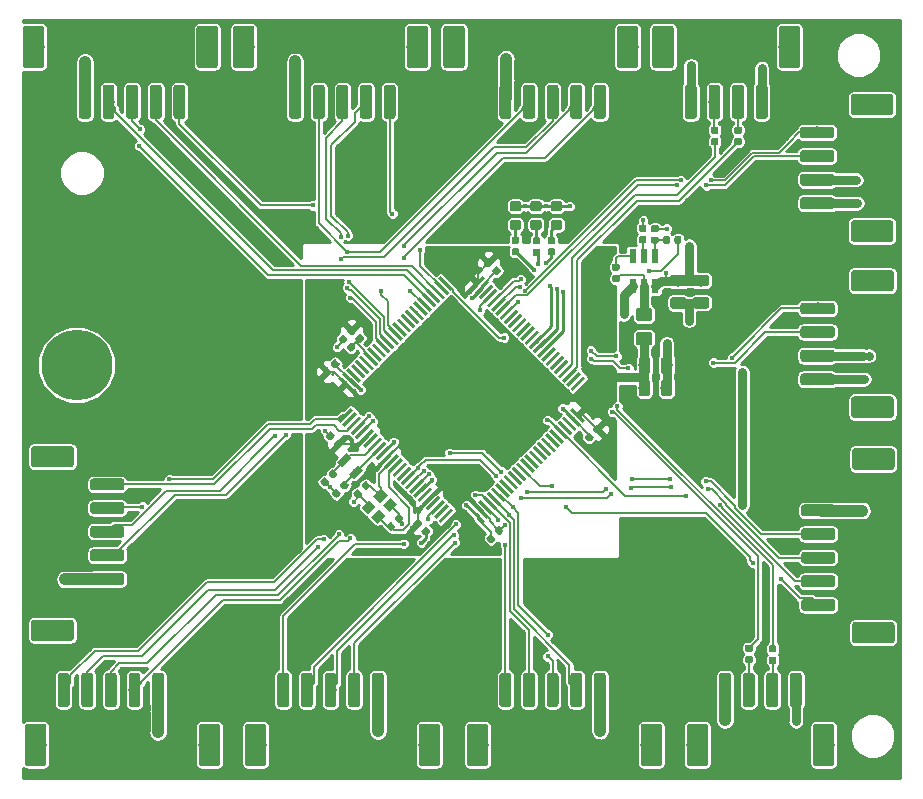
<source format=gbr>
G04 #@! TF.GenerationSoftware,KiCad,Pcbnew,5.0.1-33cea8e~68~ubuntu16.04.1*
G04 #@! TF.CreationDate,2019-02-08T00:52:31-05:00*
G04 #@! TF.ProjectId,SmallKat Jumbo Motherboard,536D616C6C4B6174204A756D626F204D,rev?*
G04 #@! TF.SameCoordinates,Original*
G04 #@! TF.FileFunction,Copper,L1,Top,Signal*
G04 #@! TF.FilePolarity,Positive*
%FSLAX46Y46*%
G04 Gerber Fmt 4.6, Leading zero omitted, Abs format (unit mm)*
G04 Created by KiCad (PCBNEW 5.0.1-33cea8e~68~ubuntu16.04.1) date Fri 08 Feb 2019 12:52:31 AM EST*
%MOMM*%
%LPD*%
G01*
G04 APERTURE LIST*
G04 #@! TA.AperFunction,ComponentPad*
%ADD10C,6.000000*%
G04 #@! TD*
G04 #@! TA.AperFunction,Conductor*
%ADD11C,0.100000*%
G04 #@! TD*
G04 #@! TA.AperFunction,SMDPad,CuDef*
%ADD12C,0.875000*%
G04 #@! TD*
G04 #@! TA.AperFunction,SMDPad,CuDef*
%ADD13C,0.590000*%
G04 #@! TD*
G04 #@! TA.AperFunction,SMDPad,CuDef*
%ADD14C,1.000000*%
G04 #@! TD*
G04 #@! TA.AperFunction,SMDPad,CuDef*
%ADD15C,1.800000*%
G04 #@! TD*
G04 #@! TA.AperFunction,SMDPad,CuDef*
%ADD16C,1.150000*%
G04 #@! TD*
G04 #@! TA.AperFunction,SMDPad,CuDef*
%ADD17C,0.975000*%
G04 #@! TD*
G04 #@! TA.AperFunction,SMDPad,CuDef*
%ADD18R,0.600000X1.250000*%
G04 #@! TD*
G04 #@! TA.AperFunction,SMDPad,CuDef*
%ADD19C,0.280000*%
G04 #@! TD*
G04 #@! TA.AperFunction,SMDPad,CuDef*
%ADD20C,0.600000*%
G04 #@! TD*
G04 #@! TA.AperFunction,SMDPad,CuDef*
%ADD21C,0.800000*%
G04 #@! TD*
G04 #@! TA.AperFunction,ViaPad*
%ADD22C,0.400000*%
G04 #@! TD*
G04 #@! TA.AperFunction,Conductor*
%ADD23C,0.200000*%
G04 #@! TD*
G04 #@! TA.AperFunction,Conductor*
%ADD24C,0.750000*%
G04 #@! TD*
G04 #@! TA.AperFunction,Conductor*
%ADD25C,1.000000*%
G04 #@! TD*
G04 #@! TA.AperFunction,Conductor*
%ADD26C,0.250000*%
G04 #@! TD*
G04 #@! TA.AperFunction,Conductor*
%ADD27C,0.127000*%
G04 #@! TD*
G04 #@! TA.AperFunction,Conductor*
%ADD28C,0.254000*%
G04 #@! TD*
G04 APERTURE END LIST*
D10*
G04 #@! TO.P,J8,1*
G04 #@! TO.N,GND*
X4900000Y-29600000D03*
G04 #@! TO.P,J8,2*
G04 #@! TO.N,+BATT*
X4900000Y-22100000D03*
G04 #@! TD*
D11*
G04 #@! TO.N,GND*
G04 #@! TO.C,D3*
G36*
X42329931Y-15717953D02*
X42351166Y-15721103D01*
X42371990Y-15726319D01*
X42392202Y-15733551D01*
X42411608Y-15742730D01*
X42430021Y-15753766D01*
X42447264Y-15766554D01*
X42463170Y-15780970D01*
X42477586Y-15796876D01*
X42490374Y-15814119D01*
X42501410Y-15832532D01*
X42510589Y-15851938D01*
X42517821Y-15872150D01*
X42523037Y-15892974D01*
X42526187Y-15914209D01*
X42527240Y-15935650D01*
X42527240Y-16373150D01*
X42526187Y-16394591D01*
X42523037Y-16415826D01*
X42517821Y-16436650D01*
X42510589Y-16456862D01*
X42501410Y-16476268D01*
X42490374Y-16494681D01*
X42477586Y-16511924D01*
X42463170Y-16527830D01*
X42447264Y-16542246D01*
X42430021Y-16555034D01*
X42411608Y-16566070D01*
X42392202Y-16575249D01*
X42371990Y-16582481D01*
X42351166Y-16587697D01*
X42329931Y-16590847D01*
X42308490Y-16591900D01*
X41795990Y-16591900D01*
X41774549Y-16590847D01*
X41753314Y-16587697D01*
X41732490Y-16582481D01*
X41712278Y-16575249D01*
X41692872Y-16566070D01*
X41674459Y-16555034D01*
X41657216Y-16542246D01*
X41641310Y-16527830D01*
X41626894Y-16511924D01*
X41614106Y-16494681D01*
X41603070Y-16476268D01*
X41593891Y-16456862D01*
X41586659Y-16436650D01*
X41581443Y-16415826D01*
X41578293Y-16394591D01*
X41577240Y-16373150D01*
X41577240Y-15935650D01*
X41578293Y-15914209D01*
X41581443Y-15892974D01*
X41586659Y-15872150D01*
X41593891Y-15851938D01*
X41603070Y-15832532D01*
X41614106Y-15814119D01*
X41626894Y-15796876D01*
X41641310Y-15780970D01*
X41657216Y-15766554D01*
X41674459Y-15753766D01*
X41692872Y-15742730D01*
X41712278Y-15733551D01*
X41732490Y-15726319D01*
X41753314Y-15721103D01*
X41774549Y-15717953D01*
X41795990Y-15716900D01*
X42308490Y-15716900D01*
X42329931Y-15717953D01*
X42329931Y-15717953D01*
G37*
D12*
G04 #@! TD*
G04 #@! TO.P,D3,1*
G04 #@! TO.N,GND*
X42052240Y-16154400D03*
D11*
G04 #@! TO.N,Net-(D3-Pad2)*
G04 #@! TO.C,D3*
G36*
X42329931Y-17292953D02*
X42351166Y-17296103D01*
X42371990Y-17301319D01*
X42392202Y-17308551D01*
X42411608Y-17317730D01*
X42430021Y-17328766D01*
X42447264Y-17341554D01*
X42463170Y-17355970D01*
X42477586Y-17371876D01*
X42490374Y-17389119D01*
X42501410Y-17407532D01*
X42510589Y-17426938D01*
X42517821Y-17447150D01*
X42523037Y-17467974D01*
X42526187Y-17489209D01*
X42527240Y-17510650D01*
X42527240Y-17948150D01*
X42526187Y-17969591D01*
X42523037Y-17990826D01*
X42517821Y-18011650D01*
X42510589Y-18031862D01*
X42501410Y-18051268D01*
X42490374Y-18069681D01*
X42477586Y-18086924D01*
X42463170Y-18102830D01*
X42447264Y-18117246D01*
X42430021Y-18130034D01*
X42411608Y-18141070D01*
X42392202Y-18150249D01*
X42371990Y-18157481D01*
X42351166Y-18162697D01*
X42329931Y-18165847D01*
X42308490Y-18166900D01*
X41795990Y-18166900D01*
X41774549Y-18165847D01*
X41753314Y-18162697D01*
X41732490Y-18157481D01*
X41712278Y-18150249D01*
X41692872Y-18141070D01*
X41674459Y-18130034D01*
X41657216Y-18117246D01*
X41641310Y-18102830D01*
X41626894Y-18086924D01*
X41614106Y-18069681D01*
X41603070Y-18051268D01*
X41593891Y-18031862D01*
X41586659Y-18011650D01*
X41581443Y-17990826D01*
X41578293Y-17969591D01*
X41577240Y-17948150D01*
X41577240Y-17510650D01*
X41578293Y-17489209D01*
X41581443Y-17467974D01*
X41586659Y-17447150D01*
X41593891Y-17426938D01*
X41603070Y-17407532D01*
X41614106Y-17389119D01*
X41626894Y-17371876D01*
X41641310Y-17355970D01*
X41657216Y-17341554D01*
X41674459Y-17328766D01*
X41692872Y-17317730D01*
X41712278Y-17308551D01*
X41732490Y-17301319D01*
X41753314Y-17296103D01*
X41774549Y-17292953D01*
X41795990Y-17291900D01*
X42308490Y-17291900D01*
X42329931Y-17292953D01*
X42329931Y-17292953D01*
G37*
D12*
G04 #@! TD*
G04 #@! TO.P,D3,2*
G04 #@! TO.N,Net-(D3-Pad2)*
X42052240Y-17729400D03*
D11*
G04 #@! TO.N,Net-(D2-Pad2)*
G04 #@! TO.C,D2*
G36*
X44067291Y-17277713D02*
X44088526Y-17280863D01*
X44109350Y-17286079D01*
X44129562Y-17293311D01*
X44148968Y-17302490D01*
X44167381Y-17313526D01*
X44184624Y-17326314D01*
X44200530Y-17340730D01*
X44214946Y-17356636D01*
X44227734Y-17373879D01*
X44238770Y-17392292D01*
X44247949Y-17411698D01*
X44255181Y-17431910D01*
X44260397Y-17452734D01*
X44263547Y-17473969D01*
X44264600Y-17495410D01*
X44264600Y-17932910D01*
X44263547Y-17954351D01*
X44260397Y-17975586D01*
X44255181Y-17996410D01*
X44247949Y-18016622D01*
X44238770Y-18036028D01*
X44227734Y-18054441D01*
X44214946Y-18071684D01*
X44200530Y-18087590D01*
X44184624Y-18102006D01*
X44167381Y-18114794D01*
X44148968Y-18125830D01*
X44129562Y-18135009D01*
X44109350Y-18142241D01*
X44088526Y-18147457D01*
X44067291Y-18150607D01*
X44045850Y-18151660D01*
X43533350Y-18151660D01*
X43511909Y-18150607D01*
X43490674Y-18147457D01*
X43469850Y-18142241D01*
X43449638Y-18135009D01*
X43430232Y-18125830D01*
X43411819Y-18114794D01*
X43394576Y-18102006D01*
X43378670Y-18087590D01*
X43364254Y-18071684D01*
X43351466Y-18054441D01*
X43340430Y-18036028D01*
X43331251Y-18016622D01*
X43324019Y-17996410D01*
X43318803Y-17975586D01*
X43315653Y-17954351D01*
X43314600Y-17932910D01*
X43314600Y-17495410D01*
X43315653Y-17473969D01*
X43318803Y-17452734D01*
X43324019Y-17431910D01*
X43331251Y-17411698D01*
X43340430Y-17392292D01*
X43351466Y-17373879D01*
X43364254Y-17356636D01*
X43378670Y-17340730D01*
X43394576Y-17326314D01*
X43411819Y-17313526D01*
X43430232Y-17302490D01*
X43449638Y-17293311D01*
X43469850Y-17286079D01*
X43490674Y-17280863D01*
X43511909Y-17277713D01*
X43533350Y-17276660D01*
X44045850Y-17276660D01*
X44067291Y-17277713D01*
X44067291Y-17277713D01*
G37*
D12*
G04 #@! TD*
G04 #@! TO.P,D2,2*
G04 #@! TO.N,Net-(D2-Pad2)*
X43789600Y-17714160D03*
D11*
G04 #@! TO.N,GND*
G04 #@! TO.C,D2*
G36*
X44067291Y-15702713D02*
X44088526Y-15705863D01*
X44109350Y-15711079D01*
X44129562Y-15718311D01*
X44148968Y-15727490D01*
X44167381Y-15738526D01*
X44184624Y-15751314D01*
X44200530Y-15765730D01*
X44214946Y-15781636D01*
X44227734Y-15798879D01*
X44238770Y-15817292D01*
X44247949Y-15836698D01*
X44255181Y-15856910D01*
X44260397Y-15877734D01*
X44263547Y-15898969D01*
X44264600Y-15920410D01*
X44264600Y-16357910D01*
X44263547Y-16379351D01*
X44260397Y-16400586D01*
X44255181Y-16421410D01*
X44247949Y-16441622D01*
X44238770Y-16461028D01*
X44227734Y-16479441D01*
X44214946Y-16496684D01*
X44200530Y-16512590D01*
X44184624Y-16527006D01*
X44167381Y-16539794D01*
X44148968Y-16550830D01*
X44129562Y-16560009D01*
X44109350Y-16567241D01*
X44088526Y-16572457D01*
X44067291Y-16575607D01*
X44045850Y-16576660D01*
X43533350Y-16576660D01*
X43511909Y-16575607D01*
X43490674Y-16572457D01*
X43469850Y-16567241D01*
X43449638Y-16560009D01*
X43430232Y-16550830D01*
X43411819Y-16539794D01*
X43394576Y-16527006D01*
X43378670Y-16512590D01*
X43364254Y-16496684D01*
X43351466Y-16479441D01*
X43340430Y-16461028D01*
X43331251Y-16441622D01*
X43324019Y-16421410D01*
X43318803Y-16400586D01*
X43315653Y-16379351D01*
X43314600Y-16357910D01*
X43314600Y-15920410D01*
X43315653Y-15898969D01*
X43318803Y-15877734D01*
X43324019Y-15856910D01*
X43331251Y-15836698D01*
X43340430Y-15817292D01*
X43351466Y-15798879D01*
X43364254Y-15781636D01*
X43378670Y-15765730D01*
X43394576Y-15751314D01*
X43411819Y-15738526D01*
X43430232Y-15727490D01*
X43449638Y-15718311D01*
X43469850Y-15711079D01*
X43490674Y-15705863D01*
X43511909Y-15702713D01*
X43533350Y-15701660D01*
X44045850Y-15701660D01*
X44067291Y-15702713D01*
X44067291Y-15702713D01*
G37*
D12*
G04 #@! TD*
G04 #@! TO.P,D2,1*
G04 #@! TO.N,GND*
X43789600Y-16139160D03*
D11*
G04 #@! TO.N,GND*
G04 #@! TO.C,D1*
G36*
X45804651Y-15712873D02*
X45825886Y-15716023D01*
X45846710Y-15721239D01*
X45866922Y-15728471D01*
X45886328Y-15737650D01*
X45904741Y-15748686D01*
X45921984Y-15761474D01*
X45937890Y-15775890D01*
X45952306Y-15791796D01*
X45965094Y-15809039D01*
X45976130Y-15827452D01*
X45985309Y-15846858D01*
X45992541Y-15867070D01*
X45997757Y-15887894D01*
X46000907Y-15909129D01*
X46001960Y-15930570D01*
X46001960Y-16368070D01*
X46000907Y-16389511D01*
X45997757Y-16410746D01*
X45992541Y-16431570D01*
X45985309Y-16451782D01*
X45976130Y-16471188D01*
X45965094Y-16489601D01*
X45952306Y-16506844D01*
X45937890Y-16522750D01*
X45921984Y-16537166D01*
X45904741Y-16549954D01*
X45886328Y-16560990D01*
X45866922Y-16570169D01*
X45846710Y-16577401D01*
X45825886Y-16582617D01*
X45804651Y-16585767D01*
X45783210Y-16586820D01*
X45270710Y-16586820D01*
X45249269Y-16585767D01*
X45228034Y-16582617D01*
X45207210Y-16577401D01*
X45186998Y-16570169D01*
X45167592Y-16560990D01*
X45149179Y-16549954D01*
X45131936Y-16537166D01*
X45116030Y-16522750D01*
X45101614Y-16506844D01*
X45088826Y-16489601D01*
X45077790Y-16471188D01*
X45068611Y-16451782D01*
X45061379Y-16431570D01*
X45056163Y-16410746D01*
X45053013Y-16389511D01*
X45051960Y-16368070D01*
X45051960Y-15930570D01*
X45053013Y-15909129D01*
X45056163Y-15887894D01*
X45061379Y-15867070D01*
X45068611Y-15846858D01*
X45077790Y-15827452D01*
X45088826Y-15809039D01*
X45101614Y-15791796D01*
X45116030Y-15775890D01*
X45131936Y-15761474D01*
X45149179Y-15748686D01*
X45167592Y-15737650D01*
X45186998Y-15728471D01*
X45207210Y-15721239D01*
X45228034Y-15716023D01*
X45249269Y-15712873D01*
X45270710Y-15711820D01*
X45783210Y-15711820D01*
X45804651Y-15712873D01*
X45804651Y-15712873D01*
G37*
D12*
G04 #@! TD*
G04 #@! TO.P,D1,1*
G04 #@! TO.N,GND*
X45526960Y-16149320D03*
D11*
G04 #@! TO.N,Net-(D1-Pad2)*
G04 #@! TO.C,D1*
G36*
X45804651Y-17287873D02*
X45825886Y-17291023D01*
X45846710Y-17296239D01*
X45866922Y-17303471D01*
X45886328Y-17312650D01*
X45904741Y-17323686D01*
X45921984Y-17336474D01*
X45937890Y-17350890D01*
X45952306Y-17366796D01*
X45965094Y-17384039D01*
X45976130Y-17402452D01*
X45985309Y-17421858D01*
X45992541Y-17442070D01*
X45997757Y-17462894D01*
X46000907Y-17484129D01*
X46001960Y-17505570D01*
X46001960Y-17943070D01*
X46000907Y-17964511D01*
X45997757Y-17985746D01*
X45992541Y-18006570D01*
X45985309Y-18026782D01*
X45976130Y-18046188D01*
X45965094Y-18064601D01*
X45952306Y-18081844D01*
X45937890Y-18097750D01*
X45921984Y-18112166D01*
X45904741Y-18124954D01*
X45886328Y-18135990D01*
X45866922Y-18145169D01*
X45846710Y-18152401D01*
X45825886Y-18157617D01*
X45804651Y-18160767D01*
X45783210Y-18161820D01*
X45270710Y-18161820D01*
X45249269Y-18160767D01*
X45228034Y-18157617D01*
X45207210Y-18152401D01*
X45186998Y-18145169D01*
X45167592Y-18135990D01*
X45149179Y-18124954D01*
X45131936Y-18112166D01*
X45116030Y-18097750D01*
X45101614Y-18081844D01*
X45088826Y-18064601D01*
X45077790Y-18046188D01*
X45068611Y-18026782D01*
X45061379Y-18006570D01*
X45056163Y-17985746D01*
X45053013Y-17964511D01*
X45051960Y-17943070D01*
X45051960Y-17505570D01*
X45053013Y-17484129D01*
X45056163Y-17462894D01*
X45061379Y-17442070D01*
X45068611Y-17421858D01*
X45077790Y-17402452D01*
X45088826Y-17384039D01*
X45101614Y-17366796D01*
X45116030Y-17350890D01*
X45131936Y-17336474D01*
X45149179Y-17323686D01*
X45167592Y-17312650D01*
X45186998Y-17303471D01*
X45207210Y-17296239D01*
X45228034Y-17291023D01*
X45249269Y-17287873D01*
X45270710Y-17286820D01*
X45783210Y-17286820D01*
X45804651Y-17287873D01*
X45804651Y-17287873D01*
G37*
D12*
G04 #@! TD*
G04 #@! TO.P,D1,2*
G04 #@! TO.N,Net-(D1-Pad2)*
X45526960Y-17724320D03*
D11*
G04 #@! TO.N,LED1*
G04 #@! TO.C,R2*
G36*
X45277038Y-19725990D02*
X45291356Y-19728114D01*
X45305397Y-19731631D01*
X45319026Y-19736508D01*
X45332111Y-19742697D01*
X45344527Y-19750138D01*
X45356153Y-19758761D01*
X45366878Y-19768482D01*
X45376599Y-19779207D01*
X45385222Y-19790833D01*
X45392663Y-19803249D01*
X45398852Y-19816334D01*
X45403729Y-19829963D01*
X45407246Y-19844004D01*
X45409370Y-19858322D01*
X45410080Y-19872780D01*
X45410080Y-20167780D01*
X45409370Y-20182238D01*
X45407246Y-20196556D01*
X45403729Y-20210597D01*
X45398852Y-20224226D01*
X45392663Y-20237311D01*
X45385222Y-20249727D01*
X45376599Y-20261353D01*
X45366878Y-20272078D01*
X45356153Y-20281799D01*
X45344527Y-20290422D01*
X45332111Y-20297863D01*
X45319026Y-20304052D01*
X45305397Y-20308929D01*
X45291356Y-20312446D01*
X45277038Y-20314570D01*
X45262580Y-20315280D01*
X44917580Y-20315280D01*
X44903122Y-20314570D01*
X44888804Y-20312446D01*
X44874763Y-20308929D01*
X44861134Y-20304052D01*
X44848049Y-20297863D01*
X44835633Y-20290422D01*
X44824007Y-20281799D01*
X44813282Y-20272078D01*
X44803561Y-20261353D01*
X44794938Y-20249727D01*
X44787497Y-20237311D01*
X44781308Y-20224226D01*
X44776431Y-20210597D01*
X44772914Y-20196556D01*
X44770790Y-20182238D01*
X44770080Y-20167780D01*
X44770080Y-19872780D01*
X44770790Y-19858322D01*
X44772914Y-19844004D01*
X44776431Y-19829963D01*
X44781308Y-19816334D01*
X44787497Y-19803249D01*
X44794938Y-19790833D01*
X44803561Y-19779207D01*
X44813282Y-19768482D01*
X44824007Y-19758761D01*
X44835633Y-19750138D01*
X44848049Y-19742697D01*
X44861134Y-19736508D01*
X44874763Y-19731631D01*
X44888804Y-19728114D01*
X44903122Y-19725990D01*
X44917580Y-19725280D01*
X45262580Y-19725280D01*
X45277038Y-19725990D01*
X45277038Y-19725990D01*
G37*
D13*
G04 #@! TD*
G04 #@! TO.P,R2,1*
G04 #@! TO.N,LED1*
X45090080Y-20020280D03*
D11*
G04 #@! TO.N,Net-(D1-Pad2)*
G04 #@! TO.C,R2*
G36*
X45277038Y-18755990D02*
X45291356Y-18758114D01*
X45305397Y-18761631D01*
X45319026Y-18766508D01*
X45332111Y-18772697D01*
X45344527Y-18780138D01*
X45356153Y-18788761D01*
X45366878Y-18798482D01*
X45376599Y-18809207D01*
X45385222Y-18820833D01*
X45392663Y-18833249D01*
X45398852Y-18846334D01*
X45403729Y-18859963D01*
X45407246Y-18874004D01*
X45409370Y-18888322D01*
X45410080Y-18902780D01*
X45410080Y-19197780D01*
X45409370Y-19212238D01*
X45407246Y-19226556D01*
X45403729Y-19240597D01*
X45398852Y-19254226D01*
X45392663Y-19267311D01*
X45385222Y-19279727D01*
X45376599Y-19291353D01*
X45366878Y-19302078D01*
X45356153Y-19311799D01*
X45344527Y-19320422D01*
X45332111Y-19327863D01*
X45319026Y-19334052D01*
X45305397Y-19338929D01*
X45291356Y-19342446D01*
X45277038Y-19344570D01*
X45262580Y-19345280D01*
X44917580Y-19345280D01*
X44903122Y-19344570D01*
X44888804Y-19342446D01*
X44874763Y-19338929D01*
X44861134Y-19334052D01*
X44848049Y-19327863D01*
X44835633Y-19320422D01*
X44824007Y-19311799D01*
X44813282Y-19302078D01*
X44803561Y-19291353D01*
X44794938Y-19279727D01*
X44787497Y-19267311D01*
X44781308Y-19254226D01*
X44776431Y-19240597D01*
X44772914Y-19226556D01*
X44770790Y-19212238D01*
X44770080Y-19197780D01*
X44770080Y-18902780D01*
X44770790Y-18888322D01*
X44772914Y-18874004D01*
X44776431Y-18859963D01*
X44781308Y-18846334D01*
X44787497Y-18833249D01*
X44794938Y-18820833D01*
X44803561Y-18809207D01*
X44813282Y-18798482D01*
X44824007Y-18788761D01*
X44835633Y-18780138D01*
X44848049Y-18772697D01*
X44861134Y-18766508D01*
X44874763Y-18761631D01*
X44888804Y-18758114D01*
X44903122Y-18755990D01*
X44917580Y-18755280D01*
X45262580Y-18755280D01*
X45277038Y-18755990D01*
X45277038Y-18755990D01*
G37*
D13*
G04 #@! TD*
G04 #@! TO.P,R2,2*
G04 #@! TO.N,Net-(D1-Pad2)*
X45090080Y-19050280D03*
D11*
G04 #@! TO.N,Net-(D2-Pad2)*
G04 #@! TO.C,R3*
G36*
X44022278Y-18788870D02*
X44036596Y-18790994D01*
X44050637Y-18794511D01*
X44064266Y-18799388D01*
X44077351Y-18805577D01*
X44089767Y-18813018D01*
X44101393Y-18821641D01*
X44112118Y-18831362D01*
X44121839Y-18842087D01*
X44130462Y-18853713D01*
X44137903Y-18866129D01*
X44144092Y-18879214D01*
X44148969Y-18892843D01*
X44152486Y-18906884D01*
X44154610Y-18921202D01*
X44155320Y-18935660D01*
X44155320Y-19230660D01*
X44154610Y-19245118D01*
X44152486Y-19259436D01*
X44148969Y-19273477D01*
X44144092Y-19287106D01*
X44137903Y-19300191D01*
X44130462Y-19312607D01*
X44121839Y-19324233D01*
X44112118Y-19334958D01*
X44101393Y-19344679D01*
X44089767Y-19353302D01*
X44077351Y-19360743D01*
X44064266Y-19366932D01*
X44050637Y-19371809D01*
X44036596Y-19375326D01*
X44022278Y-19377450D01*
X44007820Y-19378160D01*
X43662820Y-19378160D01*
X43648362Y-19377450D01*
X43634044Y-19375326D01*
X43620003Y-19371809D01*
X43606374Y-19366932D01*
X43593289Y-19360743D01*
X43580873Y-19353302D01*
X43569247Y-19344679D01*
X43558522Y-19334958D01*
X43548801Y-19324233D01*
X43540178Y-19312607D01*
X43532737Y-19300191D01*
X43526548Y-19287106D01*
X43521671Y-19273477D01*
X43518154Y-19259436D01*
X43516030Y-19245118D01*
X43515320Y-19230660D01*
X43515320Y-18935660D01*
X43516030Y-18921202D01*
X43518154Y-18906884D01*
X43521671Y-18892843D01*
X43526548Y-18879214D01*
X43532737Y-18866129D01*
X43540178Y-18853713D01*
X43548801Y-18842087D01*
X43558522Y-18831362D01*
X43569247Y-18821641D01*
X43580873Y-18813018D01*
X43593289Y-18805577D01*
X43606374Y-18799388D01*
X43620003Y-18794511D01*
X43634044Y-18790994D01*
X43648362Y-18788870D01*
X43662820Y-18788160D01*
X44007820Y-18788160D01*
X44022278Y-18788870D01*
X44022278Y-18788870D01*
G37*
D13*
G04 #@! TD*
G04 #@! TO.P,R3,2*
G04 #@! TO.N,Net-(D2-Pad2)*
X43835320Y-19083160D03*
D11*
G04 #@! TO.N,LED2*
G04 #@! TO.C,R3*
G36*
X44022278Y-19758870D02*
X44036596Y-19760994D01*
X44050637Y-19764511D01*
X44064266Y-19769388D01*
X44077351Y-19775577D01*
X44089767Y-19783018D01*
X44101393Y-19791641D01*
X44112118Y-19801362D01*
X44121839Y-19812087D01*
X44130462Y-19823713D01*
X44137903Y-19836129D01*
X44144092Y-19849214D01*
X44148969Y-19862843D01*
X44152486Y-19876884D01*
X44154610Y-19891202D01*
X44155320Y-19905660D01*
X44155320Y-20200660D01*
X44154610Y-20215118D01*
X44152486Y-20229436D01*
X44148969Y-20243477D01*
X44144092Y-20257106D01*
X44137903Y-20270191D01*
X44130462Y-20282607D01*
X44121839Y-20294233D01*
X44112118Y-20304958D01*
X44101393Y-20314679D01*
X44089767Y-20323302D01*
X44077351Y-20330743D01*
X44064266Y-20336932D01*
X44050637Y-20341809D01*
X44036596Y-20345326D01*
X44022278Y-20347450D01*
X44007820Y-20348160D01*
X43662820Y-20348160D01*
X43648362Y-20347450D01*
X43634044Y-20345326D01*
X43620003Y-20341809D01*
X43606374Y-20336932D01*
X43593289Y-20330743D01*
X43580873Y-20323302D01*
X43569247Y-20314679D01*
X43558522Y-20304958D01*
X43548801Y-20294233D01*
X43540178Y-20282607D01*
X43532737Y-20270191D01*
X43526548Y-20257106D01*
X43521671Y-20243477D01*
X43518154Y-20229436D01*
X43516030Y-20215118D01*
X43515320Y-20200660D01*
X43515320Y-19905660D01*
X43516030Y-19891202D01*
X43518154Y-19876884D01*
X43521671Y-19862843D01*
X43526548Y-19849214D01*
X43532737Y-19836129D01*
X43540178Y-19823713D01*
X43548801Y-19812087D01*
X43558522Y-19801362D01*
X43569247Y-19791641D01*
X43580873Y-19783018D01*
X43593289Y-19775577D01*
X43606374Y-19769388D01*
X43620003Y-19764511D01*
X43634044Y-19760994D01*
X43648362Y-19758870D01*
X43662820Y-19758160D01*
X44007820Y-19758160D01*
X44022278Y-19758870D01*
X44022278Y-19758870D01*
G37*
D13*
G04 #@! TD*
G04 #@! TO.P,R3,1*
G04 #@! TO.N,LED2*
X43835320Y-20053160D03*
D11*
G04 #@! TO.N,LED3*
G04 #@! TO.C,R4*
G36*
X42244278Y-19705390D02*
X42258596Y-19707514D01*
X42272637Y-19711031D01*
X42286266Y-19715908D01*
X42299351Y-19722097D01*
X42311767Y-19729538D01*
X42323393Y-19738161D01*
X42334118Y-19747882D01*
X42343839Y-19758607D01*
X42352462Y-19770233D01*
X42359903Y-19782649D01*
X42366092Y-19795734D01*
X42370969Y-19809363D01*
X42374486Y-19823404D01*
X42376610Y-19837722D01*
X42377320Y-19852180D01*
X42377320Y-20147180D01*
X42376610Y-20161638D01*
X42374486Y-20175956D01*
X42370969Y-20189997D01*
X42366092Y-20203626D01*
X42359903Y-20216711D01*
X42352462Y-20229127D01*
X42343839Y-20240753D01*
X42334118Y-20251478D01*
X42323393Y-20261199D01*
X42311767Y-20269822D01*
X42299351Y-20277263D01*
X42286266Y-20283452D01*
X42272637Y-20288329D01*
X42258596Y-20291846D01*
X42244278Y-20293970D01*
X42229820Y-20294680D01*
X41884820Y-20294680D01*
X41870362Y-20293970D01*
X41856044Y-20291846D01*
X41842003Y-20288329D01*
X41828374Y-20283452D01*
X41815289Y-20277263D01*
X41802873Y-20269822D01*
X41791247Y-20261199D01*
X41780522Y-20251478D01*
X41770801Y-20240753D01*
X41762178Y-20229127D01*
X41754737Y-20216711D01*
X41748548Y-20203626D01*
X41743671Y-20189997D01*
X41740154Y-20175956D01*
X41738030Y-20161638D01*
X41737320Y-20147180D01*
X41737320Y-19852180D01*
X41738030Y-19837722D01*
X41740154Y-19823404D01*
X41743671Y-19809363D01*
X41748548Y-19795734D01*
X41754737Y-19782649D01*
X41762178Y-19770233D01*
X41770801Y-19758607D01*
X41780522Y-19747882D01*
X41791247Y-19738161D01*
X41802873Y-19729538D01*
X41815289Y-19722097D01*
X41828374Y-19715908D01*
X41842003Y-19711031D01*
X41856044Y-19707514D01*
X41870362Y-19705390D01*
X41884820Y-19704680D01*
X42229820Y-19704680D01*
X42244278Y-19705390D01*
X42244278Y-19705390D01*
G37*
D13*
G04 #@! TD*
G04 #@! TO.P,R4,1*
G04 #@! TO.N,LED3*
X42057320Y-19999680D03*
D11*
G04 #@! TO.N,Net-(D3-Pad2)*
G04 #@! TO.C,R4*
G36*
X42244278Y-18735390D02*
X42258596Y-18737514D01*
X42272637Y-18741031D01*
X42286266Y-18745908D01*
X42299351Y-18752097D01*
X42311767Y-18759538D01*
X42323393Y-18768161D01*
X42334118Y-18777882D01*
X42343839Y-18788607D01*
X42352462Y-18800233D01*
X42359903Y-18812649D01*
X42366092Y-18825734D01*
X42370969Y-18839363D01*
X42374486Y-18853404D01*
X42376610Y-18867722D01*
X42377320Y-18882180D01*
X42377320Y-19177180D01*
X42376610Y-19191638D01*
X42374486Y-19205956D01*
X42370969Y-19219997D01*
X42366092Y-19233626D01*
X42359903Y-19246711D01*
X42352462Y-19259127D01*
X42343839Y-19270753D01*
X42334118Y-19281478D01*
X42323393Y-19291199D01*
X42311767Y-19299822D01*
X42299351Y-19307263D01*
X42286266Y-19313452D01*
X42272637Y-19318329D01*
X42258596Y-19321846D01*
X42244278Y-19323970D01*
X42229820Y-19324680D01*
X41884820Y-19324680D01*
X41870362Y-19323970D01*
X41856044Y-19321846D01*
X41842003Y-19318329D01*
X41828374Y-19313452D01*
X41815289Y-19307263D01*
X41802873Y-19299822D01*
X41791247Y-19291199D01*
X41780522Y-19281478D01*
X41770801Y-19270753D01*
X41762178Y-19259127D01*
X41754737Y-19246711D01*
X41748548Y-19233626D01*
X41743671Y-19219997D01*
X41740154Y-19205956D01*
X41738030Y-19191638D01*
X41737320Y-19177180D01*
X41737320Y-18882180D01*
X41738030Y-18867722D01*
X41740154Y-18853404D01*
X41743671Y-18839363D01*
X41748548Y-18825734D01*
X41754737Y-18812649D01*
X41762178Y-18800233D01*
X41770801Y-18788607D01*
X41780522Y-18777882D01*
X41791247Y-18768161D01*
X41802873Y-18759538D01*
X41815289Y-18752097D01*
X41828374Y-18745908D01*
X41842003Y-18741031D01*
X41856044Y-18737514D01*
X41870362Y-18735390D01*
X41884820Y-18734680D01*
X42229820Y-18734680D01*
X42244278Y-18735390D01*
X42244278Y-18735390D01*
G37*
D13*
G04 #@! TD*
G04 #@! TO.P,R4,2*
G04 #@! TO.N,Net-(D3-Pad2)*
X42057320Y-19029680D03*
D11*
G04 #@! TO.N,SWCLK*
G04 #@! TO.C,J9*
G36*
X68853904Y-24304044D02*
X68878173Y-24307644D01*
X68901971Y-24313605D01*
X68925071Y-24321870D01*
X68947249Y-24332360D01*
X68968293Y-24344973D01*
X68987998Y-24359587D01*
X69006177Y-24376063D01*
X69022653Y-24394242D01*
X69037267Y-24413947D01*
X69049880Y-24434991D01*
X69060370Y-24457169D01*
X69068635Y-24480269D01*
X69074596Y-24504067D01*
X69078196Y-24528336D01*
X69079400Y-24552840D01*
X69079400Y-25052840D01*
X69078196Y-25077344D01*
X69074596Y-25101613D01*
X69068635Y-25125411D01*
X69060370Y-25148511D01*
X69049880Y-25170689D01*
X69037267Y-25191733D01*
X69022653Y-25211438D01*
X69006177Y-25229617D01*
X68987998Y-25246093D01*
X68968293Y-25260707D01*
X68947249Y-25273320D01*
X68925071Y-25283810D01*
X68901971Y-25292075D01*
X68878173Y-25298036D01*
X68853904Y-25301636D01*
X68829400Y-25302840D01*
X66429400Y-25302840D01*
X66404896Y-25301636D01*
X66380627Y-25298036D01*
X66356829Y-25292075D01*
X66333729Y-25283810D01*
X66311551Y-25273320D01*
X66290507Y-25260707D01*
X66270802Y-25246093D01*
X66252623Y-25229617D01*
X66236147Y-25211438D01*
X66221533Y-25191733D01*
X66208920Y-25170689D01*
X66198430Y-25148511D01*
X66190165Y-25125411D01*
X66184204Y-25101613D01*
X66180604Y-25077344D01*
X66179400Y-25052840D01*
X66179400Y-24552840D01*
X66180604Y-24528336D01*
X66184204Y-24504067D01*
X66190165Y-24480269D01*
X66198430Y-24457169D01*
X66208920Y-24434991D01*
X66221533Y-24413947D01*
X66236147Y-24394242D01*
X66252623Y-24376063D01*
X66270802Y-24359587D01*
X66290507Y-24344973D01*
X66311551Y-24332360D01*
X66333729Y-24321870D01*
X66356829Y-24313605D01*
X66380627Y-24307644D01*
X66404896Y-24304044D01*
X66429400Y-24302840D01*
X68829400Y-24302840D01*
X68853904Y-24304044D01*
X68853904Y-24304044D01*
G37*
D14*
G04 #@! TD*
G04 #@! TO.P,J9,1*
G04 #@! TO.N,SWCLK*
X67629400Y-24802840D03*
D11*
G04 #@! TO.N,SWDIO*
G04 #@! TO.C,J9*
G36*
X68853904Y-26304044D02*
X68878173Y-26307644D01*
X68901971Y-26313605D01*
X68925071Y-26321870D01*
X68947249Y-26332360D01*
X68968293Y-26344973D01*
X68987998Y-26359587D01*
X69006177Y-26376063D01*
X69022653Y-26394242D01*
X69037267Y-26413947D01*
X69049880Y-26434991D01*
X69060370Y-26457169D01*
X69068635Y-26480269D01*
X69074596Y-26504067D01*
X69078196Y-26528336D01*
X69079400Y-26552840D01*
X69079400Y-27052840D01*
X69078196Y-27077344D01*
X69074596Y-27101613D01*
X69068635Y-27125411D01*
X69060370Y-27148511D01*
X69049880Y-27170689D01*
X69037267Y-27191733D01*
X69022653Y-27211438D01*
X69006177Y-27229617D01*
X68987998Y-27246093D01*
X68968293Y-27260707D01*
X68947249Y-27273320D01*
X68925071Y-27283810D01*
X68901971Y-27292075D01*
X68878173Y-27298036D01*
X68853904Y-27301636D01*
X68829400Y-27302840D01*
X66429400Y-27302840D01*
X66404896Y-27301636D01*
X66380627Y-27298036D01*
X66356829Y-27292075D01*
X66333729Y-27283810D01*
X66311551Y-27273320D01*
X66290507Y-27260707D01*
X66270802Y-27246093D01*
X66252623Y-27229617D01*
X66236147Y-27211438D01*
X66221533Y-27191733D01*
X66208920Y-27170689D01*
X66198430Y-27148511D01*
X66190165Y-27125411D01*
X66184204Y-27101613D01*
X66180604Y-27077344D01*
X66179400Y-27052840D01*
X66179400Y-26552840D01*
X66180604Y-26528336D01*
X66184204Y-26504067D01*
X66190165Y-26480269D01*
X66198430Y-26457169D01*
X66208920Y-26434991D01*
X66221533Y-26413947D01*
X66236147Y-26394242D01*
X66252623Y-26376063D01*
X66270802Y-26359587D01*
X66290507Y-26344973D01*
X66311551Y-26332360D01*
X66333729Y-26321870D01*
X66356829Y-26313605D01*
X66380627Y-26307644D01*
X66404896Y-26304044D01*
X66429400Y-26302840D01*
X68829400Y-26302840D01*
X68853904Y-26304044D01*
X68853904Y-26304044D01*
G37*
D14*
G04 #@! TD*
G04 #@! TO.P,J9,2*
G04 #@! TO.N,SWDIO*
X67629400Y-26802840D03*
D11*
G04 #@! TO.N,+3V3*
G04 #@! TO.C,J9*
G36*
X68853904Y-28304044D02*
X68878173Y-28307644D01*
X68901971Y-28313605D01*
X68925071Y-28321870D01*
X68947249Y-28332360D01*
X68968293Y-28344973D01*
X68987998Y-28359587D01*
X69006177Y-28376063D01*
X69022653Y-28394242D01*
X69037267Y-28413947D01*
X69049880Y-28434991D01*
X69060370Y-28457169D01*
X69068635Y-28480269D01*
X69074596Y-28504067D01*
X69078196Y-28528336D01*
X69079400Y-28552840D01*
X69079400Y-29052840D01*
X69078196Y-29077344D01*
X69074596Y-29101613D01*
X69068635Y-29125411D01*
X69060370Y-29148511D01*
X69049880Y-29170689D01*
X69037267Y-29191733D01*
X69022653Y-29211438D01*
X69006177Y-29229617D01*
X68987998Y-29246093D01*
X68968293Y-29260707D01*
X68947249Y-29273320D01*
X68925071Y-29283810D01*
X68901971Y-29292075D01*
X68878173Y-29298036D01*
X68853904Y-29301636D01*
X68829400Y-29302840D01*
X66429400Y-29302840D01*
X66404896Y-29301636D01*
X66380627Y-29298036D01*
X66356829Y-29292075D01*
X66333729Y-29283810D01*
X66311551Y-29273320D01*
X66290507Y-29260707D01*
X66270802Y-29246093D01*
X66252623Y-29229617D01*
X66236147Y-29211438D01*
X66221533Y-29191733D01*
X66208920Y-29170689D01*
X66198430Y-29148511D01*
X66190165Y-29125411D01*
X66184204Y-29101613D01*
X66180604Y-29077344D01*
X66179400Y-29052840D01*
X66179400Y-28552840D01*
X66180604Y-28528336D01*
X66184204Y-28504067D01*
X66190165Y-28480269D01*
X66198430Y-28457169D01*
X66208920Y-28434991D01*
X66221533Y-28413947D01*
X66236147Y-28394242D01*
X66252623Y-28376063D01*
X66270802Y-28359587D01*
X66290507Y-28344973D01*
X66311551Y-28332360D01*
X66333729Y-28321870D01*
X66356829Y-28313605D01*
X66380627Y-28307644D01*
X66404896Y-28304044D01*
X66429400Y-28302840D01*
X68829400Y-28302840D01*
X68853904Y-28304044D01*
X68853904Y-28304044D01*
G37*
D14*
G04 #@! TD*
G04 #@! TO.P,J9,3*
G04 #@! TO.N,+3V3*
X67629400Y-28802840D03*
D11*
G04 #@! TO.N,GND*
G04 #@! TO.C,J9*
G36*
X68853904Y-30304044D02*
X68878173Y-30307644D01*
X68901971Y-30313605D01*
X68925071Y-30321870D01*
X68947249Y-30332360D01*
X68968293Y-30344973D01*
X68987998Y-30359587D01*
X69006177Y-30376063D01*
X69022653Y-30394242D01*
X69037267Y-30413947D01*
X69049880Y-30434991D01*
X69060370Y-30457169D01*
X69068635Y-30480269D01*
X69074596Y-30504067D01*
X69078196Y-30528336D01*
X69079400Y-30552840D01*
X69079400Y-31052840D01*
X69078196Y-31077344D01*
X69074596Y-31101613D01*
X69068635Y-31125411D01*
X69060370Y-31148511D01*
X69049880Y-31170689D01*
X69037267Y-31191733D01*
X69022653Y-31211438D01*
X69006177Y-31229617D01*
X68987998Y-31246093D01*
X68968293Y-31260707D01*
X68947249Y-31273320D01*
X68925071Y-31283810D01*
X68901971Y-31292075D01*
X68878173Y-31298036D01*
X68853904Y-31301636D01*
X68829400Y-31302840D01*
X66429400Y-31302840D01*
X66404896Y-31301636D01*
X66380627Y-31298036D01*
X66356829Y-31292075D01*
X66333729Y-31283810D01*
X66311551Y-31273320D01*
X66290507Y-31260707D01*
X66270802Y-31246093D01*
X66252623Y-31229617D01*
X66236147Y-31211438D01*
X66221533Y-31191733D01*
X66208920Y-31170689D01*
X66198430Y-31148511D01*
X66190165Y-31125411D01*
X66184204Y-31101613D01*
X66180604Y-31077344D01*
X66179400Y-31052840D01*
X66179400Y-30552840D01*
X66180604Y-30528336D01*
X66184204Y-30504067D01*
X66190165Y-30480269D01*
X66198430Y-30457169D01*
X66208920Y-30434991D01*
X66221533Y-30413947D01*
X66236147Y-30394242D01*
X66252623Y-30376063D01*
X66270802Y-30359587D01*
X66290507Y-30344973D01*
X66311551Y-30332360D01*
X66333729Y-30321870D01*
X66356829Y-30313605D01*
X66380627Y-30307644D01*
X66404896Y-30304044D01*
X66429400Y-30302840D01*
X68829400Y-30302840D01*
X68853904Y-30304044D01*
X68853904Y-30304044D01*
G37*
D14*
G04 #@! TD*
G04 #@! TO.P,J9,4*
G04 #@! TO.N,GND*
X67629400Y-30802840D03*
D11*
G04 #@! TO.N,N/C*
G04 #@! TO.C,J9*
G36*
X73853904Y-21554044D02*
X73878173Y-21557644D01*
X73901971Y-21563605D01*
X73925071Y-21571870D01*
X73947249Y-21582360D01*
X73968293Y-21594973D01*
X73987998Y-21609587D01*
X74006177Y-21626063D01*
X74022653Y-21644242D01*
X74037267Y-21663947D01*
X74049880Y-21684991D01*
X74060370Y-21707169D01*
X74068635Y-21730269D01*
X74074596Y-21754067D01*
X74078196Y-21778336D01*
X74079400Y-21802840D01*
X74079400Y-23102840D01*
X74078196Y-23127344D01*
X74074596Y-23151613D01*
X74068635Y-23175411D01*
X74060370Y-23198511D01*
X74049880Y-23220689D01*
X74037267Y-23241733D01*
X74022653Y-23261438D01*
X74006177Y-23279617D01*
X73987998Y-23296093D01*
X73968293Y-23310707D01*
X73947249Y-23323320D01*
X73925071Y-23333810D01*
X73901971Y-23342075D01*
X73878173Y-23348036D01*
X73853904Y-23351636D01*
X73829400Y-23352840D01*
X70729400Y-23352840D01*
X70704896Y-23351636D01*
X70680627Y-23348036D01*
X70656829Y-23342075D01*
X70633729Y-23333810D01*
X70611551Y-23323320D01*
X70590507Y-23310707D01*
X70570802Y-23296093D01*
X70552623Y-23279617D01*
X70536147Y-23261438D01*
X70521533Y-23241733D01*
X70508920Y-23220689D01*
X70498430Y-23198511D01*
X70490165Y-23175411D01*
X70484204Y-23151613D01*
X70480604Y-23127344D01*
X70479400Y-23102840D01*
X70479400Y-21802840D01*
X70480604Y-21778336D01*
X70484204Y-21754067D01*
X70490165Y-21730269D01*
X70498430Y-21707169D01*
X70508920Y-21684991D01*
X70521533Y-21663947D01*
X70536147Y-21644242D01*
X70552623Y-21626063D01*
X70570802Y-21609587D01*
X70590507Y-21594973D01*
X70611551Y-21582360D01*
X70633729Y-21571870D01*
X70656829Y-21563605D01*
X70680627Y-21557644D01*
X70704896Y-21554044D01*
X70729400Y-21552840D01*
X73829400Y-21552840D01*
X73853904Y-21554044D01*
X73853904Y-21554044D01*
G37*
D15*
G04 #@! TD*
G04 #@! TO.P,J9,MP*
G04 #@! TO.N,N/C*
X72279400Y-22452840D03*
D11*
G04 #@! TO.N,N/C*
G04 #@! TO.C,J9*
G36*
X73853904Y-32254044D02*
X73878173Y-32257644D01*
X73901971Y-32263605D01*
X73925071Y-32271870D01*
X73947249Y-32282360D01*
X73968293Y-32294973D01*
X73987998Y-32309587D01*
X74006177Y-32326063D01*
X74022653Y-32344242D01*
X74037267Y-32363947D01*
X74049880Y-32384991D01*
X74060370Y-32407169D01*
X74068635Y-32430269D01*
X74074596Y-32454067D01*
X74078196Y-32478336D01*
X74079400Y-32502840D01*
X74079400Y-33802840D01*
X74078196Y-33827344D01*
X74074596Y-33851613D01*
X74068635Y-33875411D01*
X74060370Y-33898511D01*
X74049880Y-33920689D01*
X74037267Y-33941733D01*
X74022653Y-33961438D01*
X74006177Y-33979617D01*
X73987998Y-33996093D01*
X73968293Y-34010707D01*
X73947249Y-34023320D01*
X73925071Y-34033810D01*
X73901971Y-34042075D01*
X73878173Y-34048036D01*
X73853904Y-34051636D01*
X73829400Y-34052840D01*
X70729400Y-34052840D01*
X70704896Y-34051636D01*
X70680627Y-34048036D01*
X70656829Y-34042075D01*
X70633729Y-34033810D01*
X70611551Y-34023320D01*
X70590507Y-34010707D01*
X70570802Y-33996093D01*
X70552623Y-33979617D01*
X70536147Y-33961438D01*
X70521533Y-33941733D01*
X70508920Y-33920689D01*
X70498430Y-33898511D01*
X70490165Y-33875411D01*
X70484204Y-33851613D01*
X70480604Y-33827344D01*
X70479400Y-33802840D01*
X70479400Y-32502840D01*
X70480604Y-32478336D01*
X70484204Y-32454067D01*
X70490165Y-32430269D01*
X70498430Y-32407169D01*
X70508920Y-32384991D01*
X70521533Y-32363947D01*
X70536147Y-32344242D01*
X70552623Y-32326063D01*
X70570802Y-32309587D01*
X70590507Y-32294973D01*
X70611551Y-32282360D01*
X70633729Y-32271870D01*
X70656829Y-32263605D01*
X70680627Y-32257644D01*
X70704896Y-32254044D01*
X70729400Y-32252840D01*
X73829400Y-32252840D01*
X73853904Y-32254044D01*
X73853904Y-32254044D01*
G37*
D15*
G04 #@! TD*
G04 #@! TO.P,J9,MP*
G04 #@! TO.N,N/C*
X72279400Y-33152840D03*
D11*
G04 #@! TO.N,+3V3*
G04 #@! TO.C,L2*
G36*
X53408105Y-26788704D02*
X53432373Y-26792304D01*
X53456172Y-26798265D01*
X53479271Y-26806530D01*
X53501450Y-26817020D01*
X53522493Y-26829632D01*
X53542199Y-26844247D01*
X53560377Y-26860723D01*
X53576853Y-26878901D01*
X53591468Y-26898607D01*
X53604080Y-26919650D01*
X53614570Y-26941829D01*
X53622835Y-26964928D01*
X53628796Y-26988727D01*
X53632396Y-27012995D01*
X53633600Y-27037499D01*
X53633600Y-27687501D01*
X53632396Y-27712005D01*
X53628796Y-27736273D01*
X53622835Y-27760072D01*
X53614570Y-27783171D01*
X53604080Y-27805350D01*
X53591468Y-27826393D01*
X53576853Y-27846099D01*
X53560377Y-27864277D01*
X53542199Y-27880753D01*
X53522493Y-27895368D01*
X53501450Y-27907980D01*
X53479271Y-27918470D01*
X53456172Y-27926735D01*
X53432373Y-27932696D01*
X53408105Y-27936296D01*
X53383601Y-27937500D01*
X52483599Y-27937500D01*
X52459095Y-27936296D01*
X52434827Y-27932696D01*
X52411028Y-27926735D01*
X52387929Y-27918470D01*
X52365750Y-27907980D01*
X52344707Y-27895368D01*
X52325001Y-27880753D01*
X52306823Y-27864277D01*
X52290347Y-27846099D01*
X52275732Y-27826393D01*
X52263120Y-27805350D01*
X52252630Y-27783171D01*
X52244365Y-27760072D01*
X52238404Y-27736273D01*
X52234804Y-27712005D01*
X52233600Y-27687501D01*
X52233600Y-27037499D01*
X52234804Y-27012995D01*
X52238404Y-26988727D01*
X52244365Y-26964928D01*
X52252630Y-26941829D01*
X52263120Y-26919650D01*
X52275732Y-26898607D01*
X52290347Y-26878901D01*
X52306823Y-26860723D01*
X52325001Y-26844247D01*
X52344707Y-26829632D01*
X52365750Y-26817020D01*
X52387929Y-26806530D01*
X52411028Y-26798265D01*
X52434827Y-26792304D01*
X52459095Y-26788704D01*
X52483599Y-26787500D01*
X53383601Y-26787500D01*
X53408105Y-26788704D01*
X53408105Y-26788704D01*
G37*
D16*
G04 #@! TD*
G04 #@! TO.P,L2,1*
G04 #@! TO.N,+3V3*
X52933600Y-27362500D03*
D11*
G04 #@! TO.N,Net-(C17-Pad2)*
G04 #@! TO.C,L2*
G36*
X53408105Y-24738704D02*
X53432373Y-24742304D01*
X53456172Y-24748265D01*
X53479271Y-24756530D01*
X53501450Y-24767020D01*
X53522493Y-24779632D01*
X53542199Y-24794247D01*
X53560377Y-24810723D01*
X53576853Y-24828901D01*
X53591468Y-24848607D01*
X53604080Y-24869650D01*
X53614570Y-24891829D01*
X53622835Y-24914928D01*
X53628796Y-24938727D01*
X53632396Y-24962995D01*
X53633600Y-24987499D01*
X53633600Y-25637501D01*
X53632396Y-25662005D01*
X53628796Y-25686273D01*
X53622835Y-25710072D01*
X53614570Y-25733171D01*
X53604080Y-25755350D01*
X53591468Y-25776393D01*
X53576853Y-25796099D01*
X53560377Y-25814277D01*
X53542199Y-25830753D01*
X53522493Y-25845368D01*
X53501450Y-25857980D01*
X53479271Y-25868470D01*
X53456172Y-25876735D01*
X53432373Y-25882696D01*
X53408105Y-25886296D01*
X53383601Y-25887500D01*
X52483599Y-25887500D01*
X52459095Y-25886296D01*
X52434827Y-25882696D01*
X52411028Y-25876735D01*
X52387929Y-25868470D01*
X52365750Y-25857980D01*
X52344707Y-25845368D01*
X52325001Y-25830753D01*
X52306823Y-25814277D01*
X52290347Y-25796099D01*
X52275732Y-25776393D01*
X52263120Y-25755350D01*
X52252630Y-25733171D01*
X52244365Y-25710072D01*
X52238404Y-25686273D01*
X52234804Y-25662005D01*
X52233600Y-25637501D01*
X52233600Y-24987499D01*
X52234804Y-24962995D01*
X52238404Y-24938727D01*
X52244365Y-24914928D01*
X52252630Y-24891829D01*
X52263120Y-24869650D01*
X52275732Y-24848607D01*
X52290347Y-24828901D01*
X52306823Y-24810723D01*
X52325001Y-24794247D01*
X52344707Y-24779632D01*
X52365750Y-24767020D01*
X52387929Y-24756530D01*
X52411028Y-24748265D01*
X52434827Y-24742304D01*
X52459095Y-24738704D01*
X52483599Y-24737500D01*
X53383601Y-24737500D01*
X53408105Y-24738704D01*
X53408105Y-24738704D01*
G37*
D16*
G04 #@! TD*
G04 #@! TO.P,L2,2*
G04 #@! TO.N,Net-(C17-Pad2)*
X52933600Y-25312500D03*
D11*
G04 #@! TO.N,+3V3*
G04 #@! TO.C,C12*
G36*
X53230942Y-30831974D02*
X53254603Y-30835484D01*
X53277807Y-30841296D01*
X53300329Y-30849354D01*
X53321953Y-30859582D01*
X53342470Y-30871879D01*
X53361683Y-30886129D01*
X53379407Y-30902193D01*
X53395471Y-30919917D01*
X53409721Y-30939130D01*
X53422018Y-30959647D01*
X53432246Y-30981271D01*
X53440304Y-31003793D01*
X53446116Y-31026997D01*
X53449626Y-31050658D01*
X53450800Y-31074550D01*
X53450800Y-31987050D01*
X53449626Y-32010942D01*
X53446116Y-32034603D01*
X53440304Y-32057807D01*
X53432246Y-32080329D01*
X53422018Y-32101953D01*
X53409721Y-32122470D01*
X53395471Y-32141683D01*
X53379407Y-32159407D01*
X53361683Y-32175471D01*
X53342470Y-32189721D01*
X53321953Y-32202018D01*
X53300329Y-32212246D01*
X53277807Y-32220304D01*
X53254603Y-32226116D01*
X53230942Y-32229626D01*
X53207050Y-32230800D01*
X52719550Y-32230800D01*
X52695658Y-32229626D01*
X52671997Y-32226116D01*
X52648793Y-32220304D01*
X52626271Y-32212246D01*
X52604647Y-32202018D01*
X52584130Y-32189721D01*
X52564917Y-32175471D01*
X52547193Y-32159407D01*
X52531129Y-32141683D01*
X52516879Y-32122470D01*
X52504582Y-32101953D01*
X52494354Y-32080329D01*
X52486296Y-32057807D01*
X52480484Y-32034603D01*
X52476974Y-32010942D01*
X52475800Y-31987050D01*
X52475800Y-31074550D01*
X52476974Y-31050658D01*
X52480484Y-31026997D01*
X52486296Y-31003793D01*
X52494354Y-30981271D01*
X52504582Y-30959647D01*
X52516879Y-30939130D01*
X52531129Y-30919917D01*
X52547193Y-30902193D01*
X52564917Y-30886129D01*
X52584130Y-30871879D01*
X52604647Y-30859582D01*
X52626271Y-30849354D01*
X52648793Y-30841296D01*
X52671997Y-30835484D01*
X52695658Y-30831974D01*
X52719550Y-30830800D01*
X53207050Y-30830800D01*
X53230942Y-30831974D01*
X53230942Y-30831974D01*
G37*
D17*
G04 #@! TD*
G04 #@! TO.P,C12,1*
G04 #@! TO.N,+3V3*
X52963300Y-31530800D03*
D11*
G04 #@! TO.N,GND*
G04 #@! TO.C,C12*
G36*
X55105942Y-30831974D02*
X55129603Y-30835484D01*
X55152807Y-30841296D01*
X55175329Y-30849354D01*
X55196953Y-30859582D01*
X55217470Y-30871879D01*
X55236683Y-30886129D01*
X55254407Y-30902193D01*
X55270471Y-30919917D01*
X55284721Y-30939130D01*
X55297018Y-30959647D01*
X55307246Y-30981271D01*
X55315304Y-31003793D01*
X55321116Y-31026997D01*
X55324626Y-31050658D01*
X55325800Y-31074550D01*
X55325800Y-31987050D01*
X55324626Y-32010942D01*
X55321116Y-32034603D01*
X55315304Y-32057807D01*
X55307246Y-32080329D01*
X55297018Y-32101953D01*
X55284721Y-32122470D01*
X55270471Y-32141683D01*
X55254407Y-32159407D01*
X55236683Y-32175471D01*
X55217470Y-32189721D01*
X55196953Y-32202018D01*
X55175329Y-32212246D01*
X55152807Y-32220304D01*
X55129603Y-32226116D01*
X55105942Y-32229626D01*
X55082050Y-32230800D01*
X54594550Y-32230800D01*
X54570658Y-32229626D01*
X54546997Y-32226116D01*
X54523793Y-32220304D01*
X54501271Y-32212246D01*
X54479647Y-32202018D01*
X54459130Y-32189721D01*
X54439917Y-32175471D01*
X54422193Y-32159407D01*
X54406129Y-32141683D01*
X54391879Y-32122470D01*
X54379582Y-32101953D01*
X54369354Y-32080329D01*
X54361296Y-32057807D01*
X54355484Y-32034603D01*
X54351974Y-32010942D01*
X54350800Y-31987050D01*
X54350800Y-31074550D01*
X54351974Y-31050658D01*
X54355484Y-31026997D01*
X54361296Y-31003793D01*
X54369354Y-30981271D01*
X54379582Y-30959647D01*
X54391879Y-30939130D01*
X54406129Y-30919917D01*
X54422193Y-30902193D01*
X54439917Y-30886129D01*
X54459130Y-30871879D01*
X54479647Y-30859582D01*
X54501271Y-30849354D01*
X54523793Y-30841296D01*
X54546997Y-30835484D01*
X54570658Y-30831974D01*
X54594550Y-30830800D01*
X55082050Y-30830800D01*
X55105942Y-30831974D01*
X55105942Y-30831974D01*
G37*
D17*
G04 #@! TD*
G04 #@! TO.P,C12,2*
G04 #@! TO.N,GND*
X54838300Y-31530800D03*
D11*
G04 #@! TO.N,GND*
G04 #@! TO.C,C13*
G36*
X55118442Y-28931974D02*
X55142103Y-28935484D01*
X55165307Y-28941296D01*
X55187829Y-28949354D01*
X55209453Y-28959582D01*
X55229970Y-28971879D01*
X55249183Y-28986129D01*
X55266907Y-29002193D01*
X55282971Y-29019917D01*
X55297221Y-29039130D01*
X55309518Y-29059647D01*
X55319746Y-29081271D01*
X55327804Y-29103793D01*
X55333616Y-29126997D01*
X55337126Y-29150658D01*
X55338300Y-29174550D01*
X55338300Y-30087050D01*
X55337126Y-30110942D01*
X55333616Y-30134603D01*
X55327804Y-30157807D01*
X55319746Y-30180329D01*
X55309518Y-30201953D01*
X55297221Y-30222470D01*
X55282971Y-30241683D01*
X55266907Y-30259407D01*
X55249183Y-30275471D01*
X55229970Y-30289721D01*
X55209453Y-30302018D01*
X55187829Y-30312246D01*
X55165307Y-30320304D01*
X55142103Y-30326116D01*
X55118442Y-30329626D01*
X55094550Y-30330800D01*
X54607050Y-30330800D01*
X54583158Y-30329626D01*
X54559497Y-30326116D01*
X54536293Y-30320304D01*
X54513771Y-30312246D01*
X54492147Y-30302018D01*
X54471630Y-30289721D01*
X54452417Y-30275471D01*
X54434693Y-30259407D01*
X54418629Y-30241683D01*
X54404379Y-30222470D01*
X54392082Y-30201953D01*
X54381854Y-30180329D01*
X54373796Y-30157807D01*
X54367984Y-30134603D01*
X54364474Y-30110942D01*
X54363300Y-30087050D01*
X54363300Y-29174550D01*
X54364474Y-29150658D01*
X54367984Y-29126997D01*
X54373796Y-29103793D01*
X54381854Y-29081271D01*
X54392082Y-29059647D01*
X54404379Y-29039130D01*
X54418629Y-29019917D01*
X54434693Y-29002193D01*
X54452417Y-28986129D01*
X54471630Y-28971879D01*
X54492147Y-28959582D01*
X54513771Y-28949354D01*
X54536293Y-28941296D01*
X54559497Y-28935484D01*
X54583158Y-28931974D01*
X54607050Y-28930800D01*
X55094550Y-28930800D01*
X55118442Y-28931974D01*
X55118442Y-28931974D01*
G37*
D17*
G04 #@! TD*
G04 #@! TO.P,C13,2*
G04 #@! TO.N,GND*
X54850800Y-29630800D03*
D11*
G04 #@! TO.N,+3V3*
G04 #@! TO.C,C13*
G36*
X53243442Y-28931974D02*
X53267103Y-28935484D01*
X53290307Y-28941296D01*
X53312829Y-28949354D01*
X53334453Y-28959582D01*
X53354970Y-28971879D01*
X53374183Y-28986129D01*
X53391907Y-29002193D01*
X53407971Y-29019917D01*
X53422221Y-29039130D01*
X53434518Y-29059647D01*
X53444746Y-29081271D01*
X53452804Y-29103793D01*
X53458616Y-29126997D01*
X53462126Y-29150658D01*
X53463300Y-29174550D01*
X53463300Y-30087050D01*
X53462126Y-30110942D01*
X53458616Y-30134603D01*
X53452804Y-30157807D01*
X53444746Y-30180329D01*
X53434518Y-30201953D01*
X53422221Y-30222470D01*
X53407971Y-30241683D01*
X53391907Y-30259407D01*
X53374183Y-30275471D01*
X53354970Y-30289721D01*
X53334453Y-30302018D01*
X53312829Y-30312246D01*
X53290307Y-30320304D01*
X53267103Y-30326116D01*
X53243442Y-30329626D01*
X53219550Y-30330800D01*
X52732050Y-30330800D01*
X52708158Y-30329626D01*
X52684497Y-30326116D01*
X52661293Y-30320304D01*
X52638771Y-30312246D01*
X52617147Y-30302018D01*
X52596630Y-30289721D01*
X52577417Y-30275471D01*
X52559693Y-30259407D01*
X52543629Y-30241683D01*
X52529379Y-30222470D01*
X52517082Y-30201953D01*
X52506854Y-30180329D01*
X52498796Y-30157807D01*
X52492984Y-30134603D01*
X52489474Y-30110942D01*
X52488300Y-30087050D01*
X52488300Y-29174550D01*
X52489474Y-29150658D01*
X52492984Y-29126997D01*
X52498796Y-29103793D01*
X52506854Y-29081271D01*
X52517082Y-29059647D01*
X52529379Y-29039130D01*
X52543629Y-29019917D01*
X52559693Y-29002193D01*
X52577417Y-28986129D01*
X52596630Y-28971879D01*
X52617147Y-28959582D01*
X52638771Y-28949354D01*
X52661293Y-28941296D01*
X52684497Y-28935484D01*
X52708158Y-28931974D01*
X52732050Y-28930800D01*
X53219550Y-28930800D01*
X53243442Y-28931974D01*
X53243442Y-28931974D01*
G37*
D17*
G04 #@! TD*
G04 #@! TO.P,C13,1*
G04 #@! TO.N,+3V3*
X52975800Y-29630800D03*
D11*
G04 #@! TO.N,GND*
G04 #@! TO.C,C14*
G36*
X56330142Y-23841174D02*
X56353803Y-23844684D01*
X56377007Y-23850496D01*
X56399529Y-23858554D01*
X56421153Y-23868782D01*
X56441670Y-23881079D01*
X56460883Y-23895329D01*
X56478607Y-23911393D01*
X56494671Y-23929117D01*
X56508921Y-23948330D01*
X56521218Y-23968847D01*
X56531446Y-23990471D01*
X56539504Y-24012993D01*
X56545316Y-24036197D01*
X56548826Y-24059858D01*
X56550000Y-24083750D01*
X56550000Y-24571250D01*
X56548826Y-24595142D01*
X56545316Y-24618803D01*
X56539504Y-24642007D01*
X56531446Y-24664529D01*
X56521218Y-24686153D01*
X56508921Y-24706670D01*
X56494671Y-24725883D01*
X56478607Y-24743607D01*
X56460883Y-24759671D01*
X56441670Y-24773921D01*
X56421153Y-24786218D01*
X56399529Y-24796446D01*
X56377007Y-24804504D01*
X56353803Y-24810316D01*
X56330142Y-24813826D01*
X56306250Y-24815000D01*
X55393750Y-24815000D01*
X55369858Y-24813826D01*
X55346197Y-24810316D01*
X55322993Y-24804504D01*
X55300471Y-24796446D01*
X55278847Y-24786218D01*
X55258330Y-24773921D01*
X55239117Y-24759671D01*
X55221393Y-24743607D01*
X55205329Y-24725883D01*
X55191079Y-24706670D01*
X55178782Y-24686153D01*
X55168554Y-24664529D01*
X55160496Y-24642007D01*
X55154684Y-24618803D01*
X55151174Y-24595142D01*
X55150000Y-24571250D01*
X55150000Y-24083750D01*
X55151174Y-24059858D01*
X55154684Y-24036197D01*
X55160496Y-24012993D01*
X55168554Y-23990471D01*
X55178782Y-23968847D01*
X55191079Y-23948330D01*
X55205329Y-23929117D01*
X55221393Y-23911393D01*
X55239117Y-23895329D01*
X55258330Y-23881079D01*
X55278847Y-23868782D01*
X55300471Y-23858554D01*
X55322993Y-23850496D01*
X55346197Y-23844684D01*
X55369858Y-23841174D01*
X55393750Y-23840000D01*
X56306250Y-23840000D01*
X56330142Y-23841174D01*
X56330142Y-23841174D01*
G37*
D17*
G04 #@! TD*
G04 #@! TO.P,C14,1*
G04 #@! TO.N,GND*
X55850000Y-24327500D03*
D11*
G04 #@! TO.N,+5V*
G04 #@! TO.C,C14*
G36*
X56330142Y-21966174D02*
X56353803Y-21969684D01*
X56377007Y-21975496D01*
X56399529Y-21983554D01*
X56421153Y-21993782D01*
X56441670Y-22006079D01*
X56460883Y-22020329D01*
X56478607Y-22036393D01*
X56494671Y-22054117D01*
X56508921Y-22073330D01*
X56521218Y-22093847D01*
X56531446Y-22115471D01*
X56539504Y-22137993D01*
X56545316Y-22161197D01*
X56548826Y-22184858D01*
X56550000Y-22208750D01*
X56550000Y-22696250D01*
X56548826Y-22720142D01*
X56545316Y-22743803D01*
X56539504Y-22767007D01*
X56531446Y-22789529D01*
X56521218Y-22811153D01*
X56508921Y-22831670D01*
X56494671Y-22850883D01*
X56478607Y-22868607D01*
X56460883Y-22884671D01*
X56441670Y-22898921D01*
X56421153Y-22911218D01*
X56399529Y-22921446D01*
X56377007Y-22929504D01*
X56353803Y-22935316D01*
X56330142Y-22938826D01*
X56306250Y-22940000D01*
X55393750Y-22940000D01*
X55369858Y-22938826D01*
X55346197Y-22935316D01*
X55322993Y-22929504D01*
X55300471Y-22921446D01*
X55278847Y-22911218D01*
X55258330Y-22898921D01*
X55239117Y-22884671D01*
X55221393Y-22868607D01*
X55205329Y-22850883D01*
X55191079Y-22831670D01*
X55178782Y-22811153D01*
X55168554Y-22789529D01*
X55160496Y-22767007D01*
X55154684Y-22743803D01*
X55151174Y-22720142D01*
X55150000Y-22696250D01*
X55150000Y-22208750D01*
X55151174Y-22184858D01*
X55154684Y-22161197D01*
X55160496Y-22137993D01*
X55168554Y-22115471D01*
X55178782Y-22093847D01*
X55191079Y-22073330D01*
X55205329Y-22054117D01*
X55221393Y-22036393D01*
X55239117Y-22020329D01*
X55258330Y-22006079D01*
X55278847Y-21993782D01*
X55300471Y-21983554D01*
X55322993Y-21975496D01*
X55346197Y-21969684D01*
X55369858Y-21966174D01*
X55393750Y-21965000D01*
X56306250Y-21965000D01*
X56330142Y-21966174D01*
X56330142Y-21966174D01*
G37*
D17*
G04 #@! TD*
G04 #@! TO.P,C14,2*
G04 #@! TO.N,+5V*
X55850000Y-22452500D03*
D11*
G04 #@! TO.N,+5V*
G04 #@! TO.C,C16*
G36*
X58230142Y-21963674D02*
X58253803Y-21967184D01*
X58277007Y-21972996D01*
X58299529Y-21981054D01*
X58321153Y-21991282D01*
X58341670Y-22003579D01*
X58360883Y-22017829D01*
X58378607Y-22033893D01*
X58394671Y-22051617D01*
X58408921Y-22070830D01*
X58421218Y-22091347D01*
X58431446Y-22112971D01*
X58439504Y-22135493D01*
X58445316Y-22158697D01*
X58448826Y-22182358D01*
X58450000Y-22206250D01*
X58450000Y-22693750D01*
X58448826Y-22717642D01*
X58445316Y-22741303D01*
X58439504Y-22764507D01*
X58431446Y-22787029D01*
X58421218Y-22808653D01*
X58408921Y-22829170D01*
X58394671Y-22848383D01*
X58378607Y-22866107D01*
X58360883Y-22882171D01*
X58341670Y-22896421D01*
X58321153Y-22908718D01*
X58299529Y-22918946D01*
X58277007Y-22927004D01*
X58253803Y-22932816D01*
X58230142Y-22936326D01*
X58206250Y-22937500D01*
X57293750Y-22937500D01*
X57269858Y-22936326D01*
X57246197Y-22932816D01*
X57222993Y-22927004D01*
X57200471Y-22918946D01*
X57178847Y-22908718D01*
X57158330Y-22896421D01*
X57139117Y-22882171D01*
X57121393Y-22866107D01*
X57105329Y-22848383D01*
X57091079Y-22829170D01*
X57078782Y-22808653D01*
X57068554Y-22787029D01*
X57060496Y-22764507D01*
X57054684Y-22741303D01*
X57051174Y-22717642D01*
X57050000Y-22693750D01*
X57050000Y-22206250D01*
X57051174Y-22182358D01*
X57054684Y-22158697D01*
X57060496Y-22135493D01*
X57068554Y-22112971D01*
X57078782Y-22091347D01*
X57091079Y-22070830D01*
X57105329Y-22051617D01*
X57121393Y-22033893D01*
X57139117Y-22017829D01*
X57158330Y-22003579D01*
X57178847Y-21991282D01*
X57200471Y-21981054D01*
X57222993Y-21972996D01*
X57246197Y-21967184D01*
X57269858Y-21963674D01*
X57293750Y-21962500D01*
X58206250Y-21962500D01*
X58230142Y-21963674D01*
X58230142Y-21963674D01*
G37*
D17*
G04 #@! TD*
G04 #@! TO.P,C16,2*
G04 #@! TO.N,+5V*
X57750000Y-22450000D03*
D11*
G04 #@! TO.N,GND*
G04 #@! TO.C,C16*
G36*
X58230142Y-23838674D02*
X58253803Y-23842184D01*
X58277007Y-23847996D01*
X58299529Y-23856054D01*
X58321153Y-23866282D01*
X58341670Y-23878579D01*
X58360883Y-23892829D01*
X58378607Y-23908893D01*
X58394671Y-23926617D01*
X58408921Y-23945830D01*
X58421218Y-23966347D01*
X58431446Y-23987971D01*
X58439504Y-24010493D01*
X58445316Y-24033697D01*
X58448826Y-24057358D01*
X58450000Y-24081250D01*
X58450000Y-24568750D01*
X58448826Y-24592642D01*
X58445316Y-24616303D01*
X58439504Y-24639507D01*
X58431446Y-24662029D01*
X58421218Y-24683653D01*
X58408921Y-24704170D01*
X58394671Y-24723383D01*
X58378607Y-24741107D01*
X58360883Y-24757171D01*
X58341670Y-24771421D01*
X58321153Y-24783718D01*
X58299529Y-24793946D01*
X58277007Y-24802004D01*
X58253803Y-24807816D01*
X58230142Y-24811326D01*
X58206250Y-24812500D01*
X57293750Y-24812500D01*
X57269858Y-24811326D01*
X57246197Y-24807816D01*
X57222993Y-24802004D01*
X57200471Y-24793946D01*
X57178847Y-24783718D01*
X57158330Y-24771421D01*
X57139117Y-24757171D01*
X57121393Y-24741107D01*
X57105329Y-24723383D01*
X57091079Y-24704170D01*
X57078782Y-24683653D01*
X57068554Y-24662029D01*
X57060496Y-24639507D01*
X57054684Y-24616303D01*
X57051174Y-24592642D01*
X57050000Y-24568750D01*
X57050000Y-24081250D01*
X57051174Y-24057358D01*
X57054684Y-24033697D01*
X57060496Y-24010493D01*
X57068554Y-23987971D01*
X57078782Y-23966347D01*
X57091079Y-23945830D01*
X57105329Y-23926617D01*
X57121393Y-23908893D01*
X57139117Y-23892829D01*
X57158330Y-23878579D01*
X57178847Y-23866282D01*
X57200471Y-23856054D01*
X57222993Y-23847996D01*
X57246197Y-23842184D01*
X57269858Y-23838674D01*
X57293750Y-23837500D01*
X58206250Y-23837500D01*
X58230142Y-23838674D01*
X58230142Y-23838674D01*
G37*
D17*
G04 #@! TD*
G04 #@! TO.P,C16,1*
G04 #@! TO.N,GND*
X57750000Y-24325000D03*
D11*
G04 #@! TO.N,OSCIN_32*
G04 #@! TO.C,C2*
G36*
X26596780Y-38426936D02*
X26611098Y-38429060D01*
X26625139Y-38432577D01*
X26638768Y-38437454D01*
X26651853Y-38443643D01*
X26664269Y-38451084D01*
X26675895Y-38459707D01*
X26686620Y-38469428D01*
X26930572Y-38713380D01*
X26940293Y-38724105D01*
X26948916Y-38735731D01*
X26956357Y-38748147D01*
X26962546Y-38761232D01*
X26967423Y-38774861D01*
X26970940Y-38788902D01*
X26973064Y-38803220D01*
X26973774Y-38817678D01*
X26973064Y-38832136D01*
X26970940Y-38846454D01*
X26967423Y-38860495D01*
X26962546Y-38874124D01*
X26956357Y-38887209D01*
X26948916Y-38899625D01*
X26940293Y-38911251D01*
X26930572Y-38921976D01*
X26721976Y-39130572D01*
X26711251Y-39140293D01*
X26699625Y-39148916D01*
X26687209Y-39156357D01*
X26674124Y-39162546D01*
X26660495Y-39167423D01*
X26646454Y-39170940D01*
X26632136Y-39173064D01*
X26617678Y-39173774D01*
X26603220Y-39173064D01*
X26588902Y-39170940D01*
X26574861Y-39167423D01*
X26561232Y-39162546D01*
X26548147Y-39156357D01*
X26535731Y-39148916D01*
X26524105Y-39140293D01*
X26513380Y-39130572D01*
X26269428Y-38886620D01*
X26259707Y-38875895D01*
X26251084Y-38864269D01*
X26243643Y-38851853D01*
X26237454Y-38838768D01*
X26232577Y-38825139D01*
X26229060Y-38811098D01*
X26226936Y-38796780D01*
X26226226Y-38782322D01*
X26226936Y-38767864D01*
X26229060Y-38753546D01*
X26232577Y-38739505D01*
X26237454Y-38725876D01*
X26243643Y-38712791D01*
X26251084Y-38700375D01*
X26259707Y-38688749D01*
X26269428Y-38678024D01*
X26478024Y-38469428D01*
X26488749Y-38459707D01*
X26500375Y-38451084D01*
X26512791Y-38443643D01*
X26525876Y-38437454D01*
X26539505Y-38432577D01*
X26553546Y-38429060D01*
X26567864Y-38426936D01*
X26582322Y-38426226D01*
X26596780Y-38426936D01*
X26596780Y-38426936D01*
G37*
D13*
G04 #@! TD*
G04 #@! TO.P,C2,1*
G04 #@! TO.N,OSCIN_32*
X26600000Y-38800000D03*
D11*
G04 #@! TO.N,MCU_GND*
G04 #@! TO.C,C2*
G36*
X25910886Y-39112830D02*
X25925204Y-39114954D01*
X25939245Y-39118471D01*
X25952874Y-39123348D01*
X25965959Y-39129537D01*
X25978375Y-39136978D01*
X25990001Y-39145601D01*
X26000726Y-39155322D01*
X26244678Y-39399274D01*
X26254399Y-39409999D01*
X26263022Y-39421625D01*
X26270463Y-39434041D01*
X26276652Y-39447126D01*
X26281529Y-39460755D01*
X26285046Y-39474796D01*
X26287170Y-39489114D01*
X26287880Y-39503572D01*
X26287170Y-39518030D01*
X26285046Y-39532348D01*
X26281529Y-39546389D01*
X26276652Y-39560018D01*
X26270463Y-39573103D01*
X26263022Y-39585519D01*
X26254399Y-39597145D01*
X26244678Y-39607870D01*
X26036082Y-39816466D01*
X26025357Y-39826187D01*
X26013731Y-39834810D01*
X26001315Y-39842251D01*
X25988230Y-39848440D01*
X25974601Y-39853317D01*
X25960560Y-39856834D01*
X25946242Y-39858958D01*
X25931784Y-39859668D01*
X25917326Y-39858958D01*
X25903008Y-39856834D01*
X25888967Y-39853317D01*
X25875338Y-39848440D01*
X25862253Y-39842251D01*
X25849837Y-39834810D01*
X25838211Y-39826187D01*
X25827486Y-39816466D01*
X25583534Y-39572514D01*
X25573813Y-39561789D01*
X25565190Y-39550163D01*
X25557749Y-39537747D01*
X25551560Y-39524662D01*
X25546683Y-39511033D01*
X25543166Y-39496992D01*
X25541042Y-39482674D01*
X25540332Y-39468216D01*
X25541042Y-39453758D01*
X25543166Y-39439440D01*
X25546683Y-39425399D01*
X25551560Y-39411770D01*
X25557749Y-39398685D01*
X25565190Y-39386269D01*
X25573813Y-39374643D01*
X25583534Y-39363918D01*
X25792130Y-39155322D01*
X25802855Y-39145601D01*
X25814481Y-39136978D01*
X25826897Y-39129537D01*
X25839982Y-39123348D01*
X25853611Y-39118471D01*
X25867652Y-39114954D01*
X25881970Y-39112830D01*
X25896428Y-39112120D01*
X25910886Y-39112830D01*
X25910886Y-39112830D01*
G37*
D13*
G04 #@! TD*
G04 #@! TO.P,C2,2*
G04 #@! TO.N,MCU_GND*
X25914106Y-39485894D03*
D11*
G04 #@! TO.N,MCU_GND*
G04 #@! TO.C,C3*
G36*
X26878833Y-40069883D02*
X26893151Y-40072007D01*
X26907192Y-40075524D01*
X26920821Y-40080401D01*
X26933906Y-40086590D01*
X26946322Y-40094031D01*
X26957948Y-40102654D01*
X26968673Y-40112375D01*
X27212625Y-40356327D01*
X27222346Y-40367052D01*
X27230969Y-40378678D01*
X27238410Y-40391094D01*
X27244599Y-40404179D01*
X27249476Y-40417808D01*
X27252993Y-40431849D01*
X27255117Y-40446167D01*
X27255827Y-40460625D01*
X27255117Y-40475083D01*
X27252993Y-40489401D01*
X27249476Y-40503442D01*
X27244599Y-40517071D01*
X27238410Y-40530156D01*
X27230969Y-40542572D01*
X27222346Y-40554198D01*
X27212625Y-40564923D01*
X27004029Y-40773519D01*
X26993304Y-40783240D01*
X26981678Y-40791863D01*
X26969262Y-40799304D01*
X26956177Y-40805493D01*
X26942548Y-40810370D01*
X26928507Y-40813887D01*
X26914189Y-40816011D01*
X26899731Y-40816721D01*
X26885273Y-40816011D01*
X26870955Y-40813887D01*
X26856914Y-40810370D01*
X26843285Y-40805493D01*
X26830200Y-40799304D01*
X26817784Y-40791863D01*
X26806158Y-40783240D01*
X26795433Y-40773519D01*
X26551481Y-40529567D01*
X26541760Y-40518842D01*
X26533137Y-40507216D01*
X26525696Y-40494800D01*
X26519507Y-40481715D01*
X26514630Y-40468086D01*
X26511113Y-40454045D01*
X26508989Y-40439727D01*
X26508279Y-40425269D01*
X26508989Y-40410811D01*
X26511113Y-40396493D01*
X26514630Y-40382452D01*
X26519507Y-40368823D01*
X26525696Y-40355738D01*
X26533137Y-40343322D01*
X26541760Y-40331696D01*
X26551481Y-40320971D01*
X26760077Y-40112375D01*
X26770802Y-40102654D01*
X26782428Y-40094031D01*
X26794844Y-40086590D01*
X26807929Y-40080401D01*
X26821558Y-40075524D01*
X26835599Y-40072007D01*
X26849917Y-40069883D01*
X26864375Y-40069173D01*
X26878833Y-40069883D01*
X26878833Y-40069883D01*
G37*
D13*
G04 #@! TD*
G04 #@! TO.P,C3,2*
G04 #@! TO.N,MCU_GND*
X26882053Y-40442947D03*
D11*
G04 #@! TO.N,OSCOUT_32*
G04 #@! TO.C,C3*
G36*
X27564727Y-39383989D02*
X27579045Y-39386113D01*
X27593086Y-39389630D01*
X27606715Y-39394507D01*
X27619800Y-39400696D01*
X27632216Y-39408137D01*
X27643842Y-39416760D01*
X27654567Y-39426481D01*
X27898519Y-39670433D01*
X27908240Y-39681158D01*
X27916863Y-39692784D01*
X27924304Y-39705200D01*
X27930493Y-39718285D01*
X27935370Y-39731914D01*
X27938887Y-39745955D01*
X27941011Y-39760273D01*
X27941721Y-39774731D01*
X27941011Y-39789189D01*
X27938887Y-39803507D01*
X27935370Y-39817548D01*
X27930493Y-39831177D01*
X27924304Y-39844262D01*
X27916863Y-39856678D01*
X27908240Y-39868304D01*
X27898519Y-39879029D01*
X27689923Y-40087625D01*
X27679198Y-40097346D01*
X27667572Y-40105969D01*
X27655156Y-40113410D01*
X27642071Y-40119599D01*
X27628442Y-40124476D01*
X27614401Y-40127993D01*
X27600083Y-40130117D01*
X27585625Y-40130827D01*
X27571167Y-40130117D01*
X27556849Y-40127993D01*
X27542808Y-40124476D01*
X27529179Y-40119599D01*
X27516094Y-40113410D01*
X27503678Y-40105969D01*
X27492052Y-40097346D01*
X27481327Y-40087625D01*
X27237375Y-39843673D01*
X27227654Y-39832948D01*
X27219031Y-39821322D01*
X27211590Y-39808906D01*
X27205401Y-39795821D01*
X27200524Y-39782192D01*
X27197007Y-39768151D01*
X27194883Y-39753833D01*
X27194173Y-39739375D01*
X27194883Y-39724917D01*
X27197007Y-39710599D01*
X27200524Y-39696558D01*
X27205401Y-39682929D01*
X27211590Y-39669844D01*
X27219031Y-39657428D01*
X27227654Y-39645802D01*
X27237375Y-39635077D01*
X27445971Y-39426481D01*
X27456696Y-39416760D01*
X27468322Y-39408137D01*
X27480738Y-39400696D01*
X27493823Y-39394507D01*
X27507452Y-39389630D01*
X27521493Y-39386113D01*
X27535811Y-39383989D01*
X27550269Y-39383279D01*
X27564727Y-39383989D01*
X27564727Y-39383989D01*
G37*
D13*
G04 #@! TD*
G04 #@! TO.P,C3,1*
G04 #@! TO.N,OSCOUT_32*
X27567947Y-39757053D03*
D11*
G04 #@! TO.N,OSCIN*
G04 #@! TO.C,C4*
G36*
X29396780Y-39426936D02*
X29411098Y-39429060D01*
X29425139Y-39432577D01*
X29438768Y-39437454D01*
X29451853Y-39443643D01*
X29464269Y-39451084D01*
X29475895Y-39459707D01*
X29486620Y-39469428D01*
X29730572Y-39713380D01*
X29740293Y-39724105D01*
X29748916Y-39735731D01*
X29756357Y-39748147D01*
X29762546Y-39761232D01*
X29767423Y-39774861D01*
X29770940Y-39788902D01*
X29773064Y-39803220D01*
X29773774Y-39817678D01*
X29773064Y-39832136D01*
X29770940Y-39846454D01*
X29767423Y-39860495D01*
X29762546Y-39874124D01*
X29756357Y-39887209D01*
X29748916Y-39899625D01*
X29740293Y-39911251D01*
X29730572Y-39921976D01*
X29521976Y-40130572D01*
X29511251Y-40140293D01*
X29499625Y-40148916D01*
X29487209Y-40156357D01*
X29474124Y-40162546D01*
X29460495Y-40167423D01*
X29446454Y-40170940D01*
X29432136Y-40173064D01*
X29417678Y-40173774D01*
X29403220Y-40173064D01*
X29388902Y-40170940D01*
X29374861Y-40167423D01*
X29361232Y-40162546D01*
X29348147Y-40156357D01*
X29335731Y-40148916D01*
X29324105Y-40140293D01*
X29313380Y-40130572D01*
X29069428Y-39886620D01*
X29059707Y-39875895D01*
X29051084Y-39864269D01*
X29043643Y-39851853D01*
X29037454Y-39838768D01*
X29032577Y-39825139D01*
X29029060Y-39811098D01*
X29026936Y-39796780D01*
X29026226Y-39782322D01*
X29026936Y-39767864D01*
X29029060Y-39753546D01*
X29032577Y-39739505D01*
X29037454Y-39725876D01*
X29043643Y-39712791D01*
X29051084Y-39700375D01*
X29059707Y-39688749D01*
X29069428Y-39678024D01*
X29278024Y-39469428D01*
X29288749Y-39459707D01*
X29300375Y-39451084D01*
X29312791Y-39443643D01*
X29325876Y-39437454D01*
X29339505Y-39432577D01*
X29353546Y-39429060D01*
X29367864Y-39426936D01*
X29382322Y-39426226D01*
X29396780Y-39426936D01*
X29396780Y-39426936D01*
G37*
D13*
G04 #@! TD*
G04 #@! TO.P,C4,1*
G04 #@! TO.N,OSCIN*
X29400000Y-39800000D03*
D11*
G04 #@! TO.N,MCU_GND*
G04 #@! TO.C,C4*
G36*
X28710886Y-40112830D02*
X28725204Y-40114954D01*
X28739245Y-40118471D01*
X28752874Y-40123348D01*
X28765959Y-40129537D01*
X28778375Y-40136978D01*
X28790001Y-40145601D01*
X28800726Y-40155322D01*
X29044678Y-40399274D01*
X29054399Y-40409999D01*
X29063022Y-40421625D01*
X29070463Y-40434041D01*
X29076652Y-40447126D01*
X29081529Y-40460755D01*
X29085046Y-40474796D01*
X29087170Y-40489114D01*
X29087880Y-40503572D01*
X29087170Y-40518030D01*
X29085046Y-40532348D01*
X29081529Y-40546389D01*
X29076652Y-40560018D01*
X29070463Y-40573103D01*
X29063022Y-40585519D01*
X29054399Y-40597145D01*
X29044678Y-40607870D01*
X28836082Y-40816466D01*
X28825357Y-40826187D01*
X28813731Y-40834810D01*
X28801315Y-40842251D01*
X28788230Y-40848440D01*
X28774601Y-40853317D01*
X28760560Y-40856834D01*
X28746242Y-40858958D01*
X28731784Y-40859668D01*
X28717326Y-40858958D01*
X28703008Y-40856834D01*
X28688967Y-40853317D01*
X28675338Y-40848440D01*
X28662253Y-40842251D01*
X28649837Y-40834810D01*
X28638211Y-40826187D01*
X28627486Y-40816466D01*
X28383534Y-40572514D01*
X28373813Y-40561789D01*
X28365190Y-40550163D01*
X28357749Y-40537747D01*
X28351560Y-40524662D01*
X28346683Y-40511033D01*
X28343166Y-40496992D01*
X28341042Y-40482674D01*
X28340332Y-40468216D01*
X28341042Y-40453758D01*
X28343166Y-40439440D01*
X28346683Y-40425399D01*
X28351560Y-40411770D01*
X28357749Y-40398685D01*
X28365190Y-40386269D01*
X28373813Y-40374643D01*
X28383534Y-40363918D01*
X28592130Y-40155322D01*
X28602855Y-40145601D01*
X28614481Y-40136978D01*
X28626897Y-40129537D01*
X28639982Y-40123348D01*
X28653611Y-40118471D01*
X28667652Y-40114954D01*
X28681970Y-40112830D01*
X28696428Y-40112120D01*
X28710886Y-40112830D01*
X28710886Y-40112830D01*
G37*
D13*
G04 #@! TD*
G04 #@! TO.P,C4,2*
G04 #@! TO.N,MCU_GND*
X28714106Y-40485894D03*
D11*
G04 #@! TO.N,MCU_GND*
G04 #@! TO.C,C5*
G36*
X32189727Y-42208989D02*
X32204045Y-42211113D01*
X32218086Y-42214630D01*
X32231715Y-42219507D01*
X32244800Y-42225696D01*
X32257216Y-42233137D01*
X32268842Y-42241760D01*
X32279567Y-42251481D01*
X32523519Y-42495433D01*
X32533240Y-42506158D01*
X32541863Y-42517784D01*
X32549304Y-42530200D01*
X32555493Y-42543285D01*
X32560370Y-42556914D01*
X32563887Y-42570955D01*
X32566011Y-42585273D01*
X32566721Y-42599731D01*
X32566011Y-42614189D01*
X32563887Y-42628507D01*
X32560370Y-42642548D01*
X32555493Y-42656177D01*
X32549304Y-42669262D01*
X32541863Y-42681678D01*
X32533240Y-42693304D01*
X32523519Y-42704029D01*
X32314923Y-42912625D01*
X32304198Y-42922346D01*
X32292572Y-42930969D01*
X32280156Y-42938410D01*
X32267071Y-42944599D01*
X32253442Y-42949476D01*
X32239401Y-42952993D01*
X32225083Y-42955117D01*
X32210625Y-42955827D01*
X32196167Y-42955117D01*
X32181849Y-42952993D01*
X32167808Y-42949476D01*
X32154179Y-42944599D01*
X32141094Y-42938410D01*
X32128678Y-42930969D01*
X32117052Y-42922346D01*
X32106327Y-42912625D01*
X31862375Y-42668673D01*
X31852654Y-42657948D01*
X31844031Y-42646322D01*
X31836590Y-42633906D01*
X31830401Y-42620821D01*
X31825524Y-42607192D01*
X31822007Y-42593151D01*
X31819883Y-42578833D01*
X31819173Y-42564375D01*
X31819883Y-42549917D01*
X31822007Y-42535599D01*
X31825524Y-42521558D01*
X31830401Y-42507929D01*
X31836590Y-42494844D01*
X31844031Y-42482428D01*
X31852654Y-42470802D01*
X31862375Y-42460077D01*
X32070971Y-42251481D01*
X32081696Y-42241760D01*
X32093322Y-42233137D01*
X32105738Y-42225696D01*
X32118823Y-42219507D01*
X32132452Y-42214630D01*
X32146493Y-42211113D01*
X32160811Y-42208989D01*
X32175269Y-42208279D01*
X32189727Y-42208989D01*
X32189727Y-42208989D01*
G37*
D13*
G04 #@! TD*
G04 #@! TO.P,C5,2*
G04 #@! TO.N,MCU_GND*
X32192947Y-42582053D03*
D11*
G04 #@! TO.N,OSCOUT*
G04 #@! TO.C,C5*
G36*
X31503833Y-42894883D02*
X31518151Y-42897007D01*
X31532192Y-42900524D01*
X31545821Y-42905401D01*
X31558906Y-42911590D01*
X31571322Y-42919031D01*
X31582948Y-42927654D01*
X31593673Y-42937375D01*
X31837625Y-43181327D01*
X31847346Y-43192052D01*
X31855969Y-43203678D01*
X31863410Y-43216094D01*
X31869599Y-43229179D01*
X31874476Y-43242808D01*
X31877993Y-43256849D01*
X31880117Y-43271167D01*
X31880827Y-43285625D01*
X31880117Y-43300083D01*
X31877993Y-43314401D01*
X31874476Y-43328442D01*
X31869599Y-43342071D01*
X31863410Y-43355156D01*
X31855969Y-43367572D01*
X31847346Y-43379198D01*
X31837625Y-43389923D01*
X31629029Y-43598519D01*
X31618304Y-43608240D01*
X31606678Y-43616863D01*
X31594262Y-43624304D01*
X31581177Y-43630493D01*
X31567548Y-43635370D01*
X31553507Y-43638887D01*
X31539189Y-43641011D01*
X31524731Y-43641721D01*
X31510273Y-43641011D01*
X31495955Y-43638887D01*
X31481914Y-43635370D01*
X31468285Y-43630493D01*
X31455200Y-43624304D01*
X31442784Y-43616863D01*
X31431158Y-43608240D01*
X31420433Y-43598519D01*
X31176481Y-43354567D01*
X31166760Y-43343842D01*
X31158137Y-43332216D01*
X31150696Y-43319800D01*
X31144507Y-43306715D01*
X31139630Y-43293086D01*
X31136113Y-43279045D01*
X31133989Y-43264727D01*
X31133279Y-43250269D01*
X31133989Y-43235811D01*
X31136113Y-43221493D01*
X31139630Y-43207452D01*
X31144507Y-43193823D01*
X31150696Y-43180738D01*
X31158137Y-43168322D01*
X31166760Y-43156696D01*
X31176481Y-43145971D01*
X31385077Y-42937375D01*
X31395802Y-42927654D01*
X31407428Y-42919031D01*
X31419844Y-42911590D01*
X31432929Y-42905401D01*
X31446558Y-42900524D01*
X31460599Y-42897007D01*
X31474917Y-42894883D01*
X31489375Y-42894173D01*
X31503833Y-42894883D01*
X31503833Y-42894883D01*
G37*
D13*
G04 #@! TD*
G04 #@! TO.P,C5,1*
G04 #@! TO.N,OSCOUT*
X31507053Y-43267947D03*
D11*
G04 #@! TO.N,Net-(C17-Pad1)*
G04 #@! TO.C,C17*
G36*
X50736958Y-21005710D02*
X50751276Y-21007834D01*
X50765317Y-21011351D01*
X50778946Y-21016228D01*
X50792031Y-21022417D01*
X50804447Y-21029858D01*
X50816073Y-21038481D01*
X50826798Y-21048202D01*
X50836519Y-21058927D01*
X50845142Y-21070553D01*
X50852583Y-21082969D01*
X50858772Y-21096054D01*
X50863649Y-21109683D01*
X50867166Y-21123724D01*
X50869290Y-21138042D01*
X50870000Y-21152500D01*
X50870000Y-21447500D01*
X50869290Y-21461958D01*
X50867166Y-21476276D01*
X50863649Y-21490317D01*
X50858772Y-21503946D01*
X50852583Y-21517031D01*
X50845142Y-21529447D01*
X50836519Y-21541073D01*
X50826798Y-21551798D01*
X50816073Y-21561519D01*
X50804447Y-21570142D01*
X50792031Y-21577583D01*
X50778946Y-21583772D01*
X50765317Y-21588649D01*
X50751276Y-21592166D01*
X50736958Y-21594290D01*
X50722500Y-21595000D01*
X50377500Y-21595000D01*
X50363042Y-21594290D01*
X50348724Y-21592166D01*
X50334683Y-21588649D01*
X50321054Y-21583772D01*
X50307969Y-21577583D01*
X50295553Y-21570142D01*
X50283927Y-21561519D01*
X50273202Y-21551798D01*
X50263481Y-21541073D01*
X50254858Y-21529447D01*
X50247417Y-21517031D01*
X50241228Y-21503946D01*
X50236351Y-21490317D01*
X50232834Y-21476276D01*
X50230710Y-21461958D01*
X50230000Y-21447500D01*
X50230000Y-21152500D01*
X50230710Y-21138042D01*
X50232834Y-21123724D01*
X50236351Y-21109683D01*
X50241228Y-21096054D01*
X50247417Y-21082969D01*
X50254858Y-21070553D01*
X50263481Y-21058927D01*
X50273202Y-21048202D01*
X50283927Y-21038481D01*
X50295553Y-21029858D01*
X50307969Y-21022417D01*
X50321054Y-21016228D01*
X50334683Y-21011351D01*
X50348724Y-21007834D01*
X50363042Y-21005710D01*
X50377500Y-21005000D01*
X50722500Y-21005000D01*
X50736958Y-21005710D01*
X50736958Y-21005710D01*
G37*
D13*
G04 #@! TD*
G04 #@! TO.P,C17,1*
G04 #@! TO.N,Net-(C17-Pad1)*
X50550000Y-21300000D03*
D11*
G04 #@! TO.N,Net-(C17-Pad2)*
G04 #@! TO.C,C17*
G36*
X50736958Y-21975710D02*
X50751276Y-21977834D01*
X50765317Y-21981351D01*
X50778946Y-21986228D01*
X50792031Y-21992417D01*
X50804447Y-21999858D01*
X50816073Y-22008481D01*
X50826798Y-22018202D01*
X50836519Y-22028927D01*
X50845142Y-22040553D01*
X50852583Y-22052969D01*
X50858772Y-22066054D01*
X50863649Y-22079683D01*
X50867166Y-22093724D01*
X50869290Y-22108042D01*
X50870000Y-22122500D01*
X50870000Y-22417500D01*
X50869290Y-22431958D01*
X50867166Y-22446276D01*
X50863649Y-22460317D01*
X50858772Y-22473946D01*
X50852583Y-22487031D01*
X50845142Y-22499447D01*
X50836519Y-22511073D01*
X50826798Y-22521798D01*
X50816073Y-22531519D01*
X50804447Y-22540142D01*
X50792031Y-22547583D01*
X50778946Y-22553772D01*
X50765317Y-22558649D01*
X50751276Y-22562166D01*
X50736958Y-22564290D01*
X50722500Y-22565000D01*
X50377500Y-22565000D01*
X50363042Y-22564290D01*
X50348724Y-22562166D01*
X50334683Y-22558649D01*
X50321054Y-22553772D01*
X50307969Y-22547583D01*
X50295553Y-22540142D01*
X50283927Y-22531519D01*
X50273202Y-22521798D01*
X50263481Y-22511073D01*
X50254858Y-22499447D01*
X50247417Y-22487031D01*
X50241228Y-22473946D01*
X50236351Y-22460317D01*
X50232834Y-22446276D01*
X50230710Y-22431958D01*
X50230000Y-22417500D01*
X50230000Y-22122500D01*
X50230710Y-22108042D01*
X50232834Y-22093724D01*
X50236351Y-22079683D01*
X50241228Y-22066054D01*
X50247417Y-22052969D01*
X50254858Y-22040553D01*
X50263481Y-22028927D01*
X50273202Y-22018202D01*
X50283927Y-22008481D01*
X50295553Y-21999858D01*
X50307969Y-21992417D01*
X50321054Y-21986228D01*
X50334683Y-21981351D01*
X50348724Y-21977834D01*
X50363042Y-21975710D01*
X50377500Y-21975000D01*
X50722500Y-21975000D01*
X50736958Y-21975710D01*
X50736958Y-21975710D01*
G37*
D13*
G04 #@! TD*
G04 #@! TO.P,C17,2*
G04 #@! TO.N,Net-(C17-Pad2)*
X50550000Y-22270000D03*
D11*
G04 #@! TO.N,MCU_GND*
G04 #@! TO.C,C18*
G36*
X34500083Y-43294883D02*
X34514401Y-43297007D01*
X34528442Y-43300524D01*
X34542071Y-43305401D01*
X34555156Y-43311590D01*
X34567572Y-43319031D01*
X34579198Y-43327654D01*
X34589923Y-43337375D01*
X34798519Y-43545971D01*
X34808240Y-43556696D01*
X34816863Y-43568322D01*
X34824304Y-43580738D01*
X34830493Y-43593823D01*
X34835370Y-43607452D01*
X34838887Y-43621493D01*
X34841011Y-43635811D01*
X34841721Y-43650269D01*
X34841011Y-43664727D01*
X34838887Y-43679045D01*
X34835370Y-43693086D01*
X34830493Y-43706715D01*
X34824304Y-43719800D01*
X34816863Y-43732216D01*
X34808240Y-43743842D01*
X34798519Y-43754567D01*
X34554567Y-43998519D01*
X34543842Y-44008240D01*
X34532216Y-44016863D01*
X34519800Y-44024304D01*
X34506715Y-44030493D01*
X34493086Y-44035370D01*
X34479045Y-44038887D01*
X34464727Y-44041011D01*
X34450269Y-44041721D01*
X34435811Y-44041011D01*
X34421493Y-44038887D01*
X34407452Y-44035370D01*
X34393823Y-44030493D01*
X34380738Y-44024304D01*
X34368322Y-44016863D01*
X34356696Y-44008240D01*
X34345971Y-43998519D01*
X34137375Y-43789923D01*
X34127654Y-43779198D01*
X34119031Y-43767572D01*
X34111590Y-43755156D01*
X34105401Y-43742071D01*
X34100524Y-43728442D01*
X34097007Y-43714401D01*
X34094883Y-43700083D01*
X34094173Y-43685625D01*
X34094883Y-43671167D01*
X34097007Y-43656849D01*
X34100524Y-43642808D01*
X34105401Y-43629179D01*
X34111590Y-43616094D01*
X34119031Y-43603678D01*
X34127654Y-43592052D01*
X34137375Y-43581327D01*
X34381327Y-43337375D01*
X34392052Y-43327654D01*
X34403678Y-43319031D01*
X34416094Y-43311590D01*
X34429179Y-43305401D01*
X34442808Y-43300524D01*
X34456849Y-43297007D01*
X34471167Y-43294883D01*
X34485625Y-43294173D01*
X34500083Y-43294883D01*
X34500083Y-43294883D01*
G37*
D13*
G04 #@! TD*
G04 #@! TO.P,C18,2*
G04 #@! TO.N,MCU_GND*
X34467947Y-43667947D03*
D11*
G04 #@! TO.N,+3V3*
G04 #@! TO.C,C18*
G36*
X33814189Y-42608989D02*
X33828507Y-42611113D01*
X33842548Y-42614630D01*
X33856177Y-42619507D01*
X33869262Y-42625696D01*
X33881678Y-42633137D01*
X33893304Y-42641760D01*
X33904029Y-42651481D01*
X34112625Y-42860077D01*
X34122346Y-42870802D01*
X34130969Y-42882428D01*
X34138410Y-42894844D01*
X34144599Y-42907929D01*
X34149476Y-42921558D01*
X34152993Y-42935599D01*
X34155117Y-42949917D01*
X34155827Y-42964375D01*
X34155117Y-42978833D01*
X34152993Y-42993151D01*
X34149476Y-43007192D01*
X34144599Y-43020821D01*
X34138410Y-43033906D01*
X34130969Y-43046322D01*
X34122346Y-43057948D01*
X34112625Y-43068673D01*
X33868673Y-43312625D01*
X33857948Y-43322346D01*
X33846322Y-43330969D01*
X33833906Y-43338410D01*
X33820821Y-43344599D01*
X33807192Y-43349476D01*
X33793151Y-43352993D01*
X33778833Y-43355117D01*
X33764375Y-43355827D01*
X33749917Y-43355117D01*
X33735599Y-43352993D01*
X33721558Y-43349476D01*
X33707929Y-43344599D01*
X33694844Y-43338410D01*
X33682428Y-43330969D01*
X33670802Y-43322346D01*
X33660077Y-43312625D01*
X33451481Y-43104029D01*
X33441760Y-43093304D01*
X33433137Y-43081678D01*
X33425696Y-43069262D01*
X33419507Y-43056177D01*
X33414630Y-43042548D01*
X33411113Y-43028507D01*
X33408989Y-43014189D01*
X33408279Y-42999731D01*
X33408989Y-42985273D01*
X33411113Y-42970955D01*
X33414630Y-42956914D01*
X33419507Y-42943285D01*
X33425696Y-42930200D01*
X33433137Y-42917784D01*
X33441760Y-42906158D01*
X33451481Y-42895433D01*
X33695433Y-42651481D01*
X33706158Y-42641760D01*
X33717784Y-42633137D01*
X33730200Y-42625696D01*
X33743285Y-42619507D01*
X33756914Y-42614630D01*
X33770955Y-42611113D01*
X33785273Y-42608989D01*
X33799731Y-42608279D01*
X33814189Y-42608989D01*
X33814189Y-42608989D01*
G37*
D13*
G04 #@! TD*
G04 #@! TO.P,C18,1*
G04 #@! TO.N,+3V3*
X33782053Y-42982053D03*
D11*
G04 #@! TO.N,+3V3*
G04 #@! TO.C,C19*
G36*
X26113833Y-29794883D02*
X26128151Y-29797007D01*
X26142192Y-29800524D01*
X26155821Y-29805401D01*
X26168906Y-29811590D01*
X26181322Y-29819031D01*
X26192948Y-29827654D01*
X26203673Y-29837375D01*
X26447625Y-30081327D01*
X26457346Y-30092052D01*
X26465969Y-30103678D01*
X26473410Y-30116094D01*
X26479599Y-30129179D01*
X26484476Y-30142808D01*
X26487993Y-30156849D01*
X26490117Y-30171167D01*
X26490827Y-30185625D01*
X26490117Y-30200083D01*
X26487993Y-30214401D01*
X26484476Y-30228442D01*
X26479599Y-30242071D01*
X26473410Y-30255156D01*
X26465969Y-30267572D01*
X26457346Y-30279198D01*
X26447625Y-30289923D01*
X26239029Y-30498519D01*
X26228304Y-30508240D01*
X26216678Y-30516863D01*
X26204262Y-30524304D01*
X26191177Y-30530493D01*
X26177548Y-30535370D01*
X26163507Y-30538887D01*
X26149189Y-30541011D01*
X26134731Y-30541721D01*
X26120273Y-30541011D01*
X26105955Y-30538887D01*
X26091914Y-30535370D01*
X26078285Y-30530493D01*
X26065200Y-30524304D01*
X26052784Y-30516863D01*
X26041158Y-30508240D01*
X26030433Y-30498519D01*
X25786481Y-30254567D01*
X25776760Y-30243842D01*
X25768137Y-30232216D01*
X25760696Y-30219800D01*
X25754507Y-30206715D01*
X25749630Y-30193086D01*
X25746113Y-30179045D01*
X25743989Y-30164727D01*
X25743279Y-30150269D01*
X25743989Y-30135811D01*
X25746113Y-30121493D01*
X25749630Y-30107452D01*
X25754507Y-30093823D01*
X25760696Y-30080738D01*
X25768137Y-30068322D01*
X25776760Y-30056696D01*
X25786481Y-30045971D01*
X25995077Y-29837375D01*
X26005802Y-29827654D01*
X26017428Y-29819031D01*
X26029844Y-29811590D01*
X26042929Y-29805401D01*
X26056558Y-29800524D01*
X26070599Y-29797007D01*
X26084917Y-29794883D01*
X26099375Y-29794173D01*
X26113833Y-29794883D01*
X26113833Y-29794883D01*
G37*
D13*
G04 #@! TD*
G04 #@! TO.P,C19,1*
G04 #@! TO.N,+3V3*
X26117053Y-30167947D03*
D11*
G04 #@! TO.N,MCU_GND*
G04 #@! TO.C,C19*
G36*
X26799727Y-29108989D02*
X26814045Y-29111113D01*
X26828086Y-29114630D01*
X26841715Y-29119507D01*
X26854800Y-29125696D01*
X26867216Y-29133137D01*
X26878842Y-29141760D01*
X26889567Y-29151481D01*
X27133519Y-29395433D01*
X27143240Y-29406158D01*
X27151863Y-29417784D01*
X27159304Y-29430200D01*
X27165493Y-29443285D01*
X27170370Y-29456914D01*
X27173887Y-29470955D01*
X27176011Y-29485273D01*
X27176721Y-29499731D01*
X27176011Y-29514189D01*
X27173887Y-29528507D01*
X27170370Y-29542548D01*
X27165493Y-29556177D01*
X27159304Y-29569262D01*
X27151863Y-29581678D01*
X27143240Y-29593304D01*
X27133519Y-29604029D01*
X26924923Y-29812625D01*
X26914198Y-29822346D01*
X26902572Y-29830969D01*
X26890156Y-29838410D01*
X26877071Y-29844599D01*
X26863442Y-29849476D01*
X26849401Y-29852993D01*
X26835083Y-29855117D01*
X26820625Y-29855827D01*
X26806167Y-29855117D01*
X26791849Y-29852993D01*
X26777808Y-29849476D01*
X26764179Y-29844599D01*
X26751094Y-29838410D01*
X26738678Y-29830969D01*
X26727052Y-29822346D01*
X26716327Y-29812625D01*
X26472375Y-29568673D01*
X26462654Y-29557948D01*
X26454031Y-29546322D01*
X26446590Y-29533906D01*
X26440401Y-29520821D01*
X26435524Y-29507192D01*
X26432007Y-29493151D01*
X26429883Y-29478833D01*
X26429173Y-29464375D01*
X26429883Y-29449917D01*
X26432007Y-29435599D01*
X26435524Y-29421558D01*
X26440401Y-29407929D01*
X26446590Y-29394844D01*
X26454031Y-29382428D01*
X26462654Y-29370802D01*
X26472375Y-29360077D01*
X26680971Y-29151481D01*
X26691696Y-29141760D01*
X26703322Y-29133137D01*
X26715738Y-29125696D01*
X26728823Y-29119507D01*
X26742452Y-29114630D01*
X26756493Y-29111113D01*
X26770811Y-29108989D01*
X26785269Y-29108279D01*
X26799727Y-29108989D01*
X26799727Y-29108989D01*
G37*
D13*
G04 #@! TD*
G04 #@! TO.P,C19,2*
G04 #@! TO.N,MCU_GND*
X26802947Y-29482053D03*
D11*
G04 #@! TO.N,MCU_GND*
G04 #@! TO.C,C20*
G36*
X48288833Y-35319883D02*
X48303151Y-35322007D01*
X48317192Y-35325524D01*
X48330821Y-35330401D01*
X48343906Y-35336590D01*
X48356322Y-35344031D01*
X48367948Y-35352654D01*
X48378673Y-35362375D01*
X48622625Y-35606327D01*
X48632346Y-35617052D01*
X48640969Y-35628678D01*
X48648410Y-35641094D01*
X48654599Y-35654179D01*
X48659476Y-35667808D01*
X48662993Y-35681849D01*
X48665117Y-35696167D01*
X48665827Y-35710625D01*
X48665117Y-35725083D01*
X48662993Y-35739401D01*
X48659476Y-35753442D01*
X48654599Y-35767071D01*
X48648410Y-35780156D01*
X48640969Y-35792572D01*
X48632346Y-35804198D01*
X48622625Y-35814923D01*
X48414029Y-36023519D01*
X48403304Y-36033240D01*
X48391678Y-36041863D01*
X48379262Y-36049304D01*
X48366177Y-36055493D01*
X48352548Y-36060370D01*
X48338507Y-36063887D01*
X48324189Y-36066011D01*
X48309731Y-36066721D01*
X48295273Y-36066011D01*
X48280955Y-36063887D01*
X48266914Y-36060370D01*
X48253285Y-36055493D01*
X48240200Y-36049304D01*
X48227784Y-36041863D01*
X48216158Y-36033240D01*
X48205433Y-36023519D01*
X47961481Y-35779567D01*
X47951760Y-35768842D01*
X47943137Y-35757216D01*
X47935696Y-35744800D01*
X47929507Y-35731715D01*
X47924630Y-35718086D01*
X47921113Y-35704045D01*
X47918989Y-35689727D01*
X47918279Y-35675269D01*
X47918989Y-35660811D01*
X47921113Y-35646493D01*
X47924630Y-35632452D01*
X47929507Y-35618823D01*
X47935696Y-35605738D01*
X47943137Y-35593322D01*
X47951760Y-35581696D01*
X47961481Y-35570971D01*
X48170077Y-35362375D01*
X48180802Y-35352654D01*
X48192428Y-35344031D01*
X48204844Y-35336590D01*
X48217929Y-35330401D01*
X48231558Y-35325524D01*
X48245599Y-35322007D01*
X48259917Y-35319883D01*
X48274375Y-35319173D01*
X48288833Y-35319883D01*
X48288833Y-35319883D01*
G37*
D13*
G04 #@! TD*
G04 #@! TO.P,C20,2*
G04 #@! TO.N,MCU_GND*
X48292053Y-35692947D03*
D11*
G04 #@! TO.N,+3V3*
G04 #@! TO.C,C20*
G36*
X48974727Y-34633989D02*
X48989045Y-34636113D01*
X49003086Y-34639630D01*
X49016715Y-34644507D01*
X49029800Y-34650696D01*
X49042216Y-34658137D01*
X49053842Y-34666760D01*
X49064567Y-34676481D01*
X49308519Y-34920433D01*
X49318240Y-34931158D01*
X49326863Y-34942784D01*
X49334304Y-34955200D01*
X49340493Y-34968285D01*
X49345370Y-34981914D01*
X49348887Y-34995955D01*
X49351011Y-35010273D01*
X49351721Y-35024731D01*
X49351011Y-35039189D01*
X49348887Y-35053507D01*
X49345370Y-35067548D01*
X49340493Y-35081177D01*
X49334304Y-35094262D01*
X49326863Y-35106678D01*
X49318240Y-35118304D01*
X49308519Y-35129029D01*
X49099923Y-35337625D01*
X49089198Y-35347346D01*
X49077572Y-35355969D01*
X49065156Y-35363410D01*
X49052071Y-35369599D01*
X49038442Y-35374476D01*
X49024401Y-35377993D01*
X49010083Y-35380117D01*
X48995625Y-35380827D01*
X48981167Y-35380117D01*
X48966849Y-35377993D01*
X48952808Y-35374476D01*
X48939179Y-35369599D01*
X48926094Y-35363410D01*
X48913678Y-35355969D01*
X48902052Y-35347346D01*
X48891327Y-35337625D01*
X48647375Y-35093673D01*
X48637654Y-35082948D01*
X48629031Y-35071322D01*
X48621590Y-35058906D01*
X48615401Y-35045821D01*
X48610524Y-35032192D01*
X48607007Y-35018151D01*
X48604883Y-35003833D01*
X48604173Y-34989375D01*
X48604883Y-34974917D01*
X48607007Y-34960599D01*
X48610524Y-34946558D01*
X48615401Y-34932929D01*
X48621590Y-34919844D01*
X48629031Y-34907428D01*
X48637654Y-34895802D01*
X48647375Y-34885077D01*
X48855971Y-34676481D01*
X48866696Y-34666760D01*
X48878322Y-34658137D01*
X48890738Y-34650696D01*
X48903823Y-34644507D01*
X48917452Y-34639630D01*
X48931493Y-34636113D01*
X48945811Y-34633989D01*
X48960269Y-34633279D01*
X48974727Y-34633989D01*
X48974727Y-34633989D01*
G37*
D13*
G04 #@! TD*
G04 #@! TO.P,C20,1*
G04 #@! TO.N,+3V3*
X48977947Y-35007053D03*
D11*
G04 #@! TO.N,+3V3*
G04 #@! TO.C,C21*
G36*
X39789189Y-20558989D02*
X39803507Y-20561113D01*
X39817548Y-20564630D01*
X39831177Y-20569507D01*
X39844262Y-20575696D01*
X39856678Y-20583137D01*
X39868304Y-20591760D01*
X39879029Y-20601481D01*
X40087625Y-20810077D01*
X40097346Y-20820802D01*
X40105969Y-20832428D01*
X40113410Y-20844844D01*
X40119599Y-20857929D01*
X40124476Y-20871558D01*
X40127993Y-20885599D01*
X40130117Y-20899917D01*
X40130827Y-20914375D01*
X40130117Y-20928833D01*
X40127993Y-20943151D01*
X40124476Y-20957192D01*
X40119599Y-20970821D01*
X40113410Y-20983906D01*
X40105969Y-20996322D01*
X40097346Y-21007948D01*
X40087625Y-21018673D01*
X39843673Y-21262625D01*
X39832948Y-21272346D01*
X39821322Y-21280969D01*
X39808906Y-21288410D01*
X39795821Y-21294599D01*
X39782192Y-21299476D01*
X39768151Y-21302993D01*
X39753833Y-21305117D01*
X39739375Y-21305827D01*
X39724917Y-21305117D01*
X39710599Y-21302993D01*
X39696558Y-21299476D01*
X39682929Y-21294599D01*
X39669844Y-21288410D01*
X39657428Y-21280969D01*
X39645802Y-21272346D01*
X39635077Y-21262625D01*
X39426481Y-21054029D01*
X39416760Y-21043304D01*
X39408137Y-21031678D01*
X39400696Y-21019262D01*
X39394507Y-21006177D01*
X39389630Y-20992548D01*
X39386113Y-20978507D01*
X39383989Y-20964189D01*
X39383279Y-20949731D01*
X39383989Y-20935273D01*
X39386113Y-20920955D01*
X39389630Y-20906914D01*
X39394507Y-20893285D01*
X39400696Y-20880200D01*
X39408137Y-20867784D01*
X39416760Y-20856158D01*
X39426481Y-20845433D01*
X39670433Y-20601481D01*
X39681158Y-20591760D01*
X39692784Y-20583137D01*
X39705200Y-20575696D01*
X39718285Y-20569507D01*
X39731914Y-20564630D01*
X39745955Y-20561113D01*
X39760273Y-20558989D01*
X39774731Y-20558279D01*
X39789189Y-20558989D01*
X39789189Y-20558989D01*
G37*
D13*
G04 #@! TD*
G04 #@! TO.P,C21,1*
G04 #@! TO.N,+3V3*
X39757053Y-20932053D03*
D11*
G04 #@! TO.N,MCU_GND*
G04 #@! TO.C,C21*
G36*
X40475083Y-21244883D02*
X40489401Y-21247007D01*
X40503442Y-21250524D01*
X40517071Y-21255401D01*
X40530156Y-21261590D01*
X40542572Y-21269031D01*
X40554198Y-21277654D01*
X40564923Y-21287375D01*
X40773519Y-21495971D01*
X40783240Y-21506696D01*
X40791863Y-21518322D01*
X40799304Y-21530738D01*
X40805493Y-21543823D01*
X40810370Y-21557452D01*
X40813887Y-21571493D01*
X40816011Y-21585811D01*
X40816721Y-21600269D01*
X40816011Y-21614727D01*
X40813887Y-21629045D01*
X40810370Y-21643086D01*
X40805493Y-21656715D01*
X40799304Y-21669800D01*
X40791863Y-21682216D01*
X40783240Y-21693842D01*
X40773519Y-21704567D01*
X40529567Y-21948519D01*
X40518842Y-21958240D01*
X40507216Y-21966863D01*
X40494800Y-21974304D01*
X40481715Y-21980493D01*
X40468086Y-21985370D01*
X40454045Y-21988887D01*
X40439727Y-21991011D01*
X40425269Y-21991721D01*
X40410811Y-21991011D01*
X40396493Y-21988887D01*
X40382452Y-21985370D01*
X40368823Y-21980493D01*
X40355738Y-21974304D01*
X40343322Y-21966863D01*
X40331696Y-21958240D01*
X40320971Y-21948519D01*
X40112375Y-21739923D01*
X40102654Y-21729198D01*
X40094031Y-21717572D01*
X40086590Y-21705156D01*
X40080401Y-21692071D01*
X40075524Y-21678442D01*
X40072007Y-21664401D01*
X40069883Y-21650083D01*
X40069173Y-21635625D01*
X40069883Y-21621167D01*
X40072007Y-21606849D01*
X40075524Y-21592808D01*
X40080401Y-21579179D01*
X40086590Y-21566094D01*
X40094031Y-21553678D01*
X40102654Y-21542052D01*
X40112375Y-21531327D01*
X40356327Y-21287375D01*
X40367052Y-21277654D01*
X40378678Y-21269031D01*
X40391094Y-21261590D01*
X40404179Y-21255401D01*
X40417808Y-21250524D01*
X40431849Y-21247007D01*
X40446167Y-21244883D01*
X40460625Y-21244173D01*
X40475083Y-21244883D01*
X40475083Y-21244883D01*
G37*
D13*
G04 #@! TD*
G04 #@! TO.P,C21,2*
G04 #@! TO.N,MCU_GND*
X40442947Y-21617947D03*
D11*
G04 #@! TO.N,MCU_GND*
G04 #@! TO.C,C22*
G36*
X26396242Y-35216042D02*
X26410560Y-35218166D01*
X26424601Y-35221683D01*
X26438230Y-35226560D01*
X26451315Y-35232749D01*
X26463731Y-35240190D01*
X26475357Y-35248813D01*
X26486082Y-35258534D01*
X26694678Y-35467130D01*
X26704399Y-35477855D01*
X26713022Y-35489481D01*
X26720463Y-35501897D01*
X26726652Y-35514982D01*
X26731529Y-35528611D01*
X26735046Y-35542652D01*
X26737170Y-35556970D01*
X26737880Y-35571428D01*
X26737170Y-35585886D01*
X26735046Y-35600204D01*
X26731529Y-35614245D01*
X26726652Y-35627874D01*
X26720463Y-35640959D01*
X26713022Y-35653375D01*
X26704399Y-35665001D01*
X26694678Y-35675726D01*
X26450726Y-35919678D01*
X26440001Y-35929399D01*
X26428375Y-35938022D01*
X26415959Y-35945463D01*
X26402874Y-35951652D01*
X26389245Y-35956529D01*
X26375204Y-35960046D01*
X26360886Y-35962170D01*
X26346428Y-35962880D01*
X26331970Y-35962170D01*
X26317652Y-35960046D01*
X26303611Y-35956529D01*
X26289982Y-35951652D01*
X26276897Y-35945463D01*
X26264481Y-35938022D01*
X26252855Y-35929399D01*
X26242130Y-35919678D01*
X26033534Y-35711082D01*
X26023813Y-35700357D01*
X26015190Y-35688731D01*
X26007749Y-35676315D01*
X26001560Y-35663230D01*
X25996683Y-35649601D01*
X25993166Y-35635560D01*
X25991042Y-35621242D01*
X25990332Y-35606784D01*
X25991042Y-35592326D01*
X25993166Y-35578008D01*
X25996683Y-35563967D01*
X26001560Y-35550338D01*
X26007749Y-35537253D01*
X26015190Y-35524837D01*
X26023813Y-35513211D01*
X26033534Y-35502486D01*
X26277486Y-35258534D01*
X26288211Y-35248813D01*
X26299837Y-35240190D01*
X26312253Y-35232749D01*
X26325338Y-35226560D01*
X26338967Y-35221683D01*
X26353008Y-35218166D01*
X26367326Y-35216042D01*
X26381784Y-35215332D01*
X26396242Y-35216042D01*
X26396242Y-35216042D01*
G37*
D13*
G04 #@! TD*
G04 #@! TO.P,C22,2*
G04 #@! TO.N,MCU_GND*
X26364106Y-35589106D03*
D11*
G04 #@! TO.N,+3V3*
G04 #@! TO.C,C22*
G36*
X27082136Y-35901936D02*
X27096454Y-35904060D01*
X27110495Y-35907577D01*
X27124124Y-35912454D01*
X27137209Y-35918643D01*
X27149625Y-35926084D01*
X27161251Y-35934707D01*
X27171976Y-35944428D01*
X27380572Y-36153024D01*
X27390293Y-36163749D01*
X27398916Y-36175375D01*
X27406357Y-36187791D01*
X27412546Y-36200876D01*
X27417423Y-36214505D01*
X27420940Y-36228546D01*
X27423064Y-36242864D01*
X27423774Y-36257322D01*
X27423064Y-36271780D01*
X27420940Y-36286098D01*
X27417423Y-36300139D01*
X27412546Y-36313768D01*
X27406357Y-36326853D01*
X27398916Y-36339269D01*
X27390293Y-36350895D01*
X27380572Y-36361620D01*
X27136620Y-36605572D01*
X27125895Y-36615293D01*
X27114269Y-36623916D01*
X27101853Y-36631357D01*
X27088768Y-36637546D01*
X27075139Y-36642423D01*
X27061098Y-36645940D01*
X27046780Y-36648064D01*
X27032322Y-36648774D01*
X27017864Y-36648064D01*
X27003546Y-36645940D01*
X26989505Y-36642423D01*
X26975876Y-36637546D01*
X26962791Y-36631357D01*
X26950375Y-36623916D01*
X26938749Y-36615293D01*
X26928024Y-36605572D01*
X26719428Y-36396976D01*
X26709707Y-36386251D01*
X26701084Y-36374625D01*
X26693643Y-36362209D01*
X26687454Y-36349124D01*
X26682577Y-36335495D01*
X26679060Y-36321454D01*
X26676936Y-36307136D01*
X26676226Y-36292678D01*
X26676936Y-36278220D01*
X26679060Y-36263902D01*
X26682577Y-36249861D01*
X26687454Y-36236232D01*
X26693643Y-36223147D01*
X26701084Y-36210731D01*
X26709707Y-36199105D01*
X26719428Y-36188380D01*
X26963380Y-35944428D01*
X26974105Y-35934707D01*
X26985731Y-35926084D01*
X26998147Y-35918643D01*
X27011232Y-35912454D01*
X27024861Y-35907577D01*
X27038902Y-35904060D01*
X27053220Y-35901936D01*
X27067678Y-35901226D01*
X27082136Y-35901936D01*
X27082136Y-35901936D01*
G37*
D13*
G04 #@! TD*
G04 #@! TO.P,C22,1*
G04 #@! TO.N,+3V3*
X27050000Y-36275000D03*
D18*
G04 #@! TO.P,IC2,6*
G04 #@! TO.N,Net-(C17-Pad1)*
X51975000Y-20400000D03*
G04 #@! TO.P,IC2,5*
G04 #@! TO.N,Net-(IC2-Pad5)*
X52925000Y-20400000D03*
G04 #@! TO.P,IC2,4*
G04 #@! TO.N,Net-(IC2-Pad4)*
X53875000Y-20400000D03*
G04 #@! TO.P,IC2,3*
G04 #@! TO.N,+5V*
X53875000Y-22900000D03*
G04 #@! TO.P,IC2,2*
G04 #@! TO.N,Net-(C17-Pad2)*
X52925000Y-22900000D03*
G04 #@! TO.P,IC2,1*
G04 #@! TO.N,GND*
X51975000Y-22900000D03*
G04 #@! TD*
D11*
G04 #@! TO.N,+BATT*
G04 #@! TO.C,J1*
G36*
X51474504Y-55651204D02*
X51498773Y-55654804D01*
X51522571Y-55660765D01*
X51545671Y-55669030D01*
X51567849Y-55679520D01*
X51588893Y-55692133D01*
X51608598Y-55706747D01*
X51626777Y-55723223D01*
X51643253Y-55741402D01*
X51657867Y-55761107D01*
X51670480Y-55782151D01*
X51680970Y-55804329D01*
X51689235Y-55827429D01*
X51695196Y-55851227D01*
X51698796Y-55875496D01*
X51700000Y-55900000D01*
X51700000Y-58300000D01*
X51698796Y-58324504D01*
X51695196Y-58348773D01*
X51689235Y-58372571D01*
X51680970Y-58395671D01*
X51670480Y-58417849D01*
X51657867Y-58438893D01*
X51643253Y-58458598D01*
X51626777Y-58476777D01*
X51608598Y-58493253D01*
X51588893Y-58507867D01*
X51567849Y-58520480D01*
X51545671Y-58530970D01*
X51522571Y-58539235D01*
X51498773Y-58545196D01*
X51474504Y-58548796D01*
X51450000Y-58550000D01*
X50950000Y-58550000D01*
X50925496Y-58548796D01*
X50901227Y-58545196D01*
X50877429Y-58539235D01*
X50854329Y-58530970D01*
X50832151Y-58520480D01*
X50811107Y-58507867D01*
X50791402Y-58493253D01*
X50773223Y-58476777D01*
X50756747Y-58458598D01*
X50742133Y-58438893D01*
X50729520Y-58417849D01*
X50719030Y-58395671D01*
X50710765Y-58372571D01*
X50704804Y-58348773D01*
X50701204Y-58324504D01*
X50700000Y-58300000D01*
X50700000Y-55900000D01*
X50701204Y-55875496D01*
X50704804Y-55851227D01*
X50710765Y-55827429D01*
X50719030Y-55804329D01*
X50729520Y-55782151D01*
X50742133Y-55761107D01*
X50756747Y-55741402D01*
X50773223Y-55723223D01*
X50791402Y-55706747D01*
X50811107Y-55692133D01*
X50832151Y-55679520D01*
X50854329Y-55669030D01*
X50877429Y-55660765D01*
X50901227Y-55654804D01*
X50925496Y-55651204D01*
X50950000Y-55650000D01*
X51450000Y-55650000D01*
X51474504Y-55651204D01*
X51474504Y-55651204D01*
G37*
D14*
G04 #@! TD*
G04 #@! TO.P,J1,1*
G04 #@! TO.N,+BATT*
X51200000Y-57100000D03*
D11*
G04 #@! TO.N,GND*
G04 #@! TO.C,J1*
G36*
X49474504Y-55651204D02*
X49498773Y-55654804D01*
X49522571Y-55660765D01*
X49545671Y-55669030D01*
X49567849Y-55679520D01*
X49588893Y-55692133D01*
X49608598Y-55706747D01*
X49626777Y-55723223D01*
X49643253Y-55741402D01*
X49657867Y-55761107D01*
X49670480Y-55782151D01*
X49680970Y-55804329D01*
X49689235Y-55827429D01*
X49695196Y-55851227D01*
X49698796Y-55875496D01*
X49700000Y-55900000D01*
X49700000Y-58300000D01*
X49698796Y-58324504D01*
X49695196Y-58348773D01*
X49689235Y-58372571D01*
X49680970Y-58395671D01*
X49670480Y-58417849D01*
X49657867Y-58438893D01*
X49643253Y-58458598D01*
X49626777Y-58476777D01*
X49608598Y-58493253D01*
X49588893Y-58507867D01*
X49567849Y-58520480D01*
X49545671Y-58530970D01*
X49522571Y-58539235D01*
X49498773Y-58545196D01*
X49474504Y-58548796D01*
X49450000Y-58550000D01*
X48950000Y-58550000D01*
X48925496Y-58548796D01*
X48901227Y-58545196D01*
X48877429Y-58539235D01*
X48854329Y-58530970D01*
X48832151Y-58520480D01*
X48811107Y-58507867D01*
X48791402Y-58493253D01*
X48773223Y-58476777D01*
X48756747Y-58458598D01*
X48742133Y-58438893D01*
X48729520Y-58417849D01*
X48719030Y-58395671D01*
X48710765Y-58372571D01*
X48704804Y-58348773D01*
X48701204Y-58324504D01*
X48700000Y-58300000D01*
X48700000Y-55900000D01*
X48701204Y-55875496D01*
X48704804Y-55851227D01*
X48710765Y-55827429D01*
X48719030Y-55804329D01*
X48729520Y-55782151D01*
X48742133Y-55761107D01*
X48756747Y-55741402D01*
X48773223Y-55723223D01*
X48791402Y-55706747D01*
X48811107Y-55692133D01*
X48832151Y-55679520D01*
X48854329Y-55669030D01*
X48877429Y-55660765D01*
X48901227Y-55654804D01*
X48925496Y-55651204D01*
X48950000Y-55650000D01*
X49450000Y-55650000D01*
X49474504Y-55651204D01*
X49474504Y-55651204D01*
G37*
D14*
G04 #@! TD*
G04 #@! TO.P,J1,2*
G04 #@! TO.N,GND*
X49200000Y-57100000D03*
D11*
G04 #@! TO.N,MISO1*
G04 #@! TO.C,J1*
G36*
X47474504Y-55651204D02*
X47498773Y-55654804D01*
X47522571Y-55660765D01*
X47545671Y-55669030D01*
X47567849Y-55679520D01*
X47588893Y-55692133D01*
X47608598Y-55706747D01*
X47626777Y-55723223D01*
X47643253Y-55741402D01*
X47657867Y-55761107D01*
X47670480Y-55782151D01*
X47680970Y-55804329D01*
X47689235Y-55827429D01*
X47695196Y-55851227D01*
X47698796Y-55875496D01*
X47700000Y-55900000D01*
X47700000Y-58300000D01*
X47698796Y-58324504D01*
X47695196Y-58348773D01*
X47689235Y-58372571D01*
X47680970Y-58395671D01*
X47670480Y-58417849D01*
X47657867Y-58438893D01*
X47643253Y-58458598D01*
X47626777Y-58476777D01*
X47608598Y-58493253D01*
X47588893Y-58507867D01*
X47567849Y-58520480D01*
X47545671Y-58530970D01*
X47522571Y-58539235D01*
X47498773Y-58545196D01*
X47474504Y-58548796D01*
X47450000Y-58550000D01*
X46950000Y-58550000D01*
X46925496Y-58548796D01*
X46901227Y-58545196D01*
X46877429Y-58539235D01*
X46854329Y-58530970D01*
X46832151Y-58520480D01*
X46811107Y-58507867D01*
X46791402Y-58493253D01*
X46773223Y-58476777D01*
X46756747Y-58458598D01*
X46742133Y-58438893D01*
X46729520Y-58417849D01*
X46719030Y-58395671D01*
X46710765Y-58372571D01*
X46704804Y-58348773D01*
X46701204Y-58324504D01*
X46700000Y-58300000D01*
X46700000Y-55900000D01*
X46701204Y-55875496D01*
X46704804Y-55851227D01*
X46710765Y-55827429D01*
X46719030Y-55804329D01*
X46729520Y-55782151D01*
X46742133Y-55761107D01*
X46756747Y-55741402D01*
X46773223Y-55723223D01*
X46791402Y-55706747D01*
X46811107Y-55692133D01*
X46832151Y-55679520D01*
X46854329Y-55669030D01*
X46877429Y-55660765D01*
X46901227Y-55654804D01*
X46925496Y-55651204D01*
X46950000Y-55650000D01*
X47450000Y-55650000D01*
X47474504Y-55651204D01*
X47474504Y-55651204D01*
G37*
D14*
G04 #@! TD*
G04 #@! TO.P,J1,3*
G04 #@! TO.N,MISO1*
X47200000Y-57100000D03*
D11*
G04 #@! TO.N,MOSI1*
G04 #@! TO.C,J1*
G36*
X45474504Y-55651204D02*
X45498773Y-55654804D01*
X45522571Y-55660765D01*
X45545671Y-55669030D01*
X45567849Y-55679520D01*
X45588893Y-55692133D01*
X45608598Y-55706747D01*
X45626777Y-55723223D01*
X45643253Y-55741402D01*
X45657867Y-55761107D01*
X45670480Y-55782151D01*
X45680970Y-55804329D01*
X45689235Y-55827429D01*
X45695196Y-55851227D01*
X45698796Y-55875496D01*
X45700000Y-55900000D01*
X45700000Y-58300000D01*
X45698796Y-58324504D01*
X45695196Y-58348773D01*
X45689235Y-58372571D01*
X45680970Y-58395671D01*
X45670480Y-58417849D01*
X45657867Y-58438893D01*
X45643253Y-58458598D01*
X45626777Y-58476777D01*
X45608598Y-58493253D01*
X45588893Y-58507867D01*
X45567849Y-58520480D01*
X45545671Y-58530970D01*
X45522571Y-58539235D01*
X45498773Y-58545196D01*
X45474504Y-58548796D01*
X45450000Y-58550000D01*
X44950000Y-58550000D01*
X44925496Y-58548796D01*
X44901227Y-58545196D01*
X44877429Y-58539235D01*
X44854329Y-58530970D01*
X44832151Y-58520480D01*
X44811107Y-58507867D01*
X44791402Y-58493253D01*
X44773223Y-58476777D01*
X44756747Y-58458598D01*
X44742133Y-58438893D01*
X44729520Y-58417849D01*
X44719030Y-58395671D01*
X44710765Y-58372571D01*
X44704804Y-58348773D01*
X44701204Y-58324504D01*
X44700000Y-58300000D01*
X44700000Y-55900000D01*
X44701204Y-55875496D01*
X44704804Y-55851227D01*
X44710765Y-55827429D01*
X44719030Y-55804329D01*
X44729520Y-55782151D01*
X44742133Y-55761107D01*
X44756747Y-55741402D01*
X44773223Y-55723223D01*
X44791402Y-55706747D01*
X44811107Y-55692133D01*
X44832151Y-55679520D01*
X44854329Y-55669030D01*
X44877429Y-55660765D01*
X44901227Y-55654804D01*
X44925496Y-55651204D01*
X44950000Y-55650000D01*
X45450000Y-55650000D01*
X45474504Y-55651204D01*
X45474504Y-55651204D01*
G37*
D14*
G04 #@! TD*
G04 #@! TO.P,J1,4*
G04 #@! TO.N,MOSI1*
X45200000Y-57100000D03*
D11*
G04 #@! TO.N,SCK1*
G04 #@! TO.C,J1*
G36*
X43474504Y-55651204D02*
X43498773Y-55654804D01*
X43522571Y-55660765D01*
X43545671Y-55669030D01*
X43567849Y-55679520D01*
X43588893Y-55692133D01*
X43608598Y-55706747D01*
X43626777Y-55723223D01*
X43643253Y-55741402D01*
X43657867Y-55761107D01*
X43670480Y-55782151D01*
X43680970Y-55804329D01*
X43689235Y-55827429D01*
X43695196Y-55851227D01*
X43698796Y-55875496D01*
X43700000Y-55900000D01*
X43700000Y-58300000D01*
X43698796Y-58324504D01*
X43695196Y-58348773D01*
X43689235Y-58372571D01*
X43680970Y-58395671D01*
X43670480Y-58417849D01*
X43657867Y-58438893D01*
X43643253Y-58458598D01*
X43626777Y-58476777D01*
X43608598Y-58493253D01*
X43588893Y-58507867D01*
X43567849Y-58520480D01*
X43545671Y-58530970D01*
X43522571Y-58539235D01*
X43498773Y-58545196D01*
X43474504Y-58548796D01*
X43450000Y-58550000D01*
X42950000Y-58550000D01*
X42925496Y-58548796D01*
X42901227Y-58545196D01*
X42877429Y-58539235D01*
X42854329Y-58530970D01*
X42832151Y-58520480D01*
X42811107Y-58507867D01*
X42791402Y-58493253D01*
X42773223Y-58476777D01*
X42756747Y-58458598D01*
X42742133Y-58438893D01*
X42729520Y-58417849D01*
X42719030Y-58395671D01*
X42710765Y-58372571D01*
X42704804Y-58348773D01*
X42701204Y-58324504D01*
X42700000Y-58300000D01*
X42700000Y-55900000D01*
X42701204Y-55875496D01*
X42704804Y-55851227D01*
X42710765Y-55827429D01*
X42719030Y-55804329D01*
X42729520Y-55782151D01*
X42742133Y-55761107D01*
X42756747Y-55741402D01*
X42773223Y-55723223D01*
X42791402Y-55706747D01*
X42811107Y-55692133D01*
X42832151Y-55679520D01*
X42854329Y-55669030D01*
X42877429Y-55660765D01*
X42901227Y-55654804D01*
X42925496Y-55651204D01*
X42950000Y-55650000D01*
X43450000Y-55650000D01*
X43474504Y-55651204D01*
X43474504Y-55651204D01*
G37*
D14*
G04 #@! TD*
G04 #@! TO.P,J1,5*
G04 #@! TO.N,SCK1*
X43200000Y-57100000D03*
D11*
G04 #@! TO.N,CS1*
G04 #@! TO.C,J1*
G36*
X41474504Y-55651204D02*
X41498773Y-55654804D01*
X41522571Y-55660765D01*
X41545671Y-55669030D01*
X41567849Y-55679520D01*
X41588893Y-55692133D01*
X41608598Y-55706747D01*
X41626777Y-55723223D01*
X41643253Y-55741402D01*
X41657867Y-55761107D01*
X41670480Y-55782151D01*
X41680970Y-55804329D01*
X41689235Y-55827429D01*
X41695196Y-55851227D01*
X41698796Y-55875496D01*
X41700000Y-55900000D01*
X41700000Y-58300000D01*
X41698796Y-58324504D01*
X41695196Y-58348773D01*
X41689235Y-58372571D01*
X41680970Y-58395671D01*
X41670480Y-58417849D01*
X41657867Y-58438893D01*
X41643253Y-58458598D01*
X41626777Y-58476777D01*
X41608598Y-58493253D01*
X41588893Y-58507867D01*
X41567849Y-58520480D01*
X41545671Y-58530970D01*
X41522571Y-58539235D01*
X41498773Y-58545196D01*
X41474504Y-58548796D01*
X41450000Y-58550000D01*
X40950000Y-58550000D01*
X40925496Y-58548796D01*
X40901227Y-58545196D01*
X40877429Y-58539235D01*
X40854329Y-58530970D01*
X40832151Y-58520480D01*
X40811107Y-58507867D01*
X40791402Y-58493253D01*
X40773223Y-58476777D01*
X40756747Y-58458598D01*
X40742133Y-58438893D01*
X40729520Y-58417849D01*
X40719030Y-58395671D01*
X40710765Y-58372571D01*
X40704804Y-58348773D01*
X40701204Y-58324504D01*
X40700000Y-58300000D01*
X40700000Y-55900000D01*
X40701204Y-55875496D01*
X40704804Y-55851227D01*
X40710765Y-55827429D01*
X40719030Y-55804329D01*
X40729520Y-55782151D01*
X40742133Y-55761107D01*
X40756747Y-55741402D01*
X40773223Y-55723223D01*
X40791402Y-55706747D01*
X40811107Y-55692133D01*
X40832151Y-55679520D01*
X40854329Y-55669030D01*
X40877429Y-55660765D01*
X40901227Y-55654804D01*
X40925496Y-55651204D01*
X40950000Y-55650000D01*
X41450000Y-55650000D01*
X41474504Y-55651204D01*
X41474504Y-55651204D01*
G37*
D14*
G04 #@! TD*
G04 #@! TO.P,J1,6*
G04 #@! TO.N,CS1*
X41200000Y-57100000D03*
D11*
G04 #@! TO.N,N/C*
G04 #@! TO.C,J1*
G36*
X54224324Y-59951205D02*
X54248612Y-59954808D01*
X54272429Y-59960774D01*
X54295547Y-59969045D01*
X54317743Y-59979543D01*
X54338804Y-59992166D01*
X54358525Y-60006793D01*
X54376718Y-60023282D01*
X54393207Y-60041475D01*
X54407834Y-60061196D01*
X54420457Y-60082257D01*
X54430955Y-60104453D01*
X54439226Y-60127571D01*
X54445192Y-60151388D01*
X54448795Y-60175676D01*
X54450000Y-60200200D01*
X54450000Y-63299800D01*
X54448795Y-63324324D01*
X54445192Y-63348612D01*
X54439226Y-63372429D01*
X54430955Y-63395547D01*
X54420457Y-63417743D01*
X54407834Y-63438804D01*
X54393207Y-63458525D01*
X54376718Y-63476718D01*
X54358525Y-63493207D01*
X54338804Y-63507834D01*
X54317743Y-63520457D01*
X54295547Y-63530955D01*
X54272429Y-63539226D01*
X54248612Y-63545192D01*
X54224324Y-63548795D01*
X54199800Y-63550000D01*
X52900200Y-63550000D01*
X52875676Y-63548795D01*
X52851388Y-63545192D01*
X52827571Y-63539226D01*
X52804453Y-63530955D01*
X52782257Y-63520457D01*
X52761196Y-63507834D01*
X52741475Y-63493207D01*
X52723282Y-63476718D01*
X52706793Y-63458525D01*
X52692166Y-63438804D01*
X52679543Y-63417743D01*
X52669045Y-63395547D01*
X52660774Y-63372429D01*
X52654808Y-63348612D01*
X52651205Y-63324324D01*
X52650000Y-63299800D01*
X52650000Y-60200200D01*
X52651205Y-60175676D01*
X52654808Y-60151388D01*
X52660774Y-60127571D01*
X52669045Y-60104453D01*
X52679543Y-60082257D01*
X52692166Y-60061196D01*
X52706793Y-60041475D01*
X52723282Y-60023282D01*
X52741475Y-60006793D01*
X52761196Y-59992166D01*
X52782257Y-59979543D01*
X52804453Y-59969045D01*
X52827571Y-59960774D01*
X52851388Y-59954808D01*
X52875676Y-59951205D01*
X52900200Y-59950000D01*
X54199800Y-59950000D01*
X54224324Y-59951205D01*
X54224324Y-59951205D01*
G37*
D15*
G04 #@! TD*
G04 #@! TO.P,J1,MP*
G04 #@! TO.N,N/C*
X53550000Y-61750000D03*
D11*
G04 #@! TO.N,N/C*
G04 #@! TO.C,J1*
G36*
X39524324Y-59951205D02*
X39548612Y-59954808D01*
X39572429Y-59960774D01*
X39595547Y-59969045D01*
X39617743Y-59979543D01*
X39638804Y-59992166D01*
X39658525Y-60006793D01*
X39676718Y-60023282D01*
X39693207Y-60041475D01*
X39707834Y-60061196D01*
X39720457Y-60082257D01*
X39730955Y-60104453D01*
X39739226Y-60127571D01*
X39745192Y-60151388D01*
X39748795Y-60175676D01*
X39750000Y-60200200D01*
X39750000Y-63299800D01*
X39748795Y-63324324D01*
X39745192Y-63348612D01*
X39739226Y-63372429D01*
X39730955Y-63395547D01*
X39720457Y-63417743D01*
X39707834Y-63438804D01*
X39693207Y-63458525D01*
X39676718Y-63476718D01*
X39658525Y-63493207D01*
X39638804Y-63507834D01*
X39617743Y-63520457D01*
X39595547Y-63530955D01*
X39572429Y-63539226D01*
X39548612Y-63545192D01*
X39524324Y-63548795D01*
X39499800Y-63550000D01*
X38200200Y-63550000D01*
X38175676Y-63548795D01*
X38151388Y-63545192D01*
X38127571Y-63539226D01*
X38104453Y-63530955D01*
X38082257Y-63520457D01*
X38061196Y-63507834D01*
X38041475Y-63493207D01*
X38023282Y-63476718D01*
X38006793Y-63458525D01*
X37992166Y-63438804D01*
X37979543Y-63417743D01*
X37969045Y-63395547D01*
X37960774Y-63372429D01*
X37954808Y-63348612D01*
X37951205Y-63324324D01*
X37950000Y-63299800D01*
X37950000Y-60200200D01*
X37951205Y-60175676D01*
X37954808Y-60151388D01*
X37960774Y-60127571D01*
X37969045Y-60104453D01*
X37979543Y-60082257D01*
X37992166Y-60061196D01*
X38006793Y-60041475D01*
X38023282Y-60023282D01*
X38041475Y-60006793D01*
X38061196Y-59992166D01*
X38082257Y-59979543D01*
X38104453Y-59969045D01*
X38127571Y-59960774D01*
X38151388Y-59954808D01*
X38175676Y-59951205D01*
X38200200Y-59950000D01*
X39499800Y-59950000D01*
X39524324Y-59951205D01*
X39524324Y-59951205D01*
G37*
D15*
G04 #@! TD*
G04 #@! TO.P,J1,MP*
G04 #@! TO.N,N/C*
X38850000Y-61750000D03*
D11*
G04 #@! TO.N,N/C*
G04 #@! TO.C,J2*
G36*
X16624324Y-851205D02*
X16648612Y-854808D01*
X16672429Y-860774D01*
X16695547Y-869045D01*
X16717743Y-879543D01*
X16738804Y-892166D01*
X16758525Y-906793D01*
X16776718Y-923282D01*
X16793207Y-941475D01*
X16807834Y-961196D01*
X16820457Y-982257D01*
X16830955Y-1004453D01*
X16839226Y-1027571D01*
X16845192Y-1051388D01*
X16848795Y-1075676D01*
X16850000Y-1100200D01*
X16850000Y-4199800D01*
X16848795Y-4224324D01*
X16845192Y-4248612D01*
X16839226Y-4272429D01*
X16830955Y-4295547D01*
X16820457Y-4317743D01*
X16807834Y-4338804D01*
X16793207Y-4358525D01*
X16776718Y-4376718D01*
X16758525Y-4393207D01*
X16738804Y-4407834D01*
X16717743Y-4420457D01*
X16695547Y-4430955D01*
X16672429Y-4439226D01*
X16648612Y-4445192D01*
X16624324Y-4448795D01*
X16599800Y-4450000D01*
X15300200Y-4450000D01*
X15275676Y-4448795D01*
X15251388Y-4445192D01*
X15227571Y-4439226D01*
X15204453Y-4430955D01*
X15182257Y-4420457D01*
X15161196Y-4407834D01*
X15141475Y-4393207D01*
X15123282Y-4376718D01*
X15106793Y-4358525D01*
X15092166Y-4338804D01*
X15079543Y-4317743D01*
X15069045Y-4295547D01*
X15060774Y-4272429D01*
X15054808Y-4248612D01*
X15051205Y-4224324D01*
X15050000Y-4199800D01*
X15050000Y-1100200D01*
X15051205Y-1075676D01*
X15054808Y-1051388D01*
X15060774Y-1027571D01*
X15069045Y-1004453D01*
X15079543Y-982257D01*
X15092166Y-961196D01*
X15106793Y-941475D01*
X15123282Y-923282D01*
X15141475Y-906793D01*
X15161196Y-892166D01*
X15182257Y-879543D01*
X15204453Y-869045D01*
X15227571Y-860774D01*
X15251388Y-854808D01*
X15275676Y-851205D01*
X15300200Y-850000D01*
X16599800Y-850000D01*
X16624324Y-851205D01*
X16624324Y-851205D01*
G37*
D15*
G04 #@! TD*
G04 #@! TO.P,J2,MP*
G04 #@! TO.N,N/C*
X15950000Y-2650000D03*
D11*
G04 #@! TO.N,N/C*
G04 #@! TO.C,J2*
G36*
X1924324Y-851205D02*
X1948612Y-854808D01*
X1972429Y-860774D01*
X1995547Y-869045D01*
X2017743Y-879543D01*
X2038804Y-892166D01*
X2058525Y-906793D01*
X2076718Y-923282D01*
X2093207Y-941475D01*
X2107834Y-961196D01*
X2120457Y-982257D01*
X2130955Y-1004453D01*
X2139226Y-1027571D01*
X2145192Y-1051388D01*
X2148795Y-1075676D01*
X2150000Y-1100200D01*
X2150000Y-4199800D01*
X2148795Y-4224324D01*
X2145192Y-4248612D01*
X2139226Y-4272429D01*
X2130955Y-4295547D01*
X2120457Y-4317743D01*
X2107834Y-4338804D01*
X2093207Y-4358525D01*
X2076718Y-4376718D01*
X2058525Y-4393207D01*
X2038804Y-4407834D01*
X2017743Y-4420457D01*
X1995547Y-4430955D01*
X1972429Y-4439226D01*
X1948612Y-4445192D01*
X1924324Y-4448795D01*
X1899800Y-4450000D01*
X600200Y-4450000D01*
X575676Y-4448795D01*
X551388Y-4445192D01*
X527571Y-4439226D01*
X504453Y-4430955D01*
X482257Y-4420457D01*
X461196Y-4407834D01*
X441475Y-4393207D01*
X423282Y-4376718D01*
X406793Y-4358525D01*
X392166Y-4338804D01*
X379543Y-4317743D01*
X369045Y-4295547D01*
X360774Y-4272429D01*
X354808Y-4248612D01*
X351205Y-4224324D01*
X350000Y-4199800D01*
X350000Y-1100200D01*
X351205Y-1075676D01*
X354808Y-1051388D01*
X360774Y-1027571D01*
X369045Y-1004453D01*
X379543Y-982257D01*
X392166Y-961196D01*
X406793Y-941475D01*
X423282Y-923282D01*
X441475Y-906793D01*
X461196Y-892166D01*
X482257Y-879543D01*
X504453Y-869045D01*
X527571Y-860774D01*
X551388Y-854808D01*
X575676Y-851205D01*
X600200Y-850000D01*
X1899800Y-850000D01*
X1924324Y-851205D01*
X1924324Y-851205D01*
G37*
D15*
G04 #@! TD*
G04 #@! TO.P,J2,MP*
G04 #@! TO.N,N/C*
X1250000Y-2650000D03*
D11*
G04 #@! TO.N,CS3*
G04 #@! TO.C,J2*
G36*
X13874504Y-5851204D02*
X13898773Y-5854804D01*
X13922571Y-5860765D01*
X13945671Y-5869030D01*
X13967849Y-5879520D01*
X13988893Y-5892133D01*
X14008598Y-5906747D01*
X14026777Y-5923223D01*
X14043253Y-5941402D01*
X14057867Y-5961107D01*
X14070480Y-5982151D01*
X14080970Y-6004329D01*
X14089235Y-6027429D01*
X14095196Y-6051227D01*
X14098796Y-6075496D01*
X14100000Y-6100000D01*
X14100000Y-8500000D01*
X14098796Y-8524504D01*
X14095196Y-8548773D01*
X14089235Y-8572571D01*
X14080970Y-8595671D01*
X14070480Y-8617849D01*
X14057867Y-8638893D01*
X14043253Y-8658598D01*
X14026777Y-8676777D01*
X14008598Y-8693253D01*
X13988893Y-8707867D01*
X13967849Y-8720480D01*
X13945671Y-8730970D01*
X13922571Y-8739235D01*
X13898773Y-8745196D01*
X13874504Y-8748796D01*
X13850000Y-8750000D01*
X13350000Y-8750000D01*
X13325496Y-8748796D01*
X13301227Y-8745196D01*
X13277429Y-8739235D01*
X13254329Y-8730970D01*
X13232151Y-8720480D01*
X13211107Y-8707867D01*
X13191402Y-8693253D01*
X13173223Y-8676777D01*
X13156747Y-8658598D01*
X13142133Y-8638893D01*
X13129520Y-8617849D01*
X13119030Y-8595671D01*
X13110765Y-8572571D01*
X13104804Y-8548773D01*
X13101204Y-8524504D01*
X13100000Y-8500000D01*
X13100000Y-6100000D01*
X13101204Y-6075496D01*
X13104804Y-6051227D01*
X13110765Y-6027429D01*
X13119030Y-6004329D01*
X13129520Y-5982151D01*
X13142133Y-5961107D01*
X13156747Y-5941402D01*
X13173223Y-5923223D01*
X13191402Y-5906747D01*
X13211107Y-5892133D01*
X13232151Y-5879520D01*
X13254329Y-5869030D01*
X13277429Y-5860765D01*
X13301227Y-5854804D01*
X13325496Y-5851204D01*
X13350000Y-5850000D01*
X13850000Y-5850000D01*
X13874504Y-5851204D01*
X13874504Y-5851204D01*
G37*
D14*
G04 #@! TD*
G04 #@! TO.P,J2,6*
G04 #@! TO.N,CS3*
X13600000Y-7300000D03*
D11*
G04 #@! TO.N,SCK3*
G04 #@! TO.C,J2*
G36*
X11874504Y-5851204D02*
X11898773Y-5854804D01*
X11922571Y-5860765D01*
X11945671Y-5869030D01*
X11967849Y-5879520D01*
X11988893Y-5892133D01*
X12008598Y-5906747D01*
X12026777Y-5923223D01*
X12043253Y-5941402D01*
X12057867Y-5961107D01*
X12070480Y-5982151D01*
X12080970Y-6004329D01*
X12089235Y-6027429D01*
X12095196Y-6051227D01*
X12098796Y-6075496D01*
X12100000Y-6100000D01*
X12100000Y-8500000D01*
X12098796Y-8524504D01*
X12095196Y-8548773D01*
X12089235Y-8572571D01*
X12080970Y-8595671D01*
X12070480Y-8617849D01*
X12057867Y-8638893D01*
X12043253Y-8658598D01*
X12026777Y-8676777D01*
X12008598Y-8693253D01*
X11988893Y-8707867D01*
X11967849Y-8720480D01*
X11945671Y-8730970D01*
X11922571Y-8739235D01*
X11898773Y-8745196D01*
X11874504Y-8748796D01*
X11850000Y-8750000D01*
X11350000Y-8750000D01*
X11325496Y-8748796D01*
X11301227Y-8745196D01*
X11277429Y-8739235D01*
X11254329Y-8730970D01*
X11232151Y-8720480D01*
X11211107Y-8707867D01*
X11191402Y-8693253D01*
X11173223Y-8676777D01*
X11156747Y-8658598D01*
X11142133Y-8638893D01*
X11129520Y-8617849D01*
X11119030Y-8595671D01*
X11110765Y-8572571D01*
X11104804Y-8548773D01*
X11101204Y-8524504D01*
X11100000Y-8500000D01*
X11100000Y-6100000D01*
X11101204Y-6075496D01*
X11104804Y-6051227D01*
X11110765Y-6027429D01*
X11119030Y-6004329D01*
X11129520Y-5982151D01*
X11142133Y-5961107D01*
X11156747Y-5941402D01*
X11173223Y-5923223D01*
X11191402Y-5906747D01*
X11211107Y-5892133D01*
X11232151Y-5879520D01*
X11254329Y-5869030D01*
X11277429Y-5860765D01*
X11301227Y-5854804D01*
X11325496Y-5851204D01*
X11350000Y-5850000D01*
X11850000Y-5850000D01*
X11874504Y-5851204D01*
X11874504Y-5851204D01*
G37*
D14*
G04 #@! TD*
G04 #@! TO.P,J2,5*
G04 #@! TO.N,SCK3*
X11600000Y-7300000D03*
D11*
G04 #@! TO.N,MOSI3*
G04 #@! TO.C,J2*
G36*
X9874504Y-5851204D02*
X9898773Y-5854804D01*
X9922571Y-5860765D01*
X9945671Y-5869030D01*
X9967849Y-5879520D01*
X9988893Y-5892133D01*
X10008598Y-5906747D01*
X10026777Y-5923223D01*
X10043253Y-5941402D01*
X10057867Y-5961107D01*
X10070480Y-5982151D01*
X10080970Y-6004329D01*
X10089235Y-6027429D01*
X10095196Y-6051227D01*
X10098796Y-6075496D01*
X10100000Y-6100000D01*
X10100000Y-8500000D01*
X10098796Y-8524504D01*
X10095196Y-8548773D01*
X10089235Y-8572571D01*
X10080970Y-8595671D01*
X10070480Y-8617849D01*
X10057867Y-8638893D01*
X10043253Y-8658598D01*
X10026777Y-8676777D01*
X10008598Y-8693253D01*
X9988893Y-8707867D01*
X9967849Y-8720480D01*
X9945671Y-8730970D01*
X9922571Y-8739235D01*
X9898773Y-8745196D01*
X9874504Y-8748796D01*
X9850000Y-8750000D01*
X9350000Y-8750000D01*
X9325496Y-8748796D01*
X9301227Y-8745196D01*
X9277429Y-8739235D01*
X9254329Y-8730970D01*
X9232151Y-8720480D01*
X9211107Y-8707867D01*
X9191402Y-8693253D01*
X9173223Y-8676777D01*
X9156747Y-8658598D01*
X9142133Y-8638893D01*
X9129520Y-8617849D01*
X9119030Y-8595671D01*
X9110765Y-8572571D01*
X9104804Y-8548773D01*
X9101204Y-8524504D01*
X9100000Y-8500000D01*
X9100000Y-6100000D01*
X9101204Y-6075496D01*
X9104804Y-6051227D01*
X9110765Y-6027429D01*
X9119030Y-6004329D01*
X9129520Y-5982151D01*
X9142133Y-5961107D01*
X9156747Y-5941402D01*
X9173223Y-5923223D01*
X9191402Y-5906747D01*
X9211107Y-5892133D01*
X9232151Y-5879520D01*
X9254329Y-5869030D01*
X9277429Y-5860765D01*
X9301227Y-5854804D01*
X9325496Y-5851204D01*
X9350000Y-5850000D01*
X9850000Y-5850000D01*
X9874504Y-5851204D01*
X9874504Y-5851204D01*
G37*
D14*
G04 #@! TD*
G04 #@! TO.P,J2,4*
G04 #@! TO.N,MOSI3*
X9600000Y-7300000D03*
D11*
G04 #@! TO.N,MISO3*
G04 #@! TO.C,J2*
G36*
X7874504Y-5851204D02*
X7898773Y-5854804D01*
X7922571Y-5860765D01*
X7945671Y-5869030D01*
X7967849Y-5879520D01*
X7988893Y-5892133D01*
X8008598Y-5906747D01*
X8026777Y-5923223D01*
X8043253Y-5941402D01*
X8057867Y-5961107D01*
X8070480Y-5982151D01*
X8080970Y-6004329D01*
X8089235Y-6027429D01*
X8095196Y-6051227D01*
X8098796Y-6075496D01*
X8100000Y-6100000D01*
X8100000Y-8500000D01*
X8098796Y-8524504D01*
X8095196Y-8548773D01*
X8089235Y-8572571D01*
X8080970Y-8595671D01*
X8070480Y-8617849D01*
X8057867Y-8638893D01*
X8043253Y-8658598D01*
X8026777Y-8676777D01*
X8008598Y-8693253D01*
X7988893Y-8707867D01*
X7967849Y-8720480D01*
X7945671Y-8730970D01*
X7922571Y-8739235D01*
X7898773Y-8745196D01*
X7874504Y-8748796D01*
X7850000Y-8750000D01*
X7350000Y-8750000D01*
X7325496Y-8748796D01*
X7301227Y-8745196D01*
X7277429Y-8739235D01*
X7254329Y-8730970D01*
X7232151Y-8720480D01*
X7211107Y-8707867D01*
X7191402Y-8693253D01*
X7173223Y-8676777D01*
X7156747Y-8658598D01*
X7142133Y-8638893D01*
X7129520Y-8617849D01*
X7119030Y-8595671D01*
X7110765Y-8572571D01*
X7104804Y-8548773D01*
X7101204Y-8524504D01*
X7100000Y-8500000D01*
X7100000Y-6100000D01*
X7101204Y-6075496D01*
X7104804Y-6051227D01*
X7110765Y-6027429D01*
X7119030Y-6004329D01*
X7129520Y-5982151D01*
X7142133Y-5961107D01*
X7156747Y-5941402D01*
X7173223Y-5923223D01*
X7191402Y-5906747D01*
X7211107Y-5892133D01*
X7232151Y-5879520D01*
X7254329Y-5869030D01*
X7277429Y-5860765D01*
X7301227Y-5854804D01*
X7325496Y-5851204D01*
X7350000Y-5850000D01*
X7850000Y-5850000D01*
X7874504Y-5851204D01*
X7874504Y-5851204D01*
G37*
D14*
G04 #@! TD*
G04 #@! TO.P,J2,3*
G04 #@! TO.N,MISO3*
X7600000Y-7300000D03*
D11*
G04 #@! TO.N,GND*
G04 #@! TO.C,J2*
G36*
X5874504Y-5851204D02*
X5898773Y-5854804D01*
X5922571Y-5860765D01*
X5945671Y-5869030D01*
X5967849Y-5879520D01*
X5988893Y-5892133D01*
X6008598Y-5906747D01*
X6026777Y-5923223D01*
X6043253Y-5941402D01*
X6057867Y-5961107D01*
X6070480Y-5982151D01*
X6080970Y-6004329D01*
X6089235Y-6027429D01*
X6095196Y-6051227D01*
X6098796Y-6075496D01*
X6100000Y-6100000D01*
X6100000Y-8500000D01*
X6098796Y-8524504D01*
X6095196Y-8548773D01*
X6089235Y-8572571D01*
X6080970Y-8595671D01*
X6070480Y-8617849D01*
X6057867Y-8638893D01*
X6043253Y-8658598D01*
X6026777Y-8676777D01*
X6008598Y-8693253D01*
X5988893Y-8707867D01*
X5967849Y-8720480D01*
X5945671Y-8730970D01*
X5922571Y-8739235D01*
X5898773Y-8745196D01*
X5874504Y-8748796D01*
X5850000Y-8750000D01*
X5350000Y-8750000D01*
X5325496Y-8748796D01*
X5301227Y-8745196D01*
X5277429Y-8739235D01*
X5254329Y-8730970D01*
X5232151Y-8720480D01*
X5211107Y-8707867D01*
X5191402Y-8693253D01*
X5173223Y-8676777D01*
X5156747Y-8658598D01*
X5142133Y-8638893D01*
X5129520Y-8617849D01*
X5119030Y-8595671D01*
X5110765Y-8572571D01*
X5104804Y-8548773D01*
X5101204Y-8524504D01*
X5100000Y-8500000D01*
X5100000Y-6100000D01*
X5101204Y-6075496D01*
X5104804Y-6051227D01*
X5110765Y-6027429D01*
X5119030Y-6004329D01*
X5129520Y-5982151D01*
X5142133Y-5961107D01*
X5156747Y-5941402D01*
X5173223Y-5923223D01*
X5191402Y-5906747D01*
X5211107Y-5892133D01*
X5232151Y-5879520D01*
X5254329Y-5869030D01*
X5277429Y-5860765D01*
X5301227Y-5854804D01*
X5325496Y-5851204D01*
X5350000Y-5850000D01*
X5850000Y-5850000D01*
X5874504Y-5851204D01*
X5874504Y-5851204D01*
G37*
D14*
G04 #@! TD*
G04 #@! TO.P,J2,2*
G04 #@! TO.N,GND*
X5600000Y-7300000D03*
D11*
G04 #@! TO.N,+BATT*
G04 #@! TO.C,J2*
G36*
X3874504Y-5851204D02*
X3898773Y-5854804D01*
X3922571Y-5860765D01*
X3945671Y-5869030D01*
X3967849Y-5879520D01*
X3988893Y-5892133D01*
X4008598Y-5906747D01*
X4026777Y-5923223D01*
X4043253Y-5941402D01*
X4057867Y-5961107D01*
X4070480Y-5982151D01*
X4080970Y-6004329D01*
X4089235Y-6027429D01*
X4095196Y-6051227D01*
X4098796Y-6075496D01*
X4100000Y-6100000D01*
X4100000Y-8500000D01*
X4098796Y-8524504D01*
X4095196Y-8548773D01*
X4089235Y-8572571D01*
X4080970Y-8595671D01*
X4070480Y-8617849D01*
X4057867Y-8638893D01*
X4043253Y-8658598D01*
X4026777Y-8676777D01*
X4008598Y-8693253D01*
X3988893Y-8707867D01*
X3967849Y-8720480D01*
X3945671Y-8730970D01*
X3922571Y-8739235D01*
X3898773Y-8745196D01*
X3874504Y-8748796D01*
X3850000Y-8750000D01*
X3350000Y-8750000D01*
X3325496Y-8748796D01*
X3301227Y-8745196D01*
X3277429Y-8739235D01*
X3254329Y-8730970D01*
X3232151Y-8720480D01*
X3211107Y-8707867D01*
X3191402Y-8693253D01*
X3173223Y-8676777D01*
X3156747Y-8658598D01*
X3142133Y-8638893D01*
X3129520Y-8617849D01*
X3119030Y-8595671D01*
X3110765Y-8572571D01*
X3104804Y-8548773D01*
X3101204Y-8524504D01*
X3100000Y-8500000D01*
X3100000Y-6100000D01*
X3101204Y-6075496D01*
X3104804Y-6051227D01*
X3110765Y-6027429D01*
X3119030Y-6004329D01*
X3129520Y-5982151D01*
X3142133Y-5961107D01*
X3156747Y-5941402D01*
X3173223Y-5923223D01*
X3191402Y-5906747D01*
X3211107Y-5892133D01*
X3232151Y-5879520D01*
X3254329Y-5869030D01*
X3277429Y-5860765D01*
X3301227Y-5854804D01*
X3325496Y-5851204D01*
X3350000Y-5850000D01*
X3850000Y-5850000D01*
X3874504Y-5851204D01*
X3874504Y-5851204D01*
G37*
D14*
G04 #@! TD*
G04 #@! TO.P,J2,1*
G04 #@! TO.N,+BATT*
X3600000Y-7300000D03*
D11*
G04 #@! TO.N,+BATT*
G04 #@! TO.C,J3*
G36*
X21674504Y-5851204D02*
X21698773Y-5854804D01*
X21722571Y-5860765D01*
X21745671Y-5869030D01*
X21767849Y-5879520D01*
X21788893Y-5892133D01*
X21808598Y-5906747D01*
X21826777Y-5923223D01*
X21843253Y-5941402D01*
X21857867Y-5961107D01*
X21870480Y-5982151D01*
X21880970Y-6004329D01*
X21889235Y-6027429D01*
X21895196Y-6051227D01*
X21898796Y-6075496D01*
X21900000Y-6100000D01*
X21900000Y-8500000D01*
X21898796Y-8524504D01*
X21895196Y-8548773D01*
X21889235Y-8572571D01*
X21880970Y-8595671D01*
X21870480Y-8617849D01*
X21857867Y-8638893D01*
X21843253Y-8658598D01*
X21826777Y-8676777D01*
X21808598Y-8693253D01*
X21788893Y-8707867D01*
X21767849Y-8720480D01*
X21745671Y-8730970D01*
X21722571Y-8739235D01*
X21698773Y-8745196D01*
X21674504Y-8748796D01*
X21650000Y-8750000D01*
X21150000Y-8750000D01*
X21125496Y-8748796D01*
X21101227Y-8745196D01*
X21077429Y-8739235D01*
X21054329Y-8730970D01*
X21032151Y-8720480D01*
X21011107Y-8707867D01*
X20991402Y-8693253D01*
X20973223Y-8676777D01*
X20956747Y-8658598D01*
X20942133Y-8638893D01*
X20929520Y-8617849D01*
X20919030Y-8595671D01*
X20910765Y-8572571D01*
X20904804Y-8548773D01*
X20901204Y-8524504D01*
X20900000Y-8500000D01*
X20900000Y-6100000D01*
X20901204Y-6075496D01*
X20904804Y-6051227D01*
X20910765Y-6027429D01*
X20919030Y-6004329D01*
X20929520Y-5982151D01*
X20942133Y-5961107D01*
X20956747Y-5941402D01*
X20973223Y-5923223D01*
X20991402Y-5906747D01*
X21011107Y-5892133D01*
X21032151Y-5879520D01*
X21054329Y-5869030D01*
X21077429Y-5860765D01*
X21101227Y-5854804D01*
X21125496Y-5851204D01*
X21150000Y-5850000D01*
X21650000Y-5850000D01*
X21674504Y-5851204D01*
X21674504Y-5851204D01*
G37*
D14*
G04 #@! TD*
G04 #@! TO.P,J3,1*
G04 #@! TO.N,+BATT*
X21400000Y-7300000D03*
D11*
G04 #@! TO.N,GND*
G04 #@! TO.C,J3*
G36*
X23674504Y-5851204D02*
X23698773Y-5854804D01*
X23722571Y-5860765D01*
X23745671Y-5869030D01*
X23767849Y-5879520D01*
X23788893Y-5892133D01*
X23808598Y-5906747D01*
X23826777Y-5923223D01*
X23843253Y-5941402D01*
X23857867Y-5961107D01*
X23870480Y-5982151D01*
X23880970Y-6004329D01*
X23889235Y-6027429D01*
X23895196Y-6051227D01*
X23898796Y-6075496D01*
X23900000Y-6100000D01*
X23900000Y-8500000D01*
X23898796Y-8524504D01*
X23895196Y-8548773D01*
X23889235Y-8572571D01*
X23880970Y-8595671D01*
X23870480Y-8617849D01*
X23857867Y-8638893D01*
X23843253Y-8658598D01*
X23826777Y-8676777D01*
X23808598Y-8693253D01*
X23788893Y-8707867D01*
X23767849Y-8720480D01*
X23745671Y-8730970D01*
X23722571Y-8739235D01*
X23698773Y-8745196D01*
X23674504Y-8748796D01*
X23650000Y-8750000D01*
X23150000Y-8750000D01*
X23125496Y-8748796D01*
X23101227Y-8745196D01*
X23077429Y-8739235D01*
X23054329Y-8730970D01*
X23032151Y-8720480D01*
X23011107Y-8707867D01*
X22991402Y-8693253D01*
X22973223Y-8676777D01*
X22956747Y-8658598D01*
X22942133Y-8638893D01*
X22929520Y-8617849D01*
X22919030Y-8595671D01*
X22910765Y-8572571D01*
X22904804Y-8548773D01*
X22901204Y-8524504D01*
X22900000Y-8500000D01*
X22900000Y-6100000D01*
X22901204Y-6075496D01*
X22904804Y-6051227D01*
X22910765Y-6027429D01*
X22919030Y-6004329D01*
X22929520Y-5982151D01*
X22942133Y-5961107D01*
X22956747Y-5941402D01*
X22973223Y-5923223D01*
X22991402Y-5906747D01*
X23011107Y-5892133D01*
X23032151Y-5879520D01*
X23054329Y-5869030D01*
X23077429Y-5860765D01*
X23101227Y-5854804D01*
X23125496Y-5851204D01*
X23150000Y-5850000D01*
X23650000Y-5850000D01*
X23674504Y-5851204D01*
X23674504Y-5851204D01*
G37*
D14*
G04 #@! TD*
G04 #@! TO.P,J3,2*
G04 #@! TO.N,GND*
X23400000Y-7300000D03*
D11*
G04 #@! TO.N,SCK6*
G04 #@! TO.C,J3*
G36*
X25674504Y-5851204D02*
X25698773Y-5854804D01*
X25722571Y-5860765D01*
X25745671Y-5869030D01*
X25767849Y-5879520D01*
X25788893Y-5892133D01*
X25808598Y-5906747D01*
X25826777Y-5923223D01*
X25843253Y-5941402D01*
X25857867Y-5961107D01*
X25870480Y-5982151D01*
X25880970Y-6004329D01*
X25889235Y-6027429D01*
X25895196Y-6051227D01*
X25898796Y-6075496D01*
X25900000Y-6100000D01*
X25900000Y-8500000D01*
X25898796Y-8524504D01*
X25895196Y-8548773D01*
X25889235Y-8572571D01*
X25880970Y-8595671D01*
X25870480Y-8617849D01*
X25857867Y-8638893D01*
X25843253Y-8658598D01*
X25826777Y-8676777D01*
X25808598Y-8693253D01*
X25788893Y-8707867D01*
X25767849Y-8720480D01*
X25745671Y-8730970D01*
X25722571Y-8739235D01*
X25698773Y-8745196D01*
X25674504Y-8748796D01*
X25650000Y-8750000D01*
X25150000Y-8750000D01*
X25125496Y-8748796D01*
X25101227Y-8745196D01*
X25077429Y-8739235D01*
X25054329Y-8730970D01*
X25032151Y-8720480D01*
X25011107Y-8707867D01*
X24991402Y-8693253D01*
X24973223Y-8676777D01*
X24956747Y-8658598D01*
X24942133Y-8638893D01*
X24929520Y-8617849D01*
X24919030Y-8595671D01*
X24910765Y-8572571D01*
X24904804Y-8548773D01*
X24901204Y-8524504D01*
X24900000Y-8500000D01*
X24900000Y-6100000D01*
X24901204Y-6075496D01*
X24904804Y-6051227D01*
X24910765Y-6027429D01*
X24919030Y-6004329D01*
X24929520Y-5982151D01*
X24942133Y-5961107D01*
X24956747Y-5941402D01*
X24973223Y-5923223D01*
X24991402Y-5906747D01*
X25011107Y-5892133D01*
X25032151Y-5879520D01*
X25054329Y-5869030D01*
X25077429Y-5860765D01*
X25101227Y-5854804D01*
X25125496Y-5851204D01*
X25150000Y-5850000D01*
X25650000Y-5850000D01*
X25674504Y-5851204D01*
X25674504Y-5851204D01*
G37*
D14*
G04 #@! TD*
G04 #@! TO.P,J3,3*
G04 #@! TO.N,SCK6*
X25400000Y-7300000D03*
D11*
G04 #@! TO.N,MISO6*
G04 #@! TO.C,J3*
G36*
X27674504Y-5851204D02*
X27698773Y-5854804D01*
X27722571Y-5860765D01*
X27745671Y-5869030D01*
X27767849Y-5879520D01*
X27788893Y-5892133D01*
X27808598Y-5906747D01*
X27826777Y-5923223D01*
X27843253Y-5941402D01*
X27857867Y-5961107D01*
X27870480Y-5982151D01*
X27880970Y-6004329D01*
X27889235Y-6027429D01*
X27895196Y-6051227D01*
X27898796Y-6075496D01*
X27900000Y-6100000D01*
X27900000Y-8500000D01*
X27898796Y-8524504D01*
X27895196Y-8548773D01*
X27889235Y-8572571D01*
X27880970Y-8595671D01*
X27870480Y-8617849D01*
X27857867Y-8638893D01*
X27843253Y-8658598D01*
X27826777Y-8676777D01*
X27808598Y-8693253D01*
X27788893Y-8707867D01*
X27767849Y-8720480D01*
X27745671Y-8730970D01*
X27722571Y-8739235D01*
X27698773Y-8745196D01*
X27674504Y-8748796D01*
X27650000Y-8750000D01*
X27150000Y-8750000D01*
X27125496Y-8748796D01*
X27101227Y-8745196D01*
X27077429Y-8739235D01*
X27054329Y-8730970D01*
X27032151Y-8720480D01*
X27011107Y-8707867D01*
X26991402Y-8693253D01*
X26973223Y-8676777D01*
X26956747Y-8658598D01*
X26942133Y-8638893D01*
X26929520Y-8617849D01*
X26919030Y-8595671D01*
X26910765Y-8572571D01*
X26904804Y-8548773D01*
X26901204Y-8524504D01*
X26900000Y-8500000D01*
X26900000Y-6100000D01*
X26901204Y-6075496D01*
X26904804Y-6051227D01*
X26910765Y-6027429D01*
X26919030Y-6004329D01*
X26929520Y-5982151D01*
X26942133Y-5961107D01*
X26956747Y-5941402D01*
X26973223Y-5923223D01*
X26991402Y-5906747D01*
X27011107Y-5892133D01*
X27032151Y-5879520D01*
X27054329Y-5869030D01*
X27077429Y-5860765D01*
X27101227Y-5854804D01*
X27125496Y-5851204D01*
X27150000Y-5850000D01*
X27650000Y-5850000D01*
X27674504Y-5851204D01*
X27674504Y-5851204D01*
G37*
D14*
G04 #@! TD*
G04 #@! TO.P,J3,4*
G04 #@! TO.N,MISO6*
X27400000Y-7300000D03*
D11*
G04 #@! TO.N,MOSI6*
G04 #@! TO.C,J3*
G36*
X29674504Y-5851204D02*
X29698773Y-5854804D01*
X29722571Y-5860765D01*
X29745671Y-5869030D01*
X29767849Y-5879520D01*
X29788893Y-5892133D01*
X29808598Y-5906747D01*
X29826777Y-5923223D01*
X29843253Y-5941402D01*
X29857867Y-5961107D01*
X29870480Y-5982151D01*
X29880970Y-6004329D01*
X29889235Y-6027429D01*
X29895196Y-6051227D01*
X29898796Y-6075496D01*
X29900000Y-6100000D01*
X29900000Y-8500000D01*
X29898796Y-8524504D01*
X29895196Y-8548773D01*
X29889235Y-8572571D01*
X29880970Y-8595671D01*
X29870480Y-8617849D01*
X29857867Y-8638893D01*
X29843253Y-8658598D01*
X29826777Y-8676777D01*
X29808598Y-8693253D01*
X29788893Y-8707867D01*
X29767849Y-8720480D01*
X29745671Y-8730970D01*
X29722571Y-8739235D01*
X29698773Y-8745196D01*
X29674504Y-8748796D01*
X29650000Y-8750000D01*
X29150000Y-8750000D01*
X29125496Y-8748796D01*
X29101227Y-8745196D01*
X29077429Y-8739235D01*
X29054329Y-8730970D01*
X29032151Y-8720480D01*
X29011107Y-8707867D01*
X28991402Y-8693253D01*
X28973223Y-8676777D01*
X28956747Y-8658598D01*
X28942133Y-8638893D01*
X28929520Y-8617849D01*
X28919030Y-8595671D01*
X28910765Y-8572571D01*
X28904804Y-8548773D01*
X28901204Y-8524504D01*
X28900000Y-8500000D01*
X28900000Y-6100000D01*
X28901204Y-6075496D01*
X28904804Y-6051227D01*
X28910765Y-6027429D01*
X28919030Y-6004329D01*
X28929520Y-5982151D01*
X28942133Y-5961107D01*
X28956747Y-5941402D01*
X28973223Y-5923223D01*
X28991402Y-5906747D01*
X29011107Y-5892133D01*
X29032151Y-5879520D01*
X29054329Y-5869030D01*
X29077429Y-5860765D01*
X29101227Y-5854804D01*
X29125496Y-5851204D01*
X29150000Y-5850000D01*
X29650000Y-5850000D01*
X29674504Y-5851204D01*
X29674504Y-5851204D01*
G37*
D14*
G04 #@! TD*
G04 #@! TO.P,J3,5*
G04 #@! TO.N,MOSI6*
X29400000Y-7300000D03*
D11*
G04 #@! TO.N,CS6_TAIL*
G04 #@! TO.C,J3*
G36*
X31674504Y-5851204D02*
X31698773Y-5854804D01*
X31722571Y-5860765D01*
X31745671Y-5869030D01*
X31767849Y-5879520D01*
X31788893Y-5892133D01*
X31808598Y-5906747D01*
X31826777Y-5923223D01*
X31843253Y-5941402D01*
X31857867Y-5961107D01*
X31870480Y-5982151D01*
X31880970Y-6004329D01*
X31889235Y-6027429D01*
X31895196Y-6051227D01*
X31898796Y-6075496D01*
X31900000Y-6100000D01*
X31900000Y-8500000D01*
X31898796Y-8524504D01*
X31895196Y-8548773D01*
X31889235Y-8572571D01*
X31880970Y-8595671D01*
X31870480Y-8617849D01*
X31857867Y-8638893D01*
X31843253Y-8658598D01*
X31826777Y-8676777D01*
X31808598Y-8693253D01*
X31788893Y-8707867D01*
X31767849Y-8720480D01*
X31745671Y-8730970D01*
X31722571Y-8739235D01*
X31698773Y-8745196D01*
X31674504Y-8748796D01*
X31650000Y-8750000D01*
X31150000Y-8750000D01*
X31125496Y-8748796D01*
X31101227Y-8745196D01*
X31077429Y-8739235D01*
X31054329Y-8730970D01*
X31032151Y-8720480D01*
X31011107Y-8707867D01*
X30991402Y-8693253D01*
X30973223Y-8676777D01*
X30956747Y-8658598D01*
X30942133Y-8638893D01*
X30929520Y-8617849D01*
X30919030Y-8595671D01*
X30910765Y-8572571D01*
X30904804Y-8548773D01*
X30901204Y-8524504D01*
X30900000Y-8500000D01*
X30900000Y-6100000D01*
X30901204Y-6075496D01*
X30904804Y-6051227D01*
X30910765Y-6027429D01*
X30919030Y-6004329D01*
X30929520Y-5982151D01*
X30942133Y-5961107D01*
X30956747Y-5941402D01*
X30973223Y-5923223D01*
X30991402Y-5906747D01*
X31011107Y-5892133D01*
X31032151Y-5879520D01*
X31054329Y-5869030D01*
X31077429Y-5860765D01*
X31101227Y-5854804D01*
X31125496Y-5851204D01*
X31150000Y-5850000D01*
X31650000Y-5850000D01*
X31674504Y-5851204D01*
X31674504Y-5851204D01*
G37*
D14*
G04 #@! TD*
G04 #@! TO.P,J3,6*
G04 #@! TO.N,CS6_TAIL*
X31400000Y-7300000D03*
D11*
G04 #@! TO.N,N/C*
G04 #@! TO.C,J3*
G36*
X19724324Y-851205D02*
X19748612Y-854808D01*
X19772429Y-860774D01*
X19795547Y-869045D01*
X19817743Y-879543D01*
X19838804Y-892166D01*
X19858525Y-906793D01*
X19876718Y-923282D01*
X19893207Y-941475D01*
X19907834Y-961196D01*
X19920457Y-982257D01*
X19930955Y-1004453D01*
X19939226Y-1027571D01*
X19945192Y-1051388D01*
X19948795Y-1075676D01*
X19950000Y-1100200D01*
X19950000Y-4199800D01*
X19948795Y-4224324D01*
X19945192Y-4248612D01*
X19939226Y-4272429D01*
X19930955Y-4295547D01*
X19920457Y-4317743D01*
X19907834Y-4338804D01*
X19893207Y-4358525D01*
X19876718Y-4376718D01*
X19858525Y-4393207D01*
X19838804Y-4407834D01*
X19817743Y-4420457D01*
X19795547Y-4430955D01*
X19772429Y-4439226D01*
X19748612Y-4445192D01*
X19724324Y-4448795D01*
X19699800Y-4450000D01*
X18400200Y-4450000D01*
X18375676Y-4448795D01*
X18351388Y-4445192D01*
X18327571Y-4439226D01*
X18304453Y-4430955D01*
X18282257Y-4420457D01*
X18261196Y-4407834D01*
X18241475Y-4393207D01*
X18223282Y-4376718D01*
X18206793Y-4358525D01*
X18192166Y-4338804D01*
X18179543Y-4317743D01*
X18169045Y-4295547D01*
X18160774Y-4272429D01*
X18154808Y-4248612D01*
X18151205Y-4224324D01*
X18150000Y-4199800D01*
X18150000Y-1100200D01*
X18151205Y-1075676D01*
X18154808Y-1051388D01*
X18160774Y-1027571D01*
X18169045Y-1004453D01*
X18179543Y-982257D01*
X18192166Y-961196D01*
X18206793Y-941475D01*
X18223282Y-923282D01*
X18241475Y-906793D01*
X18261196Y-892166D01*
X18282257Y-879543D01*
X18304453Y-869045D01*
X18327571Y-860774D01*
X18351388Y-854808D01*
X18375676Y-851205D01*
X18400200Y-850000D01*
X19699800Y-850000D01*
X19724324Y-851205D01*
X19724324Y-851205D01*
G37*
D15*
G04 #@! TD*
G04 #@! TO.P,J3,MP*
G04 #@! TO.N,N/C*
X19050000Y-2650000D03*
D11*
G04 #@! TO.N,N/C*
G04 #@! TO.C,J3*
G36*
X34424324Y-851205D02*
X34448612Y-854808D01*
X34472429Y-860774D01*
X34495547Y-869045D01*
X34517743Y-879543D01*
X34538804Y-892166D01*
X34558525Y-906793D01*
X34576718Y-923282D01*
X34593207Y-941475D01*
X34607834Y-961196D01*
X34620457Y-982257D01*
X34630955Y-1004453D01*
X34639226Y-1027571D01*
X34645192Y-1051388D01*
X34648795Y-1075676D01*
X34650000Y-1100200D01*
X34650000Y-4199800D01*
X34648795Y-4224324D01*
X34645192Y-4248612D01*
X34639226Y-4272429D01*
X34630955Y-4295547D01*
X34620457Y-4317743D01*
X34607834Y-4338804D01*
X34593207Y-4358525D01*
X34576718Y-4376718D01*
X34558525Y-4393207D01*
X34538804Y-4407834D01*
X34517743Y-4420457D01*
X34495547Y-4430955D01*
X34472429Y-4439226D01*
X34448612Y-4445192D01*
X34424324Y-4448795D01*
X34399800Y-4450000D01*
X33100200Y-4450000D01*
X33075676Y-4448795D01*
X33051388Y-4445192D01*
X33027571Y-4439226D01*
X33004453Y-4430955D01*
X32982257Y-4420457D01*
X32961196Y-4407834D01*
X32941475Y-4393207D01*
X32923282Y-4376718D01*
X32906793Y-4358525D01*
X32892166Y-4338804D01*
X32879543Y-4317743D01*
X32869045Y-4295547D01*
X32860774Y-4272429D01*
X32854808Y-4248612D01*
X32851205Y-4224324D01*
X32850000Y-4199800D01*
X32850000Y-1100200D01*
X32851205Y-1075676D01*
X32854808Y-1051388D01*
X32860774Y-1027571D01*
X32869045Y-1004453D01*
X32879543Y-982257D01*
X32892166Y-961196D01*
X32906793Y-941475D01*
X32923282Y-923282D01*
X32941475Y-906793D01*
X32961196Y-892166D01*
X32982257Y-879543D01*
X33004453Y-869045D01*
X33027571Y-860774D01*
X33051388Y-854808D01*
X33075676Y-851205D01*
X33100200Y-850000D01*
X34399800Y-850000D01*
X34424324Y-851205D01*
X34424324Y-851205D01*
G37*
D15*
G04 #@! TD*
G04 #@! TO.P,J3,MP*
G04 #@! TO.N,N/C*
X33750000Y-2650000D03*
D11*
G04 #@! TO.N,+BATT*
G04 #@! TO.C,J4*
G36*
X14074504Y-55651204D02*
X14098773Y-55654804D01*
X14122571Y-55660765D01*
X14145671Y-55669030D01*
X14167849Y-55679520D01*
X14188893Y-55692133D01*
X14208598Y-55706747D01*
X14226777Y-55723223D01*
X14243253Y-55741402D01*
X14257867Y-55761107D01*
X14270480Y-55782151D01*
X14280970Y-55804329D01*
X14289235Y-55827429D01*
X14295196Y-55851227D01*
X14298796Y-55875496D01*
X14300000Y-55900000D01*
X14300000Y-58300000D01*
X14298796Y-58324504D01*
X14295196Y-58348773D01*
X14289235Y-58372571D01*
X14280970Y-58395671D01*
X14270480Y-58417849D01*
X14257867Y-58438893D01*
X14243253Y-58458598D01*
X14226777Y-58476777D01*
X14208598Y-58493253D01*
X14188893Y-58507867D01*
X14167849Y-58520480D01*
X14145671Y-58530970D01*
X14122571Y-58539235D01*
X14098773Y-58545196D01*
X14074504Y-58548796D01*
X14050000Y-58550000D01*
X13550000Y-58550000D01*
X13525496Y-58548796D01*
X13501227Y-58545196D01*
X13477429Y-58539235D01*
X13454329Y-58530970D01*
X13432151Y-58520480D01*
X13411107Y-58507867D01*
X13391402Y-58493253D01*
X13373223Y-58476777D01*
X13356747Y-58458598D01*
X13342133Y-58438893D01*
X13329520Y-58417849D01*
X13319030Y-58395671D01*
X13310765Y-58372571D01*
X13304804Y-58348773D01*
X13301204Y-58324504D01*
X13300000Y-58300000D01*
X13300000Y-55900000D01*
X13301204Y-55875496D01*
X13304804Y-55851227D01*
X13310765Y-55827429D01*
X13319030Y-55804329D01*
X13329520Y-55782151D01*
X13342133Y-55761107D01*
X13356747Y-55741402D01*
X13373223Y-55723223D01*
X13391402Y-55706747D01*
X13411107Y-55692133D01*
X13432151Y-55679520D01*
X13454329Y-55669030D01*
X13477429Y-55660765D01*
X13501227Y-55654804D01*
X13525496Y-55651204D01*
X13550000Y-55650000D01*
X14050000Y-55650000D01*
X14074504Y-55651204D01*
X14074504Y-55651204D01*
G37*
D14*
G04 #@! TD*
G04 #@! TO.P,J4,1*
G04 #@! TO.N,+BATT*
X13800000Y-57100000D03*
D11*
G04 #@! TO.N,GND*
G04 #@! TO.C,J4*
G36*
X12074504Y-55651204D02*
X12098773Y-55654804D01*
X12122571Y-55660765D01*
X12145671Y-55669030D01*
X12167849Y-55679520D01*
X12188893Y-55692133D01*
X12208598Y-55706747D01*
X12226777Y-55723223D01*
X12243253Y-55741402D01*
X12257867Y-55761107D01*
X12270480Y-55782151D01*
X12280970Y-55804329D01*
X12289235Y-55827429D01*
X12295196Y-55851227D01*
X12298796Y-55875496D01*
X12300000Y-55900000D01*
X12300000Y-58300000D01*
X12298796Y-58324504D01*
X12295196Y-58348773D01*
X12289235Y-58372571D01*
X12280970Y-58395671D01*
X12270480Y-58417849D01*
X12257867Y-58438893D01*
X12243253Y-58458598D01*
X12226777Y-58476777D01*
X12208598Y-58493253D01*
X12188893Y-58507867D01*
X12167849Y-58520480D01*
X12145671Y-58530970D01*
X12122571Y-58539235D01*
X12098773Y-58545196D01*
X12074504Y-58548796D01*
X12050000Y-58550000D01*
X11550000Y-58550000D01*
X11525496Y-58548796D01*
X11501227Y-58545196D01*
X11477429Y-58539235D01*
X11454329Y-58530970D01*
X11432151Y-58520480D01*
X11411107Y-58507867D01*
X11391402Y-58493253D01*
X11373223Y-58476777D01*
X11356747Y-58458598D01*
X11342133Y-58438893D01*
X11329520Y-58417849D01*
X11319030Y-58395671D01*
X11310765Y-58372571D01*
X11304804Y-58348773D01*
X11301204Y-58324504D01*
X11300000Y-58300000D01*
X11300000Y-55900000D01*
X11301204Y-55875496D01*
X11304804Y-55851227D01*
X11310765Y-55827429D01*
X11319030Y-55804329D01*
X11329520Y-55782151D01*
X11342133Y-55761107D01*
X11356747Y-55741402D01*
X11373223Y-55723223D01*
X11391402Y-55706747D01*
X11411107Y-55692133D01*
X11432151Y-55679520D01*
X11454329Y-55669030D01*
X11477429Y-55660765D01*
X11501227Y-55654804D01*
X11525496Y-55651204D01*
X11550000Y-55650000D01*
X12050000Y-55650000D01*
X12074504Y-55651204D01*
X12074504Y-55651204D01*
G37*
D14*
G04 #@! TD*
G04 #@! TO.P,J4,2*
G04 #@! TO.N,GND*
X11800000Y-57100000D03*
D11*
G04 #@! TO.N,MISO2*
G04 #@! TO.C,J4*
G36*
X10074504Y-55651204D02*
X10098773Y-55654804D01*
X10122571Y-55660765D01*
X10145671Y-55669030D01*
X10167849Y-55679520D01*
X10188893Y-55692133D01*
X10208598Y-55706747D01*
X10226777Y-55723223D01*
X10243253Y-55741402D01*
X10257867Y-55761107D01*
X10270480Y-55782151D01*
X10280970Y-55804329D01*
X10289235Y-55827429D01*
X10295196Y-55851227D01*
X10298796Y-55875496D01*
X10300000Y-55900000D01*
X10300000Y-58300000D01*
X10298796Y-58324504D01*
X10295196Y-58348773D01*
X10289235Y-58372571D01*
X10280970Y-58395671D01*
X10270480Y-58417849D01*
X10257867Y-58438893D01*
X10243253Y-58458598D01*
X10226777Y-58476777D01*
X10208598Y-58493253D01*
X10188893Y-58507867D01*
X10167849Y-58520480D01*
X10145671Y-58530970D01*
X10122571Y-58539235D01*
X10098773Y-58545196D01*
X10074504Y-58548796D01*
X10050000Y-58550000D01*
X9550000Y-58550000D01*
X9525496Y-58548796D01*
X9501227Y-58545196D01*
X9477429Y-58539235D01*
X9454329Y-58530970D01*
X9432151Y-58520480D01*
X9411107Y-58507867D01*
X9391402Y-58493253D01*
X9373223Y-58476777D01*
X9356747Y-58458598D01*
X9342133Y-58438893D01*
X9329520Y-58417849D01*
X9319030Y-58395671D01*
X9310765Y-58372571D01*
X9304804Y-58348773D01*
X9301204Y-58324504D01*
X9300000Y-58300000D01*
X9300000Y-55900000D01*
X9301204Y-55875496D01*
X9304804Y-55851227D01*
X9310765Y-55827429D01*
X9319030Y-55804329D01*
X9329520Y-55782151D01*
X9342133Y-55761107D01*
X9356747Y-55741402D01*
X9373223Y-55723223D01*
X9391402Y-55706747D01*
X9411107Y-55692133D01*
X9432151Y-55679520D01*
X9454329Y-55669030D01*
X9477429Y-55660765D01*
X9501227Y-55654804D01*
X9525496Y-55651204D01*
X9550000Y-55650000D01*
X10050000Y-55650000D01*
X10074504Y-55651204D01*
X10074504Y-55651204D01*
G37*
D14*
G04 #@! TD*
G04 #@! TO.P,J4,3*
G04 #@! TO.N,MISO2*
X9800000Y-57100000D03*
D11*
G04 #@! TO.N,MOSI2*
G04 #@! TO.C,J4*
G36*
X8074504Y-55651204D02*
X8098773Y-55654804D01*
X8122571Y-55660765D01*
X8145671Y-55669030D01*
X8167849Y-55679520D01*
X8188893Y-55692133D01*
X8208598Y-55706747D01*
X8226777Y-55723223D01*
X8243253Y-55741402D01*
X8257867Y-55761107D01*
X8270480Y-55782151D01*
X8280970Y-55804329D01*
X8289235Y-55827429D01*
X8295196Y-55851227D01*
X8298796Y-55875496D01*
X8300000Y-55900000D01*
X8300000Y-58300000D01*
X8298796Y-58324504D01*
X8295196Y-58348773D01*
X8289235Y-58372571D01*
X8280970Y-58395671D01*
X8270480Y-58417849D01*
X8257867Y-58438893D01*
X8243253Y-58458598D01*
X8226777Y-58476777D01*
X8208598Y-58493253D01*
X8188893Y-58507867D01*
X8167849Y-58520480D01*
X8145671Y-58530970D01*
X8122571Y-58539235D01*
X8098773Y-58545196D01*
X8074504Y-58548796D01*
X8050000Y-58550000D01*
X7550000Y-58550000D01*
X7525496Y-58548796D01*
X7501227Y-58545196D01*
X7477429Y-58539235D01*
X7454329Y-58530970D01*
X7432151Y-58520480D01*
X7411107Y-58507867D01*
X7391402Y-58493253D01*
X7373223Y-58476777D01*
X7356747Y-58458598D01*
X7342133Y-58438893D01*
X7329520Y-58417849D01*
X7319030Y-58395671D01*
X7310765Y-58372571D01*
X7304804Y-58348773D01*
X7301204Y-58324504D01*
X7300000Y-58300000D01*
X7300000Y-55900000D01*
X7301204Y-55875496D01*
X7304804Y-55851227D01*
X7310765Y-55827429D01*
X7319030Y-55804329D01*
X7329520Y-55782151D01*
X7342133Y-55761107D01*
X7356747Y-55741402D01*
X7373223Y-55723223D01*
X7391402Y-55706747D01*
X7411107Y-55692133D01*
X7432151Y-55679520D01*
X7454329Y-55669030D01*
X7477429Y-55660765D01*
X7501227Y-55654804D01*
X7525496Y-55651204D01*
X7550000Y-55650000D01*
X8050000Y-55650000D01*
X8074504Y-55651204D01*
X8074504Y-55651204D01*
G37*
D14*
G04 #@! TD*
G04 #@! TO.P,J4,4*
G04 #@! TO.N,MOSI2*
X7800000Y-57100000D03*
D11*
G04 #@! TO.N,SCK2*
G04 #@! TO.C,J4*
G36*
X6074504Y-55651204D02*
X6098773Y-55654804D01*
X6122571Y-55660765D01*
X6145671Y-55669030D01*
X6167849Y-55679520D01*
X6188893Y-55692133D01*
X6208598Y-55706747D01*
X6226777Y-55723223D01*
X6243253Y-55741402D01*
X6257867Y-55761107D01*
X6270480Y-55782151D01*
X6280970Y-55804329D01*
X6289235Y-55827429D01*
X6295196Y-55851227D01*
X6298796Y-55875496D01*
X6300000Y-55900000D01*
X6300000Y-58300000D01*
X6298796Y-58324504D01*
X6295196Y-58348773D01*
X6289235Y-58372571D01*
X6280970Y-58395671D01*
X6270480Y-58417849D01*
X6257867Y-58438893D01*
X6243253Y-58458598D01*
X6226777Y-58476777D01*
X6208598Y-58493253D01*
X6188893Y-58507867D01*
X6167849Y-58520480D01*
X6145671Y-58530970D01*
X6122571Y-58539235D01*
X6098773Y-58545196D01*
X6074504Y-58548796D01*
X6050000Y-58550000D01*
X5550000Y-58550000D01*
X5525496Y-58548796D01*
X5501227Y-58545196D01*
X5477429Y-58539235D01*
X5454329Y-58530970D01*
X5432151Y-58520480D01*
X5411107Y-58507867D01*
X5391402Y-58493253D01*
X5373223Y-58476777D01*
X5356747Y-58458598D01*
X5342133Y-58438893D01*
X5329520Y-58417849D01*
X5319030Y-58395671D01*
X5310765Y-58372571D01*
X5304804Y-58348773D01*
X5301204Y-58324504D01*
X5300000Y-58300000D01*
X5300000Y-55900000D01*
X5301204Y-55875496D01*
X5304804Y-55851227D01*
X5310765Y-55827429D01*
X5319030Y-55804329D01*
X5329520Y-55782151D01*
X5342133Y-55761107D01*
X5356747Y-55741402D01*
X5373223Y-55723223D01*
X5391402Y-55706747D01*
X5411107Y-55692133D01*
X5432151Y-55679520D01*
X5454329Y-55669030D01*
X5477429Y-55660765D01*
X5501227Y-55654804D01*
X5525496Y-55651204D01*
X5550000Y-55650000D01*
X6050000Y-55650000D01*
X6074504Y-55651204D01*
X6074504Y-55651204D01*
G37*
D14*
G04 #@! TD*
G04 #@! TO.P,J4,5*
G04 #@! TO.N,SCK2*
X5800000Y-57100000D03*
D11*
G04 #@! TO.N,CS2*
G04 #@! TO.C,J4*
G36*
X4074504Y-55651204D02*
X4098773Y-55654804D01*
X4122571Y-55660765D01*
X4145671Y-55669030D01*
X4167849Y-55679520D01*
X4188893Y-55692133D01*
X4208598Y-55706747D01*
X4226777Y-55723223D01*
X4243253Y-55741402D01*
X4257867Y-55761107D01*
X4270480Y-55782151D01*
X4280970Y-55804329D01*
X4289235Y-55827429D01*
X4295196Y-55851227D01*
X4298796Y-55875496D01*
X4300000Y-55900000D01*
X4300000Y-58300000D01*
X4298796Y-58324504D01*
X4295196Y-58348773D01*
X4289235Y-58372571D01*
X4280970Y-58395671D01*
X4270480Y-58417849D01*
X4257867Y-58438893D01*
X4243253Y-58458598D01*
X4226777Y-58476777D01*
X4208598Y-58493253D01*
X4188893Y-58507867D01*
X4167849Y-58520480D01*
X4145671Y-58530970D01*
X4122571Y-58539235D01*
X4098773Y-58545196D01*
X4074504Y-58548796D01*
X4050000Y-58550000D01*
X3550000Y-58550000D01*
X3525496Y-58548796D01*
X3501227Y-58545196D01*
X3477429Y-58539235D01*
X3454329Y-58530970D01*
X3432151Y-58520480D01*
X3411107Y-58507867D01*
X3391402Y-58493253D01*
X3373223Y-58476777D01*
X3356747Y-58458598D01*
X3342133Y-58438893D01*
X3329520Y-58417849D01*
X3319030Y-58395671D01*
X3310765Y-58372571D01*
X3304804Y-58348773D01*
X3301204Y-58324504D01*
X3300000Y-58300000D01*
X3300000Y-55900000D01*
X3301204Y-55875496D01*
X3304804Y-55851227D01*
X3310765Y-55827429D01*
X3319030Y-55804329D01*
X3329520Y-55782151D01*
X3342133Y-55761107D01*
X3356747Y-55741402D01*
X3373223Y-55723223D01*
X3391402Y-55706747D01*
X3411107Y-55692133D01*
X3432151Y-55679520D01*
X3454329Y-55669030D01*
X3477429Y-55660765D01*
X3501227Y-55654804D01*
X3525496Y-55651204D01*
X3550000Y-55650000D01*
X4050000Y-55650000D01*
X4074504Y-55651204D01*
X4074504Y-55651204D01*
G37*
D14*
G04 #@! TD*
G04 #@! TO.P,J4,6*
G04 #@! TO.N,CS2*
X3800000Y-57100000D03*
D11*
G04 #@! TO.N,N/C*
G04 #@! TO.C,J4*
G36*
X16824324Y-59951205D02*
X16848612Y-59954808D01*
X16872429Y-59960774D01*
X16895547Y-59969045D01*
X16917743Y-59979543D01*
X16938804Y-59992166D01*
X16958525Y-60006793D01*
X16976718Y-60023282D01*
X16993207Y-60041475D01*
X17007834Y-60061196D01*
X17020457Y-60082257D01*
X17030955Y-60104453D01*
X17039226Y-60127571D01*
X17045192Y-60151388D01*
X17048795Y-60175676D01*
X17050000Y-60200200D01*
X17050000Y-63299800D01*
X17048795Y-63324324D01*
X17045192Y-63348612D01*
X17039226Y-63372429D01*
X17030955Y-63395547D01*
X17020457Y-63417743D01*
X17007834Y-63438804D01*
X16993207Y-63458525D01*
X16976718Y-63476718D01*
X16958525Y-63493207D01*
X16938804Y-63507834D01*
X16917743Y-63520457D01*
X16895547Y-63530955D01*
X16872429Y-63539226D01*
X16848612Y-63545192D01*
X16824324Y-63548795D01*
X16799800Y-63550000D01*
X15500200Y-63550000D01*
X15475676Y-63548795D01*
X15451388Y-63545192D01*
X15427571Y-63539226D01*
X15404453Y-63530955D01*
X15382257Y-63520457D01*
X15361196Y-63507834D01*
X15341475Y-63493207D01*
X15323282Y-63476718D01*
X15306793Y-63458525D01*
X15292166Y-63438804D01*
X15279543Y-63417743D01*
X15269045Y-63395547D01*
X15260774Y-63372429D01*
X15254808Y-63348612D01*
X15251205Y-63324324D01*
X15250000Y-63299800D01*
X15250000Y-60200200D01*
X15251205Y-60175676D01*
X15254808Y-60151388D01*
X15260774Y-60127571D01*
X15269045Y-60104453D01*
X15279543Y-60082257D01*
X15292166Y-60061196D01*
X15306793Y-60041475D01*
X15323282Y-60023282D01*
X15341475Y-60006793D01*
X15361196Y-59992166D01*
X15382257Y-59979543D01*
X15404453Y-59969045D01*
X15427571Y-59960774D01*
X15451388Y-59954808D01*
X15475676Y-59951205D01*
X15500200Y-59950000D01*
X16799800Y-59950000D01*
X16824324Y-59951205D01*
X16824324Y-59951205D01*
G37*
D15*
G04 #@! TD*
G04 #@! TO.P,J4,MP*
G04 #@! TO.N,N/C*
X16150000Y-61750000D03*
D11*
G04 #@! TO.N,N/C*
G04 #@! TO.C,J4*
G36*
X2124324Y-59951205D02*
X2148612Y-59954808D01*
X2172429Y-59960774D01*
X2195547Y-59969045D01*
X2217743Y-59979543D01*
X2238804Y-59992166D01*
X2258525Y-60006793D01*
X2276718Y-60023282D01*
X2293207Y-60041475D01*
X2307834Y-60061196D01*
X2320457Y-60082257D01*
X2330955Y-60104453D01*
X2339226Y-60127571D01*
X2345192Y-60151388D01*
X2348795Y-60175676D01*
X2350000Y-60200200D01*
X2350000Y-63299800D01*
X2348795Y-63324324D01*
X2345192Y-63348612D01*
X2339226Y-63372429D01*
X2330955Y-63395547D01*
X2320457Y-63417743D01*
X2307834Y-63438804D01*
X2293207Y-63458525D01*
X2276718Y-63476718D01*
X2258525Y-63493207D01*
X2238804Y-63507834D01*
X2217743Y-63520457D01*
X2195547Y-63530955D01*
X2172429Y-63539226D01*
X2148612Y-63545192D01*
X2124324Y-63548795D01*
X2099800Y-63550000D01*
X800200Y-63550000D01*
X775676Y-63548795D01*
X751388Y-63545192D01*
X727571Y-63539226D01*
X704453Y-63530955D01*
X682257Y-63520457D01*
X661196Y-63507834D01*
X641475Y-63493207D01*
X623282Y-63476718D01*
X606793Y-63458525D01*
X592166Y-63438804D01*
X579543Y-63417743D01*
X569045Y-63395547D01*
X560774Y-63372429D01*
X554808Y-63348612D01*
X551205Y-63324324D01*
X550000Y-63299800D01*
X550000Y-60200200D01*
X551205Y-60175676D01*
X554808Y-60151388D01*
X560774Y-60127571D01*
X569045Y-60104453D01*
X579543Y-60082257D01*
X592166Y-60061196D01*
X606793Y-60041475D01*
X623282Y-60023282D01*
X641475Y-60006793D01*
X661196Y-59992166D01*
X682257Y-59979543D01*
X704453Y-59969045D01*
X727571Y-59960774D01*
X751388Y-59954808D01*
X775676Y-59951205D01*
X800200Y-59950000D01*
X2099800Y-59950000D01*
X2124324Y-59951205D01*
X2124324Y-59951205D01*
G37*
D15*
G04 #@! TD*
G04 #@! TO.P,J4,MP*
G04 #@! TO.N,N/C*
X1450000Y-61750000D03*
D11*
G04 #@! TO.N,N/C*
G04 #@! TO.C,J5*
G36*
X4424324Y-36451205D02*
X4448612Y-36454808D01*
X4472429Y-36460774D01*
X4495547Y-36469045D01*
X4517743Y-36479543D01*
X4538804Y-36492166D01*
X4558525Y-36506793D01*
X4576718Y-36523282D01*
X4593207Y-36541475D01*
X4607834Y-36561196D01*
X4620457Y-36582257D01*
X4630955Y-36604453D01*
X4639226Y-36627571D01*
X4645192Y-36651388D01*
X4648795Y-36675676D01*
X4650000Y-36700200D01*
X4650000Y-37999800D01*
X4648795Y-38024324D01*
X4645192Y-38048612D01*
X4639226Y-38072429D01*
X4630955Y-38095547D01*
X4620457Y-38117743D01*
X4607834Y-38138804D01*
X4593207Y-38158525D01*
X4576718Y-38176718D01*
X4558525Y-38193207D01*
X4538804Y-38207834D01*
X4517743Y-38220457D01*
X4495547Y-38230955D01*
X4472429Y-38239226D01*
X4448612Y-38245192D01*
X4424324Y-38248795D01*
X4399800Y-38250000D01*
X1300200Y-38250000D01*
X1275676Y-38248795D01*
X1251388Y-38245192D01*
X1227571Y-38239226D01*
X1204453Y-38230955D01*
X1182257Y-38220457D01*
X1161196Y-38207834D01*
X1141475Y-38193207D01*
X1123282Y-38176718D01*
X1106793Y-38158525D01*
X1092166Y-38138804D01*
X1079543Y-38117743D01*
X1069045Y-38095547D01*
X1060774Y-38072429D01*
X1054808Y-38048612D01*
X1051205Y-38024324D01*
X1050000Y-37999800D01*
X1050000Y-36700200D01*
X1051205Y-36675676D01*
X1054808Y-36651388D01*
X1060774Y-36627571D01*
X1069045Y-36604453D01*
X1079543Y-36582257D01*
X1092166Y-36561196D01*
X1106793Y-36541475D01*
X1123282Y-36523282D01*
X1141475Y-36506793D01*
X1161196Y-36492166D01*
X1182257Y-36479543D01*
X1204453Y-36469045D01*
X1227571Y-36460774D01*
X1251388Y-36454808D01*
X1275676Y-36451205D01*
X1300200Y-36450000D01*
X4399800Y-36450000D01*
X4424324Y-36451205D01*
X4424324Y-36451205D01*
G37*
D15*
G04 #@! TD*
G04 #@! TO.P,J5,+BATT*
G04 #@! TO.N,N/C*
X2850000Y-37350000D03*
D11*
G04 #@! TO.N,N/C*
G04 #@! TO.C,J5*
G36*
X4424324Y-51151205D02*
X4448612Y-51154808D01*
X4472429Y-51160774D01*
X4495547Y-51169045D01*
X4517743Y-51179543D01*
X4538804Y-51192166D01*
X4558525Y-51206793D01*
X4576718Y-51223282D01*
X4593207Y-51241475D01*
X4607834Y-51261196D01*
X4620457Y-51282257D01*
X4630955Y-51304453D01*
X4639226Y-51327571D01*
X4645192Y-51351388D01*
X4648795Y-51375676D01*
X4650000Y-51400200D01*
X4650000Y-52699800D01*
X4648795Y-52724324D01*
X4645192Y-52748612D01*
X4639226Y-52772429D01*
X4630955Y-52795547D01*
X4620457Y-52817743D01*
X4607834Y-52838804D01*
X4593207Y-52858525D01*
X4576718Y-52876718D01*
X4558525Y-52893207D01*
X4538804Y-52907834D01*
X4517743Y-52920457D01*
X4495547Y-52930955D01*
X4472429Y-52939226D01*
X4448612Y-52945192D01*
X4424324Y-52948795D01*
X4399800Y-52950000D01*
X1300200Y-52950000D01*
X1275676Y-52948795D01*
X1251388Y-52945192D01*
X1227571Y-52939226D01*
X1204453Y-52930955D01*
X1182257Y-52920457D01*
X1161196Y-52907834D01*
X1141475Y-52893207D01*
X1123282Y-52876718D01*
X1106793Y-52858525D01*
X1092166Y-52838804D01*
X1079543Y-52817743D01*
X1069045Y-52795547D01*
X1060774Y-52772429D01*
X1054808Y-52748612D01*
X1051205Y-52724324D01*
X1050000Y-52699800D01*
X1050000Y-51400200D01*
X1051205Y-51375676D01*
X1054808Y-51351388D01*
X1060774Y-51327571D01*
X1069045Y-51304453D01*
X1079543Y-51282257D01*
X1092166Y-51261196D01*
X1106793Y-51241475D01*
X1123282Y-51223282D01*
X1141475Y-51206793D01*
X1161196Y-51192166D01*
X1182257Y-51179543D01*
X1204453Y-51169045D01*
X1227571Y-51160774D01*
X1251388Y-51154808D01*
X1275676Y-51151205D01*
X1300200Y-51150000D01*
X4399800Y-51150000D01*
X4424324Y-51151205D01*
X4424324Y-51151205D01*
G37*
D15*
G04 #@! TD*
G04 #@! TO.P,J5,MP*
G04 #@! TO.N,N/C*
X2850000Y-52050000D03*
D11*
G04 #@! TO.N,CS4*
G04 #@! TO.C,J5*
G36*
X8724504Y-39201204D02*
X8748773Y-39204804D01*
X8772571Y-39210765D01*
X8795671Y-39219030D01*
X8817849Y-39229520D01*
X8838893Y-39242133D01*
X8858598Y-39256747D01*
X8876777Y-39273223D01*
X8893253Y-39291402D01*
X8907867Y-39311107D01*
X8920480Y-39332151D01*
X8930970Y-39354329D01*
X8939235Y-39377429D01*
X8945196Y-39401227D01*
X8948796Y-39425496D01*
X8950000Y-39450000D01*
X8950000Y-39950000D01*
X8948796Y-39974504D01*
X8945196Y-39998773D01*
X8939235Y-40022571D01*
X8930970Y-40045671D01*
X8920480Y-40067849D01*
X8907867Y-40088893D01*
X8893253Y-40108598D01*
X8876777Y-40126777D01*
X8858598Y-40143253D01*
X8838893Y-40157867D01*
X8817849Y-40170480D01*
X8795671Y-40180970D01*
X8772571Y-40189235D01*
X8748773Y-40195196D01*
X8724504Y-40198796D01*
X8700000Y-40200000D01*
X6300000Y-40200000D01*
X6275496Y-40198796D01*
X6251227Y-40195196D01*
X6227429Y-40189235D01*
X6204329Y-40180970D01*
X6182151Y-40170480D01*
X6161107Y-40157867D01*
X6141402Y-40143253D01*
X6123223Y-40126777D01*
X6106747Y-40108598D01*
X6092133Y-40088893D01*
X6079520Y-40067849D01*
X6069030Y-40045671D01*
X6060765Y-40022571D01*
X6054804Y-39998773D01*
X6051204Y-39974504D01*
X6050000Y-39950000D01*
X6050000Y-39450000D01*
X6051204Y-39425496D01*
X6054804Y-39401227D01*
X6060765Y-39377429D01*
X6069030Y-39354329D01*
X6079520Y-39332151D01*
X6092133Y-39311107D01*
X6106747Y-39291402D01*
X6123223Y-39273223D01*
X6141402Y-39256747D01*
X6161107Y-39242133D01*
X6182151Y-39229520D01*
X6204329Y-39219030D01*
X6227429Y-39210765D01*
X6251227Y-39204804D01*
X6275496Y-39201204D01*
X6300000Y-39200000D01*
X8700000Y-39200000D01*
X8724504Y-39201204D01*
X8724504Y-39201204D01*
G37*
D14*
G04 #@! TD*
G04 #@! TO.P,J5,6*
G04 #@! TO.N,CS4*
X7500000Y-39700000D03*
D11*
G04 #@! TO.N,SCK4*
G04 #@! TO.C,J5*
G36*
X8724504Y-41201204D02*
X8748773Y-41204804D01*
X8772571Y-41210765D01*
X8795671Y-41219030D01*
X8817849Y-41229520D01*
X8838893Y-41242133D01*
X8858598Y-41256747D01*
X8876777Y-41273223D01*
X8893253Y-41291402D01*
X8907867Y-41311107D01*
X8920480Y-41332151D01*
X8930970Y-41354329D01*
X8939235Y-41377429D01*
X8945196Y-41401227D01*
X8948796Y-41425496D01*
X8950000Y-41450000D01*
X8950000Y-41950000D01*
X8948796Y-41974504D01*
X8945196Y-41998773D01*
X8939235Y-42022571D01*
X8930970Y-42045671D01*
X8920480Y-42067849D01*
X8907867Y-42088893D01*
X8893253Y-42108598D01*
X8876777Y-42126777D01*
X8858598Y-42143253D01*
X8838893Y-42157867D01*
X8817849Y-42170480D01*
X8795671Y-42180970D01*
X8772571Y-42189235D01*
X8748773Y-42195196D01*
X8724504Y-42198796D01*
X8700000Y-42200000D01*
X6300000Y-42200000D01*
X6275496Y-42198796D01*
X6251227Y-42195196D01*
X6227429Y-42189235D01*
X6204329Y-42180970D01*
X6182151Y-42170480D01*
X6161107Y-42157867D01*
X6141402Y-42143253D01*
X6123223Y-42126777D01*
X6106747Y-42108598D01*
X6092133Y-42088893D01*
X6079520Y-42067849D01*
X6069030Y-42045671D01*
X6060765Y-42022571D01*
X6054804Y-41998773D01*
X6051204Y-41974504D01*
X6050000Y-41950000D01*
X6050000Y-41450000D01*
X6051204Y-41425496D01*
X6054804Y-41401227D01*
X6060765Y-41377429D01*
X6069030Y-41354329D01*
X6079520Y-41332151D01*
X6092133Y-41311107D01*
X6106747Y-41291402D01*
X6123223Y-41273223D01*
X6141402Y-41256747D01*
X6161107Y-41242133D01*
X6182151Y-41229520D01*
X6204329Y-41219030D01*
X6227429Y-41210765D01*
X6251227Y-41204804D01*
X6275496Y-41201204D01*
X6300000Y-41200000D01*
X8700000Y-41200000D01*
X8724504Y-41201204D01*
X8724504Y-41201204D01*
G37*
D14*
G04 #@! TD*
G04 #@! TO.P,J5,5*
G04 #@! TO.N,SCK4*
X7500000Y-41700000D03*
D11*
G04 #@! TO.N,MOSI4*
G04 #@! TO.C,J5*
G36*
X8724504Y-43201204D02*
X8748773Y-43204804D01*
X8772571Y-43210765D01*
X8795671Y-43219030D01*
X8817849Y-43229520D01*
X8838893Y-43242133D01*
X8858598Y-43256747D01*
X8876777Y-43273223D01*
X8893253Y-43291402D01*
X8907867Y-43311107D01*
X8920480Y-43332151D01*
X8930970Y-43354329D01*
X8939235Y-43377429D01*
X8945196Y-43401227D01*
X8948796Y-43425496D01*
X8950000Y-43450000D01*
X8950000Y-43950000D01*
X8948796Y-43974504D01*
X8945196Y-43998773D01*
X8939235Y-44022571D01*
X8930970Y-44045671D01*
X8920480Y-44067849D01*
X8907867Y-44088893D01*
X8893253Y-44108598D01*
X8876777Y-44126777D01*
X8858598Y-44143253D01*
X8838893Y-44157867D01*
X8817849Y-44170480D01*
X8795671Y-44180970D01*
X8772571Y-44189235D01*
X8748773Y-44195196D01*
X8724504Y-44198796D01*
X8700000Y-44200000D01*
X6300000Y-44200000D01*
X6275496Y-44198796D01*
X6251227Y-44195196D01*
X6227429Y-44189235D01*
X6204329Y-44180970D01*
X6182151Y-44170480D01*
X6161107Y-44157867D01*
X6141402Y-44143253D01*
X6123223Y-44126777D01*
X6106747Y-44108598D01*
X6092133Y-44088893D01*
X6079520Y-44067849D01*
X6069030Y-44045671D01*
X6060765Y-44022571D01*
X6054804Y-43998773D01*
X6051204Y-43974504D01*
X6050000Y-43950000D01*
X6050000Y-43450000D01*
X6051204Y-43425496D01*
X6054804Y-43401227D01*
X6060765Y-43377429D01*
X6069030Y-43354329D01*
X6079520Y-43332151D01*
X6092133Y-43311107D01*
X6106747Y-43291402D01*
X6123223Y-43273223D01*
X6141402Y-43256747D01*
X6161107Y-43242133D01*
X6182151Y-43229520D01*
X6204329Y-43219030D01*
X6227429Y-43210765D01*
X6251227Y-43204804D01*
X6275496Y-43201204D01*
X6300000Y-43200000D01*
X8700000Y-43200000D01*
X8724504Y-43201204D01*
X8724504Y-43201204D01*
G37*
D14*
G04 #@! TD*
G04 #@! TO.P,J5,4*
G04 #@! TO.N,MOSI4*
X7500000Y-43700000D03*
D11*
G04 #@! TO.N,MISO4*
G04 #@! TO.C,J5*
G36*
X8724504Y-45201204D02*
X8748773Y-45204804D01*
X8772571Y-45210765D01*
X8795671Y-45219030D01*
X8817849Y-45229520D01*
X8838893Y-45242133D01*
X8858598Y-45256747D01*
X8876777Y-45273223D01*
X8893253Y-45291402D01*
X8907867Y-45311107D01*
X8920480Y-45332151D01*
X8930970Y-45354329D01*
X8939235Y-45377429D01*
X8945196Y-45401227D01*
X8948796Y-45425496D01*
X8950000Y-45450000D01*
X8950000Y-45950000D01*
X8948796Y-45974504D01*
X8945196Y-45998773D01*
X8939235Y-46022571D01*
X8930970Y-46045671D01*
X8920480Y-46067849D01*
X8907867Y-46088893D01*
X8893253Y-46108598D01*
X8876777Y-46126777D01*
X8858598Y-46143253D01*
X8838893Y-46157867D01*
X8817849Y-46170480D01*
X8795671Y-46180970D01*
X8772571Y-46189235D01*
X8748773Y-46195196D01*
X8724504Y-46198796D01*
X8700000Y-46200000D01*
X6300000Y-46200000D01*
X6275496Y-46198796D01*
X6251227Y-46195196D01*
X6227429Y-46189235D01*
X6204329Y-46180970D01*
X6182151Y-46170480D01*
X6161107Y-46157867D01*
X6141402Y-46143253D01*
X6123223Y-46126777D01*
X6106747Y-46108598D01*
X6092133Y-46088893D01*
X6079520Y-46067849D01*
X6069030Y-46045671D01*
X6060765Y-46022571D01*
X6054804Y-45998773D01*
X6051204Y-45974504D01*
X6050000Y-45950000D01*
X6050000Y-45450000D01*
X6051204Y-45425496D01*
X6054804Y-45401227D01*
X6060765Y-45377429D01*
X6069030Y-45354329D01*
X6079520Y-45332151D01*
X6092133Y-45311107D01*
X6106747Y-45291402D01*
X6123223Y-45273223D01*
X6141402Y-45256747D01*
X6161107Y-45242133D01*
X6182151Y-45229520D01*
X6204329Y-45219030D01*
X6227429Y-45210765D01*
X6251227Y-45204804D01*
X6275496Y-45201204D01*
X6300000Y-45200000D01*
X8700000Y-45200000D01*
X8724504Y-45201204D01*
X8724504Y-45201204D01*
G37*
D14*
G04 #@! TD*
G04 #@! TO.P,J5,3*
G04 #@! TO.N,MISO4*
X7500000Y-45700000D03*
D11*
G04 #@! TO.N,GND*
G04 #@! TO.C,J5*
G36*
X8724504Y-47201204D02*
X8748773Y-47204804D01*
X8772571Y-47210765D01*
X8795671Y-47219030D01*
X8817849Y-47229520D01*
X8838893Y-47242133D01*
X8858598Y-47256747D01*
X8876777Y-47273223D01*
X8893253Y-47291402D01*
X8907867Y-47311107D01*
X8920480Y-47332151D01*
X8930970Y-47354329D01*
X8939235Y-47377429D01*
X8945196Y-47401227D01*
X8948796Y-47425496D01*
X8950000Y-47450000D01*
X8950000Y-47950000D01*
X8948796Y-47974504D01*
X8945196Y-47998773D01*
X8939235Y-48022571D01*
X8930970Y-48045671D01*
X8920480Y-48067849D01*
X8907867Y-48088893D01*
X8893253Y-48108598D01*
X8876777Y-48126777D01*
X8858598Y-48143253D01*
X8838893Y-48157867D01*
X8817849Y-48170480D01*
X8795671Y-48180970D01*
X8772571Y-48189235D01*
X8748773Y-48195196D01*
X8724504Y-48198796D01*
X8700000Y-48200000D01*
X6300000Y-48200000D01*
X6275496Y-48198796D01*
X6251227Y-48195196D01*
X6227429Y-48189235D01*
X6204329Y-48180970D01*
X6182151Y-48170480D01*
X6161107Y-48157867D01*
X6141402Y-48143253D01*
X6123223Y-48126777D01*
X6106747Y-48108598D01*
X6092133Y-48088893D01*
X6079520Y-48067849D01*
X6069030Y-48045671D01*
X6060765Y-48022571D01*
X6054804Y-47998773D01*
X6051204Y-47974504D01*
X6050000Y-47950000D01*
X6050000Y-47450000D01*
X6051204Y-47425496D01*
X6054804Y-47401227D01*
X6060765Y-47377429D01*
X6069030Y-47354329D01*
X6079520Y-47332151D01*
X6092133Y-47311107D01*
X6106747Y-47291402D01*
X6123223Y-47273223D01*
X6141402Y-47256747D01*
X6161107Y-47242133D01*
X6182151Y-47229520D01*
X6204329Y-47219030D01*
X6227429Y-47210765D01*
X6251227Y-47204804D01*
X6275496Y-47201204D01*
X6300000Y-47200000D01*
X8700000Y-47200000D01*
X8724504Y-47201204D01*
X8724504Y-47201204D01*
G37*
D14*
G04 #@! TD*
G04 #@! TO.P,J5,2*
G04 #@! TO.N,GND*
X7500000Y-47700000D03*
D11*
G04 #@! TO.N,+BATT*
G04 #@! TO.C,J5*
G36*
X8724504Y-49201204D02*
X8748773Y-49204804D01*
X8772571Y-49210765D01*
X8795671Y-49219030D01*
X8817849Y-49229520D01*
X8838893Y-49242133D01*
X8858598Y-49256747D01*
X8876777Y-49273223D01*
X8893253Y-49291402D01*
X8907867Y-49311107D01*
X8920480Y-49332151D01*
X8930970Y-49354329D01*
X8939235Y-49377429D01*
X8945196Y-49401227D01*
X8948796Y-49425496D01*
X8950000Y-49450000D01*
X8950000Y-49950000D01*
X8948796Y-49974504D01*
X8945196Y-49998773D01*
X8939235Y-50022571D01*
X8930970Y-50045671D01*
X8920480Y-50067849D01*
X8907867Y-50088893D01*
X8893253Y-50108598D01*
X8876777Y-50126777D01*
X8858598Y-50143253D01*
X8838893Y-50157867D01*
X8817849Y-50170480D01*
X8795671Y-50180970D01*
X8772571Y-50189235D01*
X8748773Y-50195196D01*
X8724504Y-50198796D01*
X8700000Y-50200000D01*
X6300000Y-50200000D01*
X6275496Y-50198796D01*
X6251227Y-50195196D01*
X6227429Y-50189235D01*
X6204329Y-50180970D01*
X6182151Y-50170480D01*
X6161107Y-50157867D01*
X6141402Y-50143253D01*
X6123223Y-50126777D01*
X6106747Y-50108598D01*
X6092133Y-50088893D01*
X6079520Y-50067849D01*
X6069030Y-50045671D01*
X6060765Y-50022571D01*
X6054804Y-49998773D01*
X6051204Y-49974504D01*
X6050000Y-49950000D01*
X6050000Y-49450000D01*
X6051204Y-49425496D01*
X6054804Y-49401227D01*
X6060765Y-49377429D01*
X6069030Y-49354329D01*
X6079520Y-49332151D01*
X6092133Y-49311107D01*
X6106747Y-49291402D01*
X6123223Y-49273223D01*
X6141402Y-49256747D01*
X6161107Y-49242133D01*
X6182151Y-49229520D01*
X6204329Y-49219030D01*
X6227429Y-49210765D01*
X6251227Y-49204804D01*
X6275496Y-49201204D01*
X6300000Y-49200000D01*
X8700000Y-49200000D01*
X8724504Y-49201204D01*
X8724504Y-49201204D01*
G37*
D14*
G04 #@! TD*
G04 #@! TO.P,J5,1*
G04 #@! TO.N,+BATT*
X7500000Y-49700000D03*
D11*
G04 #@! TO.N,N/C*
G04 #@! TO.C,J6*
G36*
X20724324Y-59951205D02*
X20748612Y-59954808D01*
X20772429Y-59960774D01*
X20795547Y-59969045D01*
X20817743Y-59979543D01*
X20838804Y-59992166D01*
X20858525Y-60006793D01*
X20876718Y-60023282D01*
X20893207Y-60041475D01*
X20907834Y-60061196D01*
X20920457Y-60082257D01*
X20930955Y-60104453D01*
X20939226Y-60127571D01*
X20945192Y-60151388D01*
X20948795Y-60175676D01*
X20950000Y-60200200D01*
X20950000Y-63299800D01*
X20948795Y-63324324D01*
X20945192Y-63348612D01*
X20939226Y-63372429D01*
X20930955Y-63395547D01*
X20920457Y-63417743D01*
X20907834Y-63438804D01*
X20893207Y-63458525D01*
X20876718Y-63476718D01*
X20858525Y-63493207D01*
X20838804Y-63507834D01*
X20817743Y-63520457D01*
X20795547Y-63530955D01*
X20772429Y-63539226D01*
X20748612Y-63545192D01*
X20724324Y-63548795D01*
X20699800Y-63550000D01*
X19400200Y-63550000D01*
X19375676Y-63548795D01*
X19351388Y-63545192D01*
X19327571Y-63539226D01*
X19304453Y-63530955D01*
X19282257Y-63520457D01*
X19261196Y-63507834D01*
X19241475Y-63493207D01*
X19223282Y-63476718D01*
X19206793Y-63458525D01*
X19192166Y-63438804D01*
X19179543Y-63417743D01*
X19169045Y-63395547D01*
X19160774Y-63372429D01*
X19154808Y-63348612D01*
X19151205Y-63324324D01*
X19150000Y-63299800D01*
X19150000Y-60200200D01*
X19151205Y-60175676D01*
X19154808Y-60151388D01*
X19160774Y-60127571D01*
X19169045Y-60104453D01*
X19179543Y-60082257D01*
X19192166Y-60061196D01*
X19206793Y-60041475D01*
X19223282Y-60023282D01*
X19241475Y-60006793D01*
X19261196Y-59992166D01*
X19282257Y-59979543D01*
X19304453Y-59969045D01*
X19327571Y-59960774D01*
X19351388Y-59954808D01*
X19375676Y-59951205D01*
X19400200Y-59950000D01*
X20699800Y-59950000D01*
X20724324Y-59951205D01*
X20724324Y-59951205D01*
G37*
D15*
G04 #@! TD*
G04 #@! TO.P,J6,+BATT*
G04 #@! TO.N,N/C*
X20050000Y-61750000D03*
D11*
G04 #@! TO.N,N/C*
G04 #@! TO.C,J6*
G36*
X35424324Y-59951205D02*
X35448612Y-59954808D01*
X35472429Y-59960774D01*
X35495547Y-59969045D01*
X35517743Y-59979543D01*
X35538804Y-59992166D01*
X35558525Y-60006793D01*
X35576718Y-60023282D01*
X35593207Y-60041475D01*
X35607834Y-60061196D01*
X35620457Y-60082257D01*
X35630955Y-60104453D01*
X35639226Y-60127571D01*
X35645192Y-60151388D01*
X35648795Y-60175676D01*
X35650000Y-60200200D01*
X35650000Y-63299800D01*
X35648795Y-63324324D01*
X35645192Y-63348612D01*
X35639226Y-63372429D01*
X35630955Y-63395547D01*
X35620457Y-63417743D01*
X35607834Y-63438804D01*
X35593207Y-63458525D01*
X35576718Y-63476718D01*
X35558525Y-63493207D01*
X35538804Y-63507834D01*
X35517743Y-63520457D01*
X35495547Y-63530955D01*
X35472429Y-63539226D01*
X35448612Y-63545192D01*
X35424324Y-63548795D01*
X35399800Y-63550000D01*
X34100200Y-63550000D01*
X34075676Y-63548795D01*
X34051388Y-63545192D01*
X34027571Y-63539226D01*
X34004453Y-63530955D01*
X33982257Y-63520457D01*
X33961196Y-63507834D01*
X33941475Y-63493207D01*
X33923282Y-63476718D01*
X33906793Y-63458525D01*
X33892166Y-63438804D01*
X33879543Y-63417743D01*
X33869045Y-63395547D01*
X33860774Y-63372429D01*
X33854808Y-63348612D01*
X33851205Y-63324324D01*
X33850000Y-63299800D01*
X33850000Y-60200200D01*
X33851205Y-60175676D01*
X33854808Y-60151388D01*
X33860774Y-60127571D01*
X33869045Y-60104453D01*
X33879543Y-60082257D01*
X33892166Y-60061196D01*
X33906793Y-60041475D01*
X33923282Y-60023282D01*
X33941475Y-60006793D01*
X33961196Y-59992166D01*
X33982257Y-59979543D01*
X34004453Y-59969045D01*
X34027571Y-59960774D01*
X34051388Y-59954808D01*
X34075676Y-59951205D01*
X34100200Y-59950000D01*
X35399800Y-59950000D01*
X35424324Y-59951205D01*
X35424324Y-59951205D01*
G37*
D15*
G04 #@! TD*
G04 #@! TO.P,J6,+BATT*
G04 #@! TO.N,N/C*
X34750000Y-61750000D03*
D11*
G04 #@! TO.N,IMU1_CS*
G04 #@! TO.C,J6*
G36*
X22674504Y-55651204D02*
X22698773Y-55654804D01*
X22722571Y-55660765D01*
X22745671Y-55669030D01*
X22767849Y-55679520D01*
X22788893Y-55692133D01*
X22808598Y-55706747D01*
X22826777Y-55723223D01*
X22843253Y-55741402D01*
X22857867Y-55761107D01*
X22870480Y-55782151D01*
X22880970Y-55804329D01*
X22889235Y-55827429D01*
X22895196Y-55851227D01*
X22898796Y-55875496D01*
X22900000Y-55900000D01*
X22900000Y-58300000D01*
X22898796Y-58324504D01*
X22895196Y-58348773D01*
X22889235Y-58372571D01*
X22880970Y-58395671D01*
X22870480Y-58417849D01*
X22857867Y-58438893D01*
X22843253Y-58458598D01*
X22826777Y-58476777D01*
X22808598Y-58493253D01*
X22788893Y-58507867D01*
X22767849Y-58520480D01*
X22745671Y-58530970D01*
X22722571Y-58539235D01*
X22698773Y-58545196D01*
X22674504Y-58548796D01*
X22650000Y-58550000D01*
X22150000Y-58550000D01*
X22125496Y-58548796D01*
X22101227Y-58545196D01*
X22077429Y-58539235D01*
X22054329Y-58530970D01*
X22032151Y-58520480D01*
X22011107Y-58507867D01*
X21991402Y-58493253D01*
X21973223Y-58476777D01*
X21956747Y-58458598D01*
X21942133Y-58438893D01*
X21929520Y-58417849D01*
X21919030Y-58395671D01*
X21910765Y-58372571D01*
X21904804Y-58348773D01*
X21901204Y-58324504D01*
X21900000Y-58300000D01*
X21900000Y-55900000D01*
X21901204Y-55875496D01*
X21904804Y-55851227D01*
X21910765Y-55827429D01*
X21919030Y-55804329D01*
X21929520Y-55782151D01*
X21942133Y-55761107D01*
X21956747Y-55741402D01*
X21973223Y-55723223D01*
X21991402Y-55706747D01*
X22011107Y-55692133D01*
X22032151Y-55679520D01*
X22054329Y-55669030D01*
X22077429Y-55660765D01*
X22101227Y-55654804D01*
X22125496Y-55651204D01*
X22150000Y-55650000D01*
X22650000Y-55650000D01*
X22674504Y-55651204D01*
X22674504Y-55651204D01*
G37*
D14*
G04 #@! TD*
G04 #@! TO.P,J6,6*
G04 #@! TO.N,IMU1_CS*
X22400000Y-57100000D03*
D11*
G04 #@! TO.N,SCK1*
G04 #@! TO.C,J6*
G36*
X24674504Y-55651204D02*
X24698773Y-55654804D01*
X24722571Y-55660765D01*
X24745671Y-55669030D01*
X24767849Y-55679520D01*
X24788893Y-55692133D01*
X24808598Y-55706747D01*
X24826777Y-55723223D01*
X24843253Y-55741402D01*
X24857867Y-55761107D01*
X24870480Y-55782151D01*
X24880970Y-55804329D01*
X24889235Y-55827429D01*
X24895196Y-55851227D01*
X24898796Y-55875496D01*
X24900000Y-55900000D01*
X24900000Y-58300000D01*
X24898796Y-58324504D01*
X24895196Y-58348773D01*
X24889235Y-58372571D01*
X24880970Y-58395671D01*
X24870480Y-58417849D01*
X24857867Y-58438893D01*
X24843253Y-58458598D01*
X24826777Y-58476777D01*
X24808598Y-58493253D01*
X24788893Y-58507867D01*
X24767849Y-58520480D01*
X24745671Y-58530970D01*
X24722571Y-58539235D01*
X24698773Y-58545196D01*
X24674504Y-58548796D01*
X24650000Y-58550000D01*
X24150000Y-58550000D01*
X24125496Y-58548796D01*
X24101227Y-58545196D01*
X24077429Y-58539235D01*
X24054329Y-58530970D01*
X24032151Y-58520480D01*
X24011107Y-58507867D01*
X23991402Y-58493253D01*
X23973223Y-58476777D01*
X23956747Y-58458598D01*
X23942133Y-58438893D01*
X23929520Y-58417849D01*
X23919030Y-58395671D01*
X23910765Y-58372571D01*
X23904804Y-58348773D01*
X23901204Y-58324504D01*
X23900000Y-58300000D01*
X23900000Y-55900000D01*
X23901204Y-55875496D01*
X23904804Y-55851227D01*
X23910765Y-55827429D01*
X23919030Y-55804329D01*
X23929520Y-55782151D01*
X23942133Y-55761107D01*
X23956747Y-55741402D01*
X23973223Y-55723223D01*
X23991402Y-55706747D01*
X24011107Y-55692133D01*
X24032151Y-55679520D01*
X24054329Y-55669030D01*
X24077429Y-55660765D01*
X24101227Y-55654804D01*
X24125496Y-55651204D01*
X24150000Y-55650000D01*
X24650000Y-55650000D01*
X24674504Y-55651204D01*
X24674504Y-55651204D01*
G37*
D14*
G04 #@! TD*
G04 #@! TO.P,J6,5*
G04 #@! TO.N,SCK1*
X24400000Y-57100000D03*
D11*
G04 #@! TO.N,MOSI1*
G04 #@! TO.C,J6*
G36*
X26674504Y-55651204D02*
X26698773Y-55654804D01*
X26722571Y-55660765D01*
X26745671Y-55669030D01*
X26767849Y-55679520D01*
X26788893Y-55692133D01*
X26808598Y-55706747D01*
X26826777Y-55723223D01*
X26843253Y-55741402D01*
X26857867Y-55761107D01*
X26870480Y-55782151D01*
X26880970Y-55804329D01*
X26889235Y-55827429D01*
X26895196Y-55851227D01*
X26898796Y-55875496D01*
X26900000Y-55900000D01*
X26900000Y-58300000D01*
X26898796Y-58324504D01*
X26895196Y-58348773D01*
X26889235Y-58372571D01*
X26880970Y-58395671D01*
X26870480Y-58417849D01*
X26857867Y-58438893D01*
X26843253Y-58458598D01*
X26826777Y-58476777D01*
X26808598Y-58493253D01*
X26788893Y-58507867D01*
X26767849Y-58520480D01*
X26745671Y-58530970D01*
X26722571Y-58539235D01*
X26698773Y-58545196D01*
X26674504Y-58548796D01*
X26650000Y-58550000D01*
X26150000Y-58550000D01*
X26125496Y-58548796D01*
X26101227Y-58545196D01*
X26077429Y-58539235D01*
X26054329Y-58530970D01*
X26032151Y-58520480D01*
X26011107Y-58507867D01*
X25991402Y-58493253D01*
X25973223Y-58476777D01*
X25956747Y-58458598D01*
X25942133Y-58438893D01*
X25929520Y-58417849D01*
X25919030Y-58395671D01*
X25910765Y-58372571D01*
X25904804Y-58348773D01*
X25901204Y-58324504D01*
X25900000Y-58300000D01*
X25900000Y-55900000D01*
X25901204Y-55875496D01*
X25904804Y-55851227D01*
X25910765Y-55827429D01*
X25919030Y-55804329D01*
X25929520Y-55782151D01*
X25942133Y-55761107D01*
X25956747Y-55741402D01*
X25973223Y-55723223D01*
X25991402Y-55706747D01*
X26011107Y-55692133D01*
X26032151Y-55679520D01*
X26054329Y-55669030D01*
X26077429Y-55660765D01*
X26101227Y-55654804D01*
X26125496Y-55651204D01*
X26150000Y-55650000D01*
X26650000Y-55650000D01*
X26674504Y-55651204D01*
X26674504Y-55651204D01*
G37*
D14*
G04 #@! TD*
G04 #@! TO.P,J6,4*
G04 #@! TO.N,MOSI1*
X26400000Y-57100000D03*
D11*
G04 #@! TO.N,MISO1*
G04 #@! TO.C,J6*
G36*
X28674504Y-55651204D02*
X28698773Y-55654804D01*
X28722571Y-55660765D01*
X28745671Y-55669030D01*
X28767849Y-55679520D01*
X28788893Y-55692133D01*
X28808598Y-55706747D01*
X28826777Y-55723223D01*
X28843253Y-55741402D01*
X28857867Y-55761107D01*
X28870480Y-55782151D01*
X28880970Y-55804329D01*
X28889235Y-55827429D01*
X28895196Y-55851227D01*
X28898796Y-55875496D01*
X28900000Y-55900000D01*
X28900000Y-58300000D01*
X28898796Y-58324504D01*
X28895196Y-58348773D01*
X28889235Y-58372571D01*
X28880970Y-58395671D01*
X28870480Y-58417849D01*
X28857867Y-58438893D01*
X28843253Y-58458598D01*
X28826777Y-58476777D01*
X28808598Y-58493253D01*
X28788893Y-58507867D01*
X28767849Y-58520480D01*
X28745671Y-58530970D01*
X28722571Y-58539235D01*
X28698773Y-58545196D01*
X28674504Y-58548796D01*
X28650000Y-58550000D01*
X28150000Y-58550000D01*
X28125496Y-58548796D01*
X28101227Y-58545196D01*
X28077429Y-58539235D01*
X28054329Y-58530970D01*
X28032151Y-58520480D01*
X28011107Y-58507867D01*
X27991402Y-58493253D01*
X27973223Y-58476777D01*
X27956747Y-58458598D01*
X27942133Y-58438893D01*
X27929520Y-58417849D01*
X27919030Y-58395671D01*
X27910765Y-58372571D01*
X27904804Y-58348773D01*
X27901204Y-58324504D01*
X27900000Y-58300000D01*
X27900000Y-55900000D01*
X27901204Y-55875496D01*
X27904804Y-55851227D01*
X27910765Y-55827429D01*
X27919030Y-55804329D01*
X27929520Y-55782151D01*
X27942133Y-55761107D01*
X27956747Y-55741402D01*
X27973223Y-55723223D01*
X27991402Y-55706747D01*
X28011107Y-55692133D01*
X28032151Y-55679520D01*
X28054329Y-55669030D01*
X28077429Y-55660765D01*
X28101227Y-55654804D01*
X28125496Y-55651204D01*
X28150000Y-55650000D01*
X28650000Y-55650000D01*
X28674504Y-55651204D01*
X28674504Y-55651204D01*
G37*
D14*
G04 #@! TD*
G04 #@! TO.P,J6,3*
G04 #@! TO.N,MISO1*
X28400000Y-57100000D03*
D11*
G04 #@! TO.N,GND*
G04 #@! TO.C,J6*
G36*
X30674504Y-55651204D02*
X30698773Y-55654804D01*
X30722571Y-55660765D01*
X30745671Y-55669030D01*
X30767849Y-55679520D01*
X30788893Y-55692133D01*
X30808598Y-55706747D01*
X30826777Y-55723223D01*
X30843253Y-55741402D01*
X30857867Y-55761107D01*
X30870480Y-55782151D01*
X30880970Y-55804329D01*
X30889235Y-55827429D01*
X30895196Y-55851227D01*
X30898796Y-55875496D01*
X30900000Y-55900000D01*
X30900000Y-58300000D01*
X30898796Y-58324504D01*
X30895196Y-58348773D01*
X30889235Y-58372571D01*
X30880970Y-58395671D01*
X30870480Y-58417849D01*
X30857867Y-58438893D01*
X30843253Y-58458598D01*
X30826777Y-58476777D01*
X30808598Y-58493253D01*
X30788893Y-58507867D01*
X30767849Y-58520480D01*
X30745671Y-58530970D01*
X30722571Y-58539235D01*
X30698773Y-58545196D01*
X30674504Y-58548796D01*
X30650000Y-58550000D01*
X30150000Y-58550000D01*
X30125496Y-58548796D01*
X30101227Y-58545196D01*
X30077429Y-58539235D01*
X30054329Y-58530970D01*
X30032151Y-58520480D01*
X30011107Y-58507867D01*
X29991402Y-58493253D01*
X29973223Y-58476777D01*
X29956747Y-58458598D01*
X29942133Y-58438893D01*
X29929520Y-58417849D01*
X29919030Y-58395671D01*
X29910765Y-58372571D01*
X29904804Y-58348773D01*
X29901204Y-58324504D01*
X29900000Y-58300000D01*
X29900000Y-55900000D01*
X29901204Y-55875496D01*
X29904804Y-55851227D01*
X29910765Y-55827429D01*
X29919030Y-55804329D01*
X29929520Y-55782151D01*
X29942133Y-55761107D01*
X29956747Y-55741402D01*
X29973223Y-55723223D01*
X29991402Y-55706747D01*
X30011107Y-55692133D01*
X30032151Y-55679520D01*
X30054329Y-55669030D01*
X30077429Y-55660765D01*
X30101227Y-55654804D01*
X30125496Y-55651204D01*
X30150000Y-55650000D01*
X30650000Y-55650000D01*
X30674504Y-55651204D01*
X30674504Y-55651204D01*
G37*
D14*
G04 #@! TD*
G04 #@! TO.P,J6,2*
G04 #@! TO.N,GND*
X30400000Y-57100000D03*
D11*
G04 #@! TO.N,+BATT*
G04 #@! TO.C,J6*
G36*
X32674504Y-55651204D02*
X32698773Y-55654804D01*
X32722571Y-55660765D01*
X32745671Y-55669030D01*
X32767849Y-55679520D01*
X32788893Y-55692133D01*
X32808598Y-55706747D01*
X32826777Y-55723223D01*
X32843253Y-55741402D01*
X32857867Y-55761107D01*
X32870480Y-55782151D01*
X32880970Y-55804329D01*
X32889235Y-55827429D01*
X32895196Y-55851227D01*
X32898796Y-55875496D01*
X32900000Y-55900000D01*
X32900000Y-58300000D01*
X32898796Y-58324504D01*
X32895196Y-58348773D01*
X32889235Y-58372571D01*
X32880970Y-58395671D01*
X32870480Y-58417849D01*
X32857867Y-58438893D01*
X32843253Y-58458598D01*
X32826777Y-58476777D01*
X32808598Y-58493253D01*
X32788893Y-58507867D01*
X32767849Y-58520480D01*
X32745671Y-58530970D01*
X32722571Y-58539235D01*
X32698773Y-58545196D01*
X32674504Y-58548796D01*
X32650000Y-58550000D01*
X32150000Y-58550000D01*
X32125496Y-58548796D01*
X32101227Y-58545196D01*
X32077429Y-58539235D01*
X32054329Y-58530970D01*
X32032151Y-58520480D01*
X32011107Y-58507867D01*
X31991402Y-58493253D01*
X31973223Y-58476777D01*
X31956747Y-58458598D01*
X31942133Y-58438893D01*
X31929520Y-58417849D01*
X31919030Y-58395671D01*
X31910765Y-58372571D01*
X31904804Y-58348773D01*
X31901204Y-58324504D01*
X31900000Y-58300000D01*
X31900000Y-55900000D01*
X31901204Y-55875496D01*
X31904804Y-55851227D01*
X31910765Y-55827429D01*
X31919030Y-55804329D01*
X31929520Y-55782151D01*
X31942133Y-55761107D01*
X31956747Y-55741402D01*
X31973223Y-55723223D01*
X31991402Y-55706747D01*
X32011107Y-55692133D01*
X32032151Y-55679520D01*
X32054329Y-55669030D01*
X32077429Y-55660765D01*
X32101227Y-55654804D01*
X32125496Y-55651204D01*
X32150000Y-55650000D01*
X32650000Y-55650000D01*
X32674504Y-55651204D01*
X32674504Y-55651204D01*
G37*
D14*
G04 #@! TD*
G04 #@! TO.P,J6,1*
G04 #@! TO.N,+BATT*
X32400000Y-57100000D03*
D11*
G04 #@! TO.N,+BATT*
G04 #@! TO.C,J7*
G36*
X68924504Y-39401204D02*
X68948773Y-39404804D01*
X68972571Y-39410765D01*
X68995671Y-39419030D01*
X69017849Y-39429520D01*
X69038893Y-39442133D01*
X69058598Y-39456747D01*
X69076777Y-39473223D01*
X69093253Y-39491402D01*
X69107867Y-39511107D01*
X69120480Y-39532151D01*
X69130970Y-39554329D01*
X69139235Y-39577429D01*
X69145196Y-39601227D01*
X69148796Y-39625496D01*
X69150000Y-39650000D01*
X69150000Y-40150000D01*
X69148796Y-40174504D01*
X69145196Y-40198773D01*
X69139235Y-40222571D01*
X69130970Y-40245671D01*
X69120480Y-40267849D01*
X69107867Y-40288893D01*
X69093253Y-40308598D01*
X69076777Y-40326777D01*
X69058598Y-40343253D01*
X69038893Y-40357867D01*
X69017849Y-40370480D01*
X68995671Y-40380970D01*
X68972571Y-40389235D01*
X68948773Y-40395196D01*
X68924504Y-40398796D01*
X68900000Y-40400000D01*
X66500000Y-40400000D01*
X66475496Y-40398796D01*
X66451227Y-40395196D01*
X66427429Y-40389235D01*
X66404329Y-40380970D01*
X66382151Y-40370480D01*
X66361107Y-40357867D01*
X66341402Y-40343253D01*
X66323223Y-40326777D01*
X66306747Y-40308598D01*
X66292133Y-40288893D01*
X66279520Y-40267849D01*
X66269030Y-40245671D01*
X66260765Y-40222571D01*
X66254804Y-40198773D01*
X66251204Y-40174504D01*
X66250000Y-40150000D01*
X66250000Y-39650000D01*
X66251204Y-39625496D01*
X66254804Y-39601227D01*
X66260765Y-39577429D01*
X66269030Y-39554329D01*
X66279520Y-39532151D01*
X66292133Y-39511107D01*
X66306747Y-39491402D01*
X66323223Y-39473223D01*
X66341402Y-39456747D01*
X66361107Y-39442133D01*
X66382151Y-39429520D01*
X66404329Y-39419030D01*
X66427429Y-39410765D01*
X66451227Y-39404804D01*
X66475496Y-39401204D01*
X66500000Y-39400000D01*
X68900000Y-39400000D01*
X68924504Y-39401204D01*
X68924504Y-39401204D01*
G37*
D14*
G04 #@! TD*
G04 #@! TO.P,J7,1*
G04 #@! TO.N,+BATT*
X67700000Y-39900000D03*
D11*
G04 #@! TO.N,GND*
G04 #@! TO.C,J7*
G36*
X68924504Y-41401204D02*
X68948773Y-41404804D01*
X68972571Y-41410765D01*
X68995671Y-41419030D01*
X69017849Y-41429520D01*
X69038893Y-41442133D01*
X69058598Y-41456747D01*
X69076777Y-41473223D01*
X69093253Y-41491402D01*
X69107867Y-41511107D01*
X69120480Y-41532151D01*
X69130970Y-41554329D01*
X69139235Y-41577429D01*
X69145196Y-41601227D01*
X69148796Y-41625496D01*
X69150000Y-41650000D01*
X69150000Y-42150000D01*
X69148796Y-42174504D01*
X69145196Y-42198773D01*
X69139235Y-42222571D01*
X69130970Y-42245671D01*
X69120480Y-42267849D01*
X69107867Y-42288893D01*
X69093253Y-42308598D01*
X69076777Y-42326777D01*
X69058598Y-42343253D01*
X69038893Y-42357867D01*
X69017849Y-42370480D01*
X68995671Y-42380970D01*
X68972571Y-42389235D01*
X68948773Y-42395196D01*
X68924504Y-42398796D01*
X68900000Y-42400000D01*
X66500000Y-42400000D01*
X66475496Y-42398796D01*
X66451227Y-42395196D01*
X66427429Y-42389235D01*
X66404329Y-42380970D01*
X66382151Y-42370480D01*
X66361107Y-42357867D01*
X66341402Y-42343253D01*
X66323223Y-42326777D01*
X66306747Y-42308598D01*
X66292133Y-42288893D01*
X66279520Y-42267849D01*
X66269030Y-42245671D01*
X66260765Y-42222571D01*
X66254804Y-42198773D01*
X66251204Y-42174504D01*
X66250000Y-42150000D01*
X66250000Y-41650000D01*
X66251204Y-41625496D01*
X66254804Y-41601227D01*
X66260765Y-41577429D01*
X66269030Y-41554329D01*
X66279520Y-41532151D01*
X66292133Y-41511107D01*
X66306747Y-41491402D01*
X66323223Y-41473223D01*
X66341402Y-41456747D01*
X66361107Y-41442133D01*
X66382151Y-41429520D01*
X66404329Y-41419030D01*
X66427429Y-41410765D01*
X66451227Y-41404804D01*
X66475496Y-41401204D01*
X66500000Y-41400000D01*
X68900000Y-41400000D01*
X68924504Y-41401204D01*
X68924504Y-41401204D01*
G37*
D14*
G04 #@! TD*
G04 #@! TO.P,J7,2*
G04 #@! TO.N,GND*
X67700000Y-41900000D03*
D11*
G04 #@! TO.N,MISO2*
G04 #@! TO.C,J7*
G36*
X68924504Y-43401204D02*
X68948773Y-43404804D01*
X68972571Y-43410765D01*
X68995671Y-43419030D01*
X69017849Y-43429520D01*
X69038893Y-43442133D01*
X69058598Y-43456747D01*
X69076777Y-43473223D01*
X69093253Y-43491402D01*
X69107867Y-43511107D01*
X69120480Y-43532151D01*
X69130970Y-43554329D01*
X69139235Y-43577429D01*
X69145196Y-43601227D01*
X69148796Y-43625496D01*
X69150000Y-43650000D01*
X69150000Y-44150000D01*
X69148796Y-44174504D01*
X69145196Y-44198773D01*
X69139235Y-44222571D01*
X69130970Y-44245671D01*
X69120480Y-44267849D01*
X69107867Y-44288893D01*
X69093253Y-44308598D01*
X69076777Y-44326777D01*
X69058598Y-44343253D01*
X69038893Y-44357867D01*
X69017849Y-44370480D01*
X68995671Y-44380970D01*
X68972571Y-44389235D01*
X68948773Y-44395196D01*
X68924504Y-44398796D01*
X68900000Y-44400000D01*
X66500000Y-44400000D01*
X66475496Y-44398796D01*
X66451227Y-44395196D01*
X66427429Y-44389235D01*
X66404329Y-44380970D01*
X66382151Y-44370480D01*
X66361107Y-44357867D01*
X66341402Y-44343253D01*
X66323223Y-44326777D01*
X66306747Y-44308598D01*
X66292133Y-44288893D01*
X66279520Y-44267849D01*
X66269030Y-44245671D01*
X66260765Y-44222571D01*
X66254804Y-44198773D01*
X66251204Y-44174504D01*
X66250000Y-44150000D01*
X66250000Y-43650000D01*
X66251204Y-43625496D01*
X66254804Y-43601227D01*
X66260765Y-43577429D01*
X66269030Y-43554329D01*
X66279520Y-43532151D01*
X66292133Y-43511107D01*
X66306747Y-43491402D01*
X66323223Y-43473223D01*
X66341402Y-43456747D01*
X66361107Y-43442133D01*
X66382151Y-43429520D01*
X66404329Y-43419030D01*
X66427429Y-43410765D01*
X66451227Y-43404804D01*
X66475496Y-43401204D01*
X66500000Y-43400000D01*
X68900000Y-43400000D01*
X68924504Y-43401204D01*
X68924504Y-43401204D01*
G37*
D14*
G04 #@! TD*
G04 #@! TO.P,J7,3*
G04 #@! TO.N,MISO2*
X67700000Y-43900000D03*
D11*
G04 #@! TO.N,MOSI2*
G04 #@! TO.C,J7*
G36*
X68924504Y-45401204D02*
X68948773Y-45404804D01*
X68972571Y-45410765D01*
X68995671Y-45419030D01*
X69017849Y-45429520D01*
X69038893Y-45442133D01*
X69058598Y-45456747D01*
X69076777Y-45473223D01*
X69093253Y-45491402D01*
X69107867Y-45511107D01*
X69120480Y-45532151D01*
X69130970Y-45554329D01*
X69139235Y-45577429D01*
X69145196Y-45601227D01*
X69148796Y-45625496D01*
X69150000Y-45650000D01*
X69150000Y-46150000D01*
X69148796Y-46174504D01*
X69145196Y-46198773D01*
X69139235Y-46222571D01*
X69130970Y-46245671D01*
X69120480Y-46267849D01*
X69107867Y-46288893D01*
X69093253Y-46308598D01*
X69076777Y-46326777D01*
X69058598Y-46343253D01*
X69038893Y-46357867D01*
X69017849Y-46370480D01*
X68995671Y-46380970D01*
X68972571Y-46389235D01*
X68948773Y-46395196D01*
X68924504Y-46398796D01*
X68900000Y-46400000D01*
X66500000Y-46400000D01*
X66475496Y-46398796D01*
X66451227Y-46395196D01*
X66427429Y-46389235D01*
X66404329Y-46380970D01*
X66382151Y-46370480D01*
X66361107Y-46357867D01*
X66341402Y-46343253D01*
X66323223Y-46326777D01*
X66306747Y-46308598D01*
X66292133Y-46288893D01*
X66279520Y-46267849D01*
X66269030Y-46245671D01*
X66260765Y-46222571D01*
X66254804Y-46198773D01*
X66251204Y-46174504D01*
X66250000Y-46150000D01*
X66250000Y-45650000D01*
X66251204Y-45625496D01*
X66254804Y-45601227D01*
X66260765Y-45577429D01*
X66269030Y-45554329D01*
X66279520Y-45532151D01*
X66292133Y-45511107D01*
X66306747Y-45491402D01*
X66323223Y-45473223D01*
X66341402Y-45456747D01*
X66361107Y-45442133D01*
X66382151Y-45429520D01*
X66404329Y-45419030D01*
X66427429Y-45410765D01*
X66451227Y-45404804D01*
X66475496Y-45401204D01*
X66500000Y-45400000D01*
X68900000Y-45400000D01*
X68924504Y-45401204D01*
X68924504Y-45401204D01*
G37*
D14*
G04 #@! TD*
G04 #@! TO.P,J7,4*
G04 #@! TO.N,MOSI2*
X67700000Y-45900000D03*
D11*
G04 #@! TO.N,SCK2*
G04 #@! TO.C,J7*
G36*
X68924504Y-47401204D02*
X68948773Y-47404804D01*
X68972571Y-47410765D01*
X68995671Y-47419030D01*
X69017849Y-47429520D01*
X69038893Y-47442133D01*
X69058598Y-47456747D01*
X69076777Y-47473223D01*
X69093253Y-47491402D01*
X69107867Y-47511107D01*
X69120480Y-47532151D01*
X69130970Y-47554329D01*
X69139235Y-47577429D01*
X69145196Y-47601227D01*
X69148796Y-47625496D01*
X69150000Y-47650000D01*
X69150000Y-48150000D01*
X69148796Y-48174504D01*
X69145196Y-48198773D01*
X69139235Y-48222571D01*
X69130970Y-48245671D01*
X69120480Y-48267849D01*
X69107867Y-48288893D01*
X69093253Y-48308598D01*
X69076777Y-48326777D01*
X69058598Y-48343253D01*
X69038893Y-48357867D01*
X69017849Y-48370480D01*
X68995671Y-48380970D01*
X68972571Y-48389235D01*
X68948773Y-48395196D01*
X68924504Y-48398796D01*
X68900000Y-48400000D01*
X66500000Y-48400000D01*
X66475496Y-48398796D01*
X66451227Y-48395196D01*
X66427429Y-48389235D01*
X66404329Y-48380970D01*
X66382151Y-48370480D01*
X66361107Y-48357867D01*
X66341402Y-48343253D01*
X66323223Y-48326777D01*
X66306747Y-48308598D01*
X66292133Y-48288893D01*
X66279520Y-48267849D01*
X66269030Y-48245671D01*
X66260765Y-48222571D01*
X66254804Y-48198773D01*
X66251204Y-48174504D01*
X66250000Y-48150000D01*
X66250000Y-47650000D01*
X66251204Y-47625496D01*
X66254804Y-47601227D01*
X66260765Y-47577429D01*
X66269030Y-47554329D01*
X66279520Y-47532151D01*
X66292133Y-47511107D01*
X66306747Y-47491402D01*
X66323223Y-47473223D01*
X66341402Y-47456747D01*
X66361107Y-47442133D01*
X66382151Y-47429520D01*
X66404329Y-47419030D01*
X66427429Y-47410765D01*
X66451227Y-47404804D01*
X66475496Y-47401204D01*
X66500000Y-47400000D01*
X68900000Y-47400000D01*
X68924504Y-47401204D01*
X68924504Y-47401204D01*
G37*
D14*
G04 #@! TD*
G04 #@! TO.P,J7,5*
G04 #@! TO.N,SCK2*
X67700000Y-47900000D03*
D11*
G04 #@! TO.N,IMU2_CS*
G04 #@! TO.C,J7*
G36*
X68924504Y-49401204D02*
X68948773Y-49404804D01*
X68972571Y-49410765D01*
X68995671Y-49419030D01*
X69017849Y-49429520D01*
X69038893Y-49442133D01*
X69058598Y-49456747D01*
X69076777Y-49473223D01*
X69093253Y-49491402D01*
X69107867Y-49511107D01*
X69120480Y-49532151D01*
X69130970Y-49554329D01*
X69139235Y-49577429D01*
X69145196Y-49601227D01*
X69148796Y-49625496D01*
X69150000Y-49650000D01*
X69150000Y-50150000D01*
X69148796Y-50174504D01*
X69145196Y-50198773D01*
X69139235Y-50222571D01*
X69130970Y-50245671D01*
X69120480Y-50267849D01*
X69107867Y-50288893D01*
X69093253Y-50308598D01*
X69076777Y-50326777D01*
X69058598Y-50343253D01*
X69038893Y-50357867D01*
X69017849Y-50370480D01*
X68995671Y-50380970D01*
X68972571Y-50389235D01*
X68948773Y-50395196D01*
X68924504Y-50398796D01*
X68900000Y-50400000D01*
X66500000Y-50400000D01*
X66475496Y-50398796D01*
X66451227Y-50395196D01*
X66427429Y-50389235D01*
X66404329Y-50380970D01*
X66382151Y-50370480D01*
X66361107Y-50357867D01*
X66341402Y-50343253D01*
X66323223Y-50326777D01*
X66306747Y-50308598D01*
X66292133Y-50288893D01*
X66279520Y-50267849D01*
X66269030Y-50245671D01*
X66260765Y-50222571D01*
X66254804Y-50198773D01*
X66251204Y-50174504D01*
X66250000Y-50150000D01*
X66250000Y-49650000D01*
X66251204Y-49625496D01*
X66254804Y-49601227D01*
X66260765Y-49577429D01*
X66269030Y-49554329D01*
X66279520Y-49532151D01*
X66292133Y-49511107D01*
X66306747Y-49491402D01*
X66323223Y-49473223D01*
X66341402Y-49456747D01*
X66361107Y-49442133D01*
X66382151Y-49429520D01*
X66404329Y-49419030D01*
X66427429Y-49410765D01*
X66451227Y-49404804D01*
X66475496Y-49401204D01*
X66500000Y-49400000D01*
X68900000Y-49400000D01*
X68924504Y-49401204D01*
X68924504Y-49401204D01*
G37*
D14*
G04 #@! TD*
G04 #@! TO.P,J7,6*
G04 #@! TO.N,IMU2_CS*
X67700000Y-49900000D03*
D11*
G04 #@! TO.N,N/C*
G04 #@! TO.C,J7*
G36*
X73924324Y-36651205D02*
X73948612Y-36654808D01*
X73972429Y-36660774D01*
X73995547Y-36669045D01*
X74017743Y-36679543D01*
X74038804Y-36692166D01*
X74058525Y-36706793D01*
X74076718Y-36723282D01*
X74093207Y-36741475D01*
X74107834Y-36761196D01*
X74120457Y-36782257D01*
X74130955Y-36804453D01*
X74139226Y-36827571D01*
X74145192Y-36851388D01*
X74148795Y-36875676D01*
X74150000Y-36900200D01*
X74150000Y-38199800D01*
X74148795Y-38224324D01*
X74145192Y-38248612D01*
X74139226Y-38272429D01*
X74130955Y-38295547D01*
X74120457Y-38317743D01*
X74107834Y-38338804D01*
X74093207Y-38358525D01*
X74076718Y-38376718D01*
X74058525Y-38393207D01*
X74038804Y-38407834D01*
X74017743Y-38420457D01*
X73995547Y-38430955D01*
X73972429Y-38439226D01*
X73948612Y-38445192D01*
X73924324Y-38448795D01*
X73899800Y-38450000D01*
X70800200Y-38450000D01*
X70775676Y-38448795D01*
X70751388Y-38445192D01*
X70727571Y-38439226D01*
X70704453Y-38430955D01*
X70682257Y-38420457D01*
X70661196Y-38407834D01*
X70641475Y-38393207D01*
X70623282Y-38376718D01*
X70606793Y-38358525D01*
X70592166Y-38338804D01*
X70579543Y-38317743D01*
X70569045Y-38295547D01*
X70560774Y-38272429D01*
X70554808Y-38248612D01*
X70551205Y-38224324D01*
X70550000Y-38199800D01*
X70550000Y-36900200D01*
X70551205Y-36875676D01*
X70554808Y-36851388D01*
X70560774Y-36827571D01*
X70569045Y-36804453D01*
X70579543Y-36782257D01*
X70592166Y-36761196D01*
X70606793Y-36741475D01*
X70623282Y-36723282D01*
X70641475Y-36706793D01*
X70661196Y-36692166D01*
X70682257Y-36679543D01*
X70704453Y-36669045D01*
X70727571Y-36660774D01*
X70751388Y-36654808D01*
X70775676Y-36651205D01*
X70800200Y-36650000D01*
X73899800Y-36650000D01*
X73924324Y-36651205D01*
X73924324Y-36651205D01*
G37*
D15*
G04 #@! TD*
G04 #@! TO.P,J7,MP*
G04 #@! TO.N,N/C*
X72350000Y-37550000D03*
D11*
G04 #@! TO.N,N/C*
G04 #@! TO.C,J7*
G36*
X73924324Y-51351205D02*
X73948612Y-51354808D01*
X73972429Y-51360774D01*
X73995547Y-51369045D01*
X74017743Y-51379543D01*
X74038804Y-51392166D01*
X74058525Y-51406793D01*
X74076718Y-51423282D01*
X74093207Y-51441475D01*
X74107834Y-51461196D01*
X74120457Y-51482257D01*
X74130955Y-51504453D01*
X74139226Y-51527571D01*
X74145192Y-51551388D01*
X74148795Y-51575676D01*
X74150000Y-51600200D01*
X74150000Y-52899800D01*
X74148795Y-52924324D01*
X74145192Y-52948612D01*
X74139226Y-52972429D01*
X74130955Y-52995547D01*
X74120457Y-53017743D01*
X74107834Y-53038804D01*
X74093207Y-53058525D01*
X74076718Y-53076718D01*
X74058525Y-53093207D01*
X74038804Y-53107834D01*
X74017743Y-53120457D01*
X73995547Y-53130955D01*
X73972429Y-53139226D01*
X73948612Y-53145192D01*
X73924324Y-53148795D01*
X73899800Y-53150000D01*
X70800200Y-53150000D01*
X70775676Y-53148795D01*
X70751388Y-53145192D01*
X70727571Y-53139226D01*
X70704453Y-53130955D01*
X70682257Y-53120457D01*
X70661196Y-53107834D01*
X70641475Y-53093207D01*
X70623282Y-53076718D01*
X70606793Y-53058525D01*
X70592166Y-53038804D01*
X70579543Y-53017743D01*
X70569045Y-52995547D01*
X70560774Y-52972429D01*
X70554808Y-52948612D01*
X70551205Y-52924324D01*
X70550000Y-52899800D01*
X70550000Y-51600200D01*
X70551205Y-51575676D01*
X70554808Y-51551388D01*
X70560774Y-51527571D01*
X70569045Y-51504453D01*
X70579543Y-51482257D01*
X70592166Y-51461196D01*
X70606793Y-51441475D01*
X70623282Y-51423282D01*
X70641475Y-51406793D01*
X70661196Y-51392166D01*
X70682257Y-51379543D01*
X70704453Y-51369045D01*
X70727571Y-51360774D01*
X70751388Y-51354808D01*
X70775676Y-51351205D01*
X70800200Y-51350000D01*
X73899800Y-51350000D01*
X73924324Y-51351205D01*
X73924324Y-51351205D01*
G37*
D15*
G04 #@! TD*
G04 #@! TO.P,J7,MP*
G04 #@! TO.N,N/C*
X72350000Y-52250000D03*
D11*
G04 #@! TO.N,+5V*
G04 #@! TO.C,J10*
G36*
X66074504Y-55651204D02*
X66098773Y-55654804D01*
X66122571Y-55660765D01*
X66145671Y-55669030D01*
X66167849Y-55679520D01*
X66188893Y-55692133D01*
X66208598Y-55706747D01*
X66226777Y-55723223D01*
X66243253Y-55741402D01*
X66257867Y-55761107D01*
X66270480Y-55782151D01*
X66280970Y-55804329D01*
X66289235Y-55827429D01*
X66295196Y-55851227D01*
X66298796Y-55875496D01*
X66300000Y-55900000D01*
X66300000Y-58300000D01*
X66298796Y-58324504D01*
X66295196Y-58348773D01*
X66289235Y-58372571D01*
X66280970Y-58395671D01*
X66270480Y-58417849D01*
X66257867Y-58438893D01*
X66243253Y-58458598D01*
X66226777Y-58476777D01*
X66208598Y-58493253D01*
X66188893Y-58507867D01*
X66167849Y-58520480D01*
X66145671Y-58530970D01*
X66122571Y-58539235D01*
X66098773Y-58545196D01*
X66074504Y-58548796D01*
X66050000Y-58550000D01*
X65550000Y-58550000D01*
X65525496Y-58548796D01*
X65501227Y-58545196D01*
X65477429Y-58539235D01*
X65454329Y-58530970D01*
X65432151Y-58520480D01*
X65411107Y-58507867D01*
X65391402Y-58493253D01*
X65373223Y-58476777D01*
X65356747Y-58458598D01*
X65342133Y-58438893D01*
X65329520Y-58417849D01*
X65319030Y-58395671D01*
X65310765Y-58372571D01*
X65304804Y-58348773D01*
X65301204Y-58324504D01*
X65300000Y-58300000D01*
X65300000Y-55900000D01*
X65301204Y-55875496D01*
X65304804Y-55851227D01*
X65310765Y-55827429D01*
X65319030Y-55804329D01*
X65329520Y-55782151D01*
X65342133Y-55761107D01*
X65356747Y-55741402D01*
X65373223Y-55723223D01*
X65391402Y-55706747D01*
X65411107Y-55692133D01*
X65432151Y-55679520D01*
X65454329Y-55669030D01*
X65477429Y-55660765D01*
X65501227Y-55654804D01*
X65525496Y-55651204D01*
X65550000Y-55650000D01*
X66050000Y-55650000D01*
X66074504Y-55651204D01*
X66074504Y-55651204D01*
G37*
D14*
G04 #@! TD*
G04 #@! TO.P,J10,1*
G04 #@! TO.N,+5V*
X65800000Y-57100000D03*
D11*
G04 #@! TO.N,Net-(J10-Pad2)*
G04 #@! TO.C,J10*
G36*
X64074504Y-55651204D02*
X64098773Y-55654804D01*
X64122571Y-55660765D01*
X64145671Y-55669030D01*
X64167849Y-55679520D01*
X64188893Y-55692133D01*
X64208598Y-55706747D01*
X64226777Y-55723223D01*
X64243253Y-55741402D01*
X64257867Y-55761107D01*
X64270480Y-55782151D01*
X64280970Y-55804329D01*
X64289235Y-55827429D01*
X64295196Y-55851227D01*
X64298796Y-55875496D01*
X64300000Y-55900000D01*
X64300000Y-58300000D01*
X64298796Y-58324504D01*
X64295196Y-58348773D01*
X64289235Y-58372571D01*
X64280970Y-58395671D01*
X64270480Y-58417849D01*
X64257867Y-58438893D01*
X64243253Y-58458598D01*
X64226777Y-58476777D01*
X64208598Y-58493253D01*
X64188893Y-58507867D01*
X64167849Y-58520480D01*
X64145671Y-58530970D01*
X64122571Y-58539235D01*
X64098773Y-58545196D01*
X64074504Y-58548796D01*
X64050000Y-58550000D01*
X63550000Y-58550000D01*
X63525496Y-58548796D01*
X63501227Y-58545196D01*
X63477429Y-58539235D01*
X63454329Y-58530970D01*
X63432151Y-58520480D01*
X63411107Y-58507867D01*
X63391402Y-58493253D01*
X63373223Y-58476777D01*
X63356747Y-58458598D01*
X63342133Y-58438893D01*
X63329520Y-58417849D01*
X63319030Y-58395671D01*
X63310765Y-58372571D01*
X63304804Y-58348773D01*
X63301204Y-58324504D01*
X63300000Y-58300000D01*
X63300000Y-55900000D01*
X63301204Y-55875496D01*
X63304804Y-55851227D01*
X63310765Y-55827429D01*
X63319030Y-55804329D01*
X63329520Y-55782151D01*
X63342133Y-55761107D01*
X63356747Y-55741402D01*
X63373223Y-55723223D01*
X63391402Y-55706747D01*
X63411107Y-55692133D01*
X63432151Y-55679520D01*
X63454329Y-55669030D01*
X63477429Y-55660765D01*
X63501227Y-55654804D01*
X63525496Y-55651204D01*
X63550000Y-55650000D01*
X64050000Y-55650000D01*
X64074504Y-55651204D01*
X64074504Y-55651204D01*
G37*
D14*
G04 #@! TD*
G04 #@! TO.P,J10,2*
G04 #@! TO.N,Net-(J10-Pad2)*
X63800000Y-57100000D03*
D11*
G04 #@! TO.N,Net-(J10-Pad3)*
G04 #@! TO.C,J10*
G36*
X62074504Y-55651204D02*
X62098773Y-55654804D01*
X62122571Y-55660765D01*
X62145671Y-55669030D01*
X62167849Y-55679520D01*
X62188893Y-55692133D01*
X62208598Y-55706747D01*
X62226777Y-55723223D01*
X62243253Y-55741402D01*
X62257867Y-55761107D01*
X62270480Y-55782151D01*
X62280970Y-55804329D01*
X62289235Y-55827429D01*
X62295196Y-55851227D01*
X62298796Y-55875496D01*
X62300000Y-55900000D01*
X62300000Y-58300000D01*
X62298796Y-58324504D01*
X62295196Y-58348773D01*
X62289235Y-58372571D01*
X62280970Y-58395671D01*
X62270480Y-58417849D01*
X62257867Y-58438893D01*
X62243253Y-58458598D01*
X62226777Y-58476777D01*
X62208598Y-58493253D01*
X62188893Y-58507867D01*
X62167849Y-58520480D01*
X62145671Y-58530970D01*
X62122571Y-58539235D01*
X62098773Y-58545196D01*
X62074504Y-58548796D01*
X62050000Y-58550000D01*
X61550000Y-58550000D01*
X61525496Y-58548796D01*
X61501227Y-58545196D01*
X61477429Y-58539235D01*
X61454329Y-58530970D01*
X61432151Y-58520480D01*
X61411107Y-58507867D01*
X61391402Y-58493253D01*
X61373223Y-58476777D01*
X61356747Y-58458598D01*
X61342133Y-58438893D01*
X61329520Y-58417849D01*
X61319030Y-58395671D01*
X61310765Y-58372571D01*
X61304804Y-58348773D01*
X61301204Y-58324504D01*
X61300000Y-58300000D01*
X61300000Y-55900000D01*
X61301204Y-55875496D01*
X61304804Y-55851227D01*
X61310765Y-55827429D01*
X61319030Y-55804329D01*
X61329520Y-55782151D01*
X61342133Y-55761107D01*
X61356747Y-55741402D01*
X61373223Y-55723223D01*
X61391402Y-55706747D01*
X61411107Y-55692133D01*
X61432151Y-55679520D01*
X61454329Y-55669030D01*
X61477429Y-55660765D01*
X61501227Y-55654804D01*
X61525496Y-55651204D01*
X61550000Y-55650000D01*
X62050000Y-55650000D01*
X62074504Y-55651204D01*
X62074504Y-55651204D01*
G37*
D14*
G04 #@! TD*
G04 #@! TO.P,J10,3*
G04 #@! TO.N,Net-(J10-Pad3)*
X61800000Y-57100000D03*
D11*
G04 #@! TO.N,GND*
G04 #@! TO.C,J10*
G36*
X60074504Y-55651204D02*
X60098773Y-55654804D01*
X60122571Y-55660765D01*
X60145671Y-55669030D01*
X60167849Y-55679520D01*
X60188893Y-55692133D01*
X60208598Y-55706747D01*
X60226777Y-55723223D01*
X60243253Y-55741402D01*
X60257867Y-55761107D01*
X60270480Y-55782151D01*
X60280970Y-55804329D01*
X60289235Y-55827429D01*
X60295196Y-55851227D01*
X60298796Y-55875496D01*
X60300000Y-55900000D01*
X60300000Y-58300000D01*
X60298796Y-58324504D01*
X60295196Y-58348773D01*
X60289235Y-58372571D01*
X60280970Y-58395671D01*
X60270480Y-58417849D01*
X60257867Y-58438893D01*
X60243253Y-58458598D01*
X60226777Y-58476777D01*
X60208598Y-58493253D01*
X60188893Y-58507867D01*
X60167849Y-58520480D01*
X60145671Y-58530970D01*
X60122571Y-58539235D01*
X60098773Y-58545196D01*
X60074504Y-58548796D01*
X60050000Y-58550000D01*
X59550000Y-58550000D01*
X59525496Y-58548796D01*
X59501227Y-58545196D01*
X59477429Y-58539235D01*
X59454329Y-58530970D01*
X59432151Y-58520480D01*
X59411107Y-58507867D01*
X59391402Y-58493253D01*
X59373223Y-58476777D01*
X59356747Y-58458598D01*
X59342133Y-58438893D01*
X59329520Y-58417849D01*
X59319030Y-58395671D01*
X59310765Y-58372571D01*
X59304804Y-58348773D01*
X59301204Y-58324504D01*
X59300000Y-58300000D01*
X59300000Y-55900000D01*
X59301204Y-55875496D01*
X59304804Y-55851227D01*
X59310765Y-55827429D01*
X59319030Y-55804329D01*
X59329520Y-55782151D01*
X59342133Y-55761107D01*
X59356747Y-55741402D01*
X59373223Y-55723223D01*
X59391402Y-55706747D01*
X59411107Y-55692133D01*
X59432151Y-55679520D01*
X59454329Y-55669030D01*
X59477429Y-55660765D01*
X59501227Y-55654804D01*
X59525496Y-55651204D01*
X59550000Y-55650000D01*
X60050000Y-55650000D01*
X60074504Y-55651204D01*
X60074504Y-55651204D01*
G37*
D14*
G04 #@! TD*
G04 #@! TO.P,J10,4*
G04 #@! TO.N,GND*
X59800000Y-57100000D03*
D11*
G04 #@! TO.N,N/C*
G04 #@! TO.C,J10*
G36*
X68824324Y-59951205D02*
X68848612Y-59954808D01*
X68872429Y-59960774D01*
X68895547Y-59969045D01*
X68917743Y-59979543D01*
X68938804Y-59992166D01*
X68958525Y-60006793D01*
X68976718Y-60023282D01*
X68993207Y-60041475D01*
X69007834Y-60061196D01*
X69020457Y-60082257D01*
X69030955Y-60104453D01*
X69039226Y-60127571D01*
X69045192Y-60151388D01*
X69048795Y-60175676D01*
X69050000Y-60200200D01*
X69050000Y-63299800D01*
X69048795Y-63324324D01*
X69045192Y-63348612D01*
X69039226Y-63372429D01*
X69030955Y-63395547D01*
X69020457Y-63417743D01*
X69007834Y-63438804D01*
X68993207Y-63458525D01*
X68976718Y-63476718D01*
X68958525Y-63493207D01*
X68938804Y-63507834D01*
X68917743Y-63520457D01*
X68895547Y-63530955D01*
X68872429Y-63539226D01*
X68848612Y-63545192D01*
X68824324Y-63548795D01*
X68799800Y-63550000D01*
X67500200Y-63550000D01*
X67475676Y-63548795D01*
X67451388Y-63545192D01*
X67427571Y-63539226D01*
X67404453Y-63530955D01*
X67382257Y-63520457D01*
X67361196Y-63507834D01*
X67341475Y-63493207D01*
X67323282Y-63476718D01*
X67306793Y-63458525D01*
X67292166Y-63438804D01*
X67279543Y-63417743D01*
X67269045Y-63395547D01*
X67260774Y-63372429D01*
X67254808Y-63348612D01*
X67251205Y-63324324D01*
X67250000Y-63299800D01*
X67250000Y-60200200D01*
X67251205Y-60175676D01*
X67254808Y-60151388D01*
X67260774Y-60127571D01*
X67269045Y-60104453D01*
X67279543Y-60082257D01*
X67292166Y-60061196D01*
X67306793Y-60041475D01*
X67323282Y-60023282D01*
X67341475Y-60006793D01*
X67361196Y-59992166D01*
X67382257Y-59979543D01*
X67404453Y-59969045D01*
X67427571Y-59960774D01*
X67451388Y-59954808D01*
X67475676Y-59951205D01*
X67500200Y-59950000D01*
X68799800Y-59950000D01*
X68824324Y-59951205D01*
X68824324Y-59951205D01*
G37*
D15*
G04 #@! TD*
G04 #@! TO.P,J10,MP*
G04 #@! TO.N,N/C*
X68150000Y-61750000D03*
D11*
G04 #@! TO.N,N/C*
G04 #@! TO.C,J10*
G36*
X58124324Y-59951205D02*
X58148612Y-59954808D01*
X58172429Y-59960774D01*
X58195547Y-59969045D01*
X58217743Y-59979543D01*
X58238804Y-59992166D01*
X58258525Y-60006793D01*
X58276718Y-60023282D01*
X58293207Y-60041475D01*
X58307834Y-60061196D01*
X58320457Y-60082257D01*
X58330955Y-60104453D01*
X58339226Y-60127571D01*
X58345192Y-60151388D01*
X58348795Y-60175676D01*
X58350000Y-60200200D01*
X58350000Y-63299800D01*
X58348795Y-63324324D01*
X58345192Y-63348612D01*
X58339226Y-63372429D01*
X58330955Y-63395547D01*
X58320457Y-63417743D01*
X58307834Y-63438804D01*
X58293207Y-63458525D01*
X58276718Y-63476718D01*
X58258525Y-63493207D01*
X58238804Y-63507834D01*
X58217743Y-63520457D01*
X58195547Y-63530955D01*
X58172429Y-63539226D01*
X58148612Y-63545192D01*
X58124324Y-63548795D01*
X58099800Y-63550000D01*
X56800200Y-63550000D01*
X56775676Y-63548795D01*
X56751388Y-63545192D01*
X56727571Y-63539226D01*
X56704453Y-63530955D01*
X56682257Y-63520457D01*
X56661196Y-63507834D01*
X56641475Y-63493207D01*
X56623282Y-63476718D01*
X56606793Y-63458525D01*
X56592166Y-63438804D01*
X56579543Y-63417743D01*
X56569045Y-63395547D01*
X56560774Y-63372429D01*
X56554808Y-63348612D01*
X56551205Y-63324324D01*
X56550000Y-63299800D01*
X56550000Y-60200200D01*
X56551205Y-60175676D01*
X56554808Y-60151388D01*
X56560774Y-60127571D01*
X56569045Y-60104453D01*
X56579543Y-60082257D01*
X56592166Y-60061196D01*
X56606793Y-60041475D01*
X56623282Y-60023282D01*
X56641475Y-60006793D01*
X56661196Y-59992166D01*
X56682257Y-59979543D01*
X56704453Y-59969045D01*
X56727571Y-59960774D01*
X56751388Y-59954808D01*
X56775676Y-59951205D01*
X56800200Y-59950000D01*
X58099800Y-59950000D01*
X58124324Y-59951205D01*
X58124324Y-59951205D01*
G37*
D15*
G04 #@! TD*
G04 #@! TO.P,J10,MP*
G04 #@! TO.N,N/C*
X57450000Y-61750000D03*
D11*
G04 #@! TO.N,N/C*
G04 #@! TO.C,J14*
G36*
X73824324Y-17351205D02*
X73848612Y-17354808D01*
X73872429Y-17360774D01*
X73895547Y-17369045D01*
X73917743Y-17379543D01*
X73938804Y-17392166D01*
X73958525Y-17406793D01*
X73976718Y-17423282D01*
X73993207Y-17441475D01*
X74007834Y-17461196D01*
X74020457Y-17482257D01*
X74030955Y-17504453D01*
X74039226Y-17527571D01*
X74045192Y-17551388D01*
X74048795Y-17575676D01*
X74050000Y-17600200D01*
X74050000Y-18899800D01*
X74048795Y-18924324D01*
X74045192Y-18948612D01*
X74039226Y-18972429D01*
X74030955Y-18995547D01*
X74020457Y-19017743D01*
X74007834Y-19038804D01*
X73993207Y-19058525D01*
X73976718Y-19076718D01*
X
... [342937 chars truncated]
</source>
